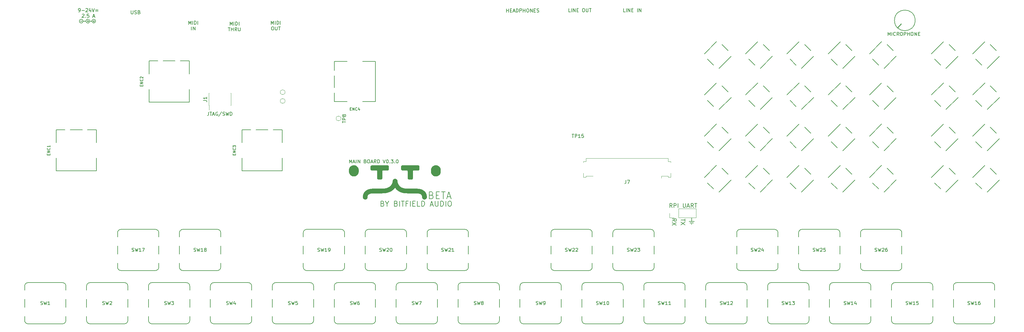
<source format=gbr>
G04 #@! TF.GenerationSoftware,KiCad,Pcbnew,5.1.9*
G04 #@! TF.CreationDate,2021-05-03T15:36:02+02:00*
G04 #@! TF.ProjectId,OTTO-Beta-Main,4f54544f-2d42-4657-9461-2d4d61696e2e,rev?*
G04 #@! TF.SameCoordinates,Original*
G04 #@! TF.FileFunction,Legend,Top*
G04 #@! TF.FilePolarity,Positive*
%FSLAX46Y46*%
G04 Gerber Fmt 4.6, Leading zero omitted, Abs format (unit mm)*
G04 Created by KiCad (PCBNEW 5.1.9) date 2021-05-03 15:36:02*
%MOMM*%
%LPD*%
G01*
G04 APERTURE LIST*
%ADD10C,0.150000*%
%ADD11C,0.200000*%
%ADD12C,0.240000*%
%ADD13C,0.120000*%
%ADD14C,0.250000*%
%ADD15C,0.010000*%
G04 APERTURE END LIST*
D10*
X271167952Y-18233380D02*
X271167952Y-17233380D01*
X271501285Y-17947666D01*
X271834619Y-17233380D01*
X271834619Y-18233380D01*
X272310809Y-18233380D02*
X272310809Y-17233380D01*
X273358428Y-18138142D02*
X273310809Y-18185761D01*
X273167952Y-18233380D01*
X273072714Y-18233380D01*
X272929857Y-18185761D01*
X272834619Y-18090523D01*
X272787000Y-17995285D01*
X272739380Y-17804809D01*
X272739380Y-17661952D01*
X272787000Y-17471476D01*
X272834619Y-17376238D01*
X272929857Y-17281000D01*
X273072714Y-17233380D01*
X273167952Y-17233380D01*
X273310809Y-17281000D01*
X273358428Y-17328619D01*
X274358428Y-18233380D02*
X274025095Y-17757190D01*
X273787000Y-18233380D02*
X273787000Y-17233380D01*
X274167952Y-17233380D01*
X274263190Y-17281000D01*
X274310809Y-17328619D01*
X274358428Y-17423857D01*
X274358428Y-17566714D01*
X274310809Y-17661952D01*
X274263190Y-17709571D01*
X274167952Y-17757190D01*
X273787000Y-17757190D01*
X274977476Y-17233380D02*
X275167952Y-17233380D01*
X275263190Y-17281000D01*
X275358428Y-17376238D01*
X275406047Y-17566714D01*
X275406047Y-17900047D01*
X275358428Y-18090523D01*
X275263190Y-18185761D01*
X275167952Y-18233380D01*
X274977476Y-18233380D01*
X274882238Y-18185761D01*
X274787000Y-18090523D01*
X274739380Y-17900047D01*
X274739380Y-17566714D01*
X274787000Y-17376238D01*
X274882238Y-17281000D01*
X274977476Y-17233380D01*
X275834619Y-18233380D02*
X275834619Y-17233380D01*
X276215571Y-17233380D01*
X276310809Y-17281000D01*
X276358428Y-17328619D01*
X276406047Y-17423857D01*
X276406047Y-17566714D01*
X276358428Y-17661952D01*
X276310809Y-17709571D01*
X276215571Y-17757190D01*
X275834619Y-17757190D01*
X276834619Y-18233380D02*
X276834619Y-17233380D01*
X276834619Y-17709571D02*
X277406047Y-17709571D01*
X277406047Y-18233380D02*
X277406047Y-17233380D01*
X278072714Y-17233380D02*
X278263190Y-17233380D01*
X278358428Y-17281000D01*
X278453666Y-17376238D01*
X278501285Y-17566714D01*
X278501285Y-17900047D01*
X278453666Y-18090523D01*
X278358428Y-18185761D01*
X278263190Y-18233380D01*
X278072714Y-18233380D01*
X277977476Y-18185761D01*
X277882238Y-18090523D01*
X277834619Y-17900047D01*
X277834619Y-17566714D01*
X277882238Y-17376238D01*
X277977476Y-17281000D01*
X278072714Y-17233380D01*
X278929857Y-18233380D02*
X278929857Y-17233380D01*
X279501285Y-18233380D01*
X279501285Y-17233380D01*
X279977476Y-17709571D02*
X280310809Y-17709571D01*
X280453666Y-18233380D02*
X279977476Y-18233380D01*
X279977476Y-17233380D01*
X280453666Y-17233380D01*
X213953000Y-73075000D02*
X214207000Y-73075000D01*
X213572000Y-72694000D02*
X214588000Y-72694000D01*
X213318000Y-72313000D02*
X214842000Y-72313000D01*
X214080000Y-71297000D02*
X214080000Y-72313000D01*
X212197142Y-71525714D02*
X212197142Y-72211428D01*
X210997142Y-71868571D02*
X212197142Y-71868571D01*
X212197142Y-72497142D02*
X210997142Y-73297142D01*
X212197142Y-73297142D02*
X210997142Y-72497142D01*
X208457142Y-72240000D02*
X209028571Y-71840000D01*
X208457142Y-71554285D02*
X209657142Y-71554285D01*
X209657142Y-72011428D01*
X209600000Y-72125714D01*
X209542857Y-72182857D01*
X209428571Y-72240000D01*
X209257142Y-72240000D01*
X209142857Y-72182857D01*
X209085714Y-72125714D01*
X209028571Y-72011428D01*
X209028571Y-71554285D01*
X209657142Y-72640000D02*
X208457142Y-73440000D01*
X209657142Y-73440000D02*
X208457142Y-72640000D01*
X208428571Y-68242857D02*
X208028571Y-67671428D01*
X207742857Y-68242857D02*
X207742857Y-67042857D01*
X208200000Y-67042857D01*
X208314285Y-67100000D01*
X208371428Y-67157142D01*
X208428571Y-67271428D01*
X208428571Y-67442857D01*
X208371428Y-67557142D01*
X208314285Y-67614285D01*
X208200000Y-67671428D01*
X207742857Y-67671428D01*
X208942857Y-68242857D02*
X208942857Y-67042857D01*
X209400000Y-67042857D01*
X209514285Y-67100000D01*
X209571428Y-67157142D01*
X209628571Y-67271428D01*
X209628571Y-67442857D01*
X209571428Y-67557142D01*
X209514285Y-67614285D01*
X209400000Y-67671428D01*
X208942857Y-67671428D01*
X210142857Y-68242857D02*
X210142857Y-67042857D01*
X211628571Y-67042857D02*
X211628571Y-68014285D01*
X211685714Y-68128571D01*
X211742857Y-68185714D01*
X211857142Y-68242857D01*
X212085714Y-68242857D01*
X212200000Y-68185714D01*
X212257142Y-68128571D01*
X212314285Y-68014285D01*
X212314285Y-67042857D01*
X212828571Y-67900000D02*
X213400000Y-67900000D01*
X212714285Y-68242857D02*
X213114285Y-67042857D01*
X213514285Y-68242857D01*
X214600000Y-68242857D02*
X214200000Y-67671428D01*
X213914285Y-68242857D02*
X213914285Y-67042857D01*
X214371428Y-67042857D01*
X214485714Y-67100000D01*
X214542857Y-67157142D01*
X214600000Y-67271428D01*
X214600000Y-67442857D01*
X214542857Y-67557142D01*
X214485714Y-67614285D01*
X214371428Y-67671428D01*
X213914285Y-67671428D01*
X214942857Y-67042857D02*
X215628571Y-67042857D01*
X215285714Y-68242857D02*
X215285714Y-67042857D01*
X37193090Y-14023000D02*
G75*
G03*
X37193090Y-14023000I-555090J0D01*
G01*
X40828833Y-14023000D02*
G75*
G03*
X40828833Y-14023000I-540833J0D01*
G01*
X114598571Y-55316380D02*
X114598571Y-54316380D01*
X114931904Y-55030666D01*
X115265238Y-54316380D01*
X115265238Y-55316380D01*
X115693809Y-55030666D02*
X116170000Y-55030666D01*
X115598571Y-55316380D02*
X115931904Y-54316380D01*
X116265238Y-55316380D01*
X116598571Y-55316380D02*
X116598571Y-54316380D01*
X117074761Y-55316380D02*
X117074761Y-54316380D01*
X117646190Y-55316380D01*
X117646190Y-54316380D01*
X119217619Y-54792571D02*
X119360476Y-54840190D01*
X119408095Y-54887809D01*
X119455714Y-54983047D01*
X119455714Y-55125904D01*
X119408095Y-55221142D01*
X119360476Y-55268761D01*
X119265238Y-55316380D01*
X118884285Y-55316380D01*
X118884285Y-54316380D01*
X119217619Y-54316380D01*
X119312857Y-54364000D01*
X119360476Y-54411619D01*
X119408095Y-54506857D01*
X119408095Y-54602095D01*
X119360476Y-54697333D01*
X119312857Y-54744952D01*
X119217619Y-54792571D01*
X118884285Y-54792571D01*
X120074761Y-54316380D02*
X120265238Y-54316380D01*
X120360476Y-54364000D01*
X120455714Y-54459238D01*
X120503333Y-54649714D01*
X120503333Y-54983047D01*
X120455714Y-55173523D01*
X120360476Y-55268761D01*
X120265238Y-55316380D01*
X120074761Y-55316380D01*
X119979523Y-55268761D01*
X119884285Y-55173523D01*
X119836666Y-54983047D01*
X119836666Y-54649714D01*
X119884285Y-54459238D01*
X119979523Y-54364000D01*
X120074761Y-54316380D01*
X120884285Y-55030666D02*
X121360476Y-55030666D01*
X120789047Y-55316380D02*
X121122380Y-54316380D01*
X121455714Y-55316380D01*
X122360476Y-55316380D02*
X122027142Y-54840190D01*
X121789047Y-55316380D02*
X121789047Y-54316380D01*
X122170000Y-54316380D01*
X122265238Y-54364000D01*
X122312857Y-54411619D01*
X122360476Y-54506857D01*
X122360476Y-54649714D01*
X122312857Y-54744952D01*
X122265238Y-54792571D01*
X122170000Y-54840190D01*
X121789047Y-54840190D01*
X122789047Y-55316380D02*
X122789047Y-54316380D01*
X123027142Y-54316380D01*
X123170000Y-54364000D01*
X123265238Y-54459238D01*
X123312857Y-54554476D01*
X123360476Y-54744952D01*
X123360476Y-54887809D01*
X123312857Y-55078285D01*
X123265238Y-55173523D01*
X123170000Y-55268761D01*
X123027142Y-55316380D01*
X122789047Y-55316380D01*
X124408095Y-54316380D02*
X124741428Y-55316380D01*
X125074761Y-54316380D01*
X125598571Y-54316380D02*
X125693809Y-54316380D01*
X125789047Y-54364000D01*
X125836666Y-54411619D01*
X125884285Y-54506857D01*
X125931904Y-54697333D01*
X125931904Y-54935428D01*
X125884285Y-55125904D01*
X125836666Y-55221142D01*
X125789047Y-55268761D01*
X125693809Y-55316380D01*
X125598571Y-55316380D01*
X125503333Y-55268761D01*
X125455714Y-55221142D01*
X125408095Y-55125904D01*
X125360476Y-54935428D01*
X125360476Y-54697333D01*
X125408095Y-54506857D01*
X125455714Y-54411619D01*
X125503333Y-54364000D01*
X125598571Y-54316380D01*
X126360476Y-55221142D02*
X126408095Y-55268761D01*
X126360476Y-55316380D01*
X126312857Y-55268761D01*
X126360476Y-55221142D01*
X126360476Y-55316380D01*
X126741428Y-54316380D02*
X127360476Y-54316380D01*
X127027142Y-54697333D01*
X127170000Y-54697333D01*
X127265238Y-54744952D01*
X127312857Y-54792571D01*
X127360476Y-54887809D01*
X127360476Y-55125904D01*
X127312857Y-55221142D01*
X127265238Y-55268761D01*
X127170000Y-55316380D01*
X126884285Y-55316380D01*
X126789047Y-55268761D01*
X126741428Y-55221142D01*
X127789047Y-55221142D02*
X127836666Y-55268761D01*
X127789047Y-55316380D01*
X127741428Y-55268761D01*
X127789047Y-55221142D01*
X127789047Y-55316380D01*
X128455714Y-54316380D02*
X128550952Y-54316380D01*
X128646190Y-54364000D01*
X128693809Y-54411619D01*
X128741428Y-54506857D01*
X128789047Y-54697333D01*
X128789047Y-54935428D01*
X128741428Y-55125904D01*
X128693809Y-55221142D01*
X128646190Y-55268761D01*
X128550952Y-55316380D01*
X128455714Y-55316380D01*
X128360476Y-55268761D01*
X128312857Y-55221142D01*
X128265238Y-55125904D01*
X128217619Y-54935428D01*
X128217619Y-54697333D01*
X128265238Y-54506857D01*
X128312857Y-54411619D01*
X128360476Y-54364000D01*
X128455714Y-54316380D01*
D11*
X124256485Y-67081857D02*
X124470771Y-67153285D01*
X124542200Y-67224714D01*
X124613628Y-67367571D01*
X124613628Y-67581857D01*
X124542200Y-67724714D01*
X124470771Y-67796142D01*
X124327914Y-67867571D01*
X123756485Y-67867571D01*
X123756485Y-66367571D01*
X124256485Y-66367571D01*
X124399342Y-66439000D01*
X124470771Y-66510428D01*
X124542200Y-66653285D01*
X124542200Y-66796142D01*
X124470771Y-66939000D01*
X124399342Y-67010428D01*
X124256485Y-67081857D01*
X123756485Y-67081857D01*
X125542200Y-67153285D02*
X125542200Y-67867571D01*
X125042200Y-66367571D02*
X125542200Y-67153285D01*
X126042200Y-66367571D01*
X128185057Y-67081857D02*
X128399342Y-67153285D01*
X128470771Y-67224714D01*
X128542200Y-67367571D01*
X128542200Y-67581857D01*
X128470771Y-67724714D01*
X128399342Y-67796142D01*
X128256485Y-67867571D01*
X127685057Y-67867571D01*
X127685057Y-66367571D01*
X128185057Y-66367571D01*
X128327914Y-66439000D01*
X128399342Y-66510428D01*
X128470771Y-66653285D01*
X128470771Y-66796142D01*
X128399342Y-66939000D01*
X128327914Y-67010428D01*
X128185057Y-67081857D01*
X127685057Y-67081857D01*
X129185057Y-67867571D02*
X129185057Y-66367571D01*
X129685057Y-66367571D02*
X130542200Y-66367571D01*
X130113628Y-67867571D02*
X130113628Y-66367571D01*
X131542200Y-67081857D02*
X131042200Y-67081857D01*
X131042200Y-67867571D02*
X131042200Y-66367571D01*
X131756485Y-66367571D01*
X132327914Y-67867571D02*
X132327914Y-66367571D01*
X133042200Y-67081857D02*
X133542200Y-67081857D01*
X133756485Y-67867571D02*
X133042200Y-67867571D01*
X133042200Y-66367571D01*
X133756485Y-66367571D01*
X135113628Y-67867571D02*
X134399342Y-67867571D01*
X134399342Y-66367571D01*
X135613628Y-67867571D02*
X135613628Y-66367571D01*
X135970771Y-66367571D01*
X136185057Y-66439000D01*
X136327914Y-66581857D01*
X136399342Y-66724714D01*
X136470771Y-67010428D01*
X136470771Y-67224714D01*
X136399342Y-67510428D01*
X136327914Y-67653285D01*
X136185057Y-67796142D01*
X135970771Y-67867571D01*
X135613628Y-67867571D01*
X138185057Y-67439000D02*
X138899342Y-67439000D01*
X138042200Y-67867571D02*
X138542200Y-66367571D01*
X139042200Y-67867571D01*
X139542200Y-66367571D02*
X139542200Y-67581857D01*
X139613628Y-67724714D01*
X139685057Y-67796142D01*
X139827914Y-67867571D01*
X140113628Y-67867571D01*
X140256485Y-67796142D01*
X140327914Y-67724714D01*
X140399342Y-67581857D01*
X140399342Y-66367571D01*
X141113628Y-67867571D02*
X141113628Y-66367571D01*
X141470771Y-66367571D01*
X141685057Y-66439000D01*
X141827914Y-66581857D01*
X141899342Y-66724714D01*
X141970771Y-67010428D01*
X141970771Y-67224714D01*
X141899342Y-67510428D01*
X141827914Y-67653285D01*
X141685057Y-67796142D01*
X141470771Y-67867571D01*
X141113628Y-67867571D01*
X142613628Y-67867571D02*
X142613628Y-66367571D01*
X143613628Y-66367571D02*
X143899342Y-66367571D01*
X144042200Y-66439000D01*
X144185057Y-66581857D01*
X144256485Y-66867571D01*
X144256485Y-67367571D01*
X144185057Y-67653285D01*
X144042200Y-67796142D01*
X143899342Y-67867571D01*
X143613628Y-67867571D01*
X143470771Y-67796142D01*
X143327914Y-67653285D01*
X143256485Y-67367571D01*
X143256485Y-66867571D01*
X143327914Y-66581857D01*
X143470771Y-66439000D01*
X143613628Y-66367571D01*
D10*
X40288000Y-13773000D02*
X40288000Y-14273000D01*
X40038000Y-14023000D02*
X40538000Y-14023000D01*
X36388000Y-14023000D02*
X36888000Y-14023000D01*
X37963000Y-14023000D02*
X37193090Y-14023000D01*
X38563000Y-14023000D02*
X39713000Y-14023000D01*
D12*
X38683000Y-14023000D02*
G75*
G03*
X38683000Y-14023000I-120000J0D01*
G01*
D10*
X39063000Y-14273000D02*
G75*
G02*
X39063000Y-13773000I-500000J250000D01*
G01*
X35903476Y-11300380D02*
X36093952Y-11300380D01*
X36189190Y-11252761D01*
X36236809Y-11205142D01*
X36332047Y-11062285D01*
X36379666Y-10871809D01*
X36379666Y-10490857D01*
X36332047Y-10395619D01*
X36284428Y-10348000D01*
X36189190Y-10300380D01*
X35998714Y-10300380D01*
X35903476Y-10348000D01*
X35855857Y-10395619D01*
X35808238Y-10490857D01*
X35808238Y-10728952D01*
X35855857Y-10824190D01*
X35903476Y-10871809D01*
X35998714Y-10919428D01*
X36189190Y-10919428D01*
X36284428Y-10871809D01*
X36332047Y-10824190D01*
X36379666Y-10728952D01*
X36808238Y-10919428D02*
X37570142Y-10919428D01*
X37998714Y-10395619D02*
X38046333Y-10348000D01*
X38141571Y-10300380D01*
X38379666Y-10300380D01*
X38474904Y-10348000D01*
X38522523Y-10395619D01*
X38570142Y-10490857D01*
X38570142Y-10586095D01*
X38522523Y-10728952D01*
X37951095Y-11300380D01*
X38570142Y-11300380D01*
X39427285Y-10633714D02*
X39427285Y-11300380D01*
X39189190Y-10252761D02*
X38951095Y-10967047D01*
X39570142Y-10967047D01*
X39808238Y-10300380D02*
X40141571Y-11300380D01*
X40474904Y-10300380D01*
X40808238Y-10776571D02*
X41570142Y-10776571D01*
X41570142Y-11062285D02*
X40808238Y-11062285D01*
X36903476Y-12045619D02*
X36951095Y-11998000D01*
X37046333Y-11950380D01*
X37284428Y-11950380D01*
X37379666Y-11998000D01*
X37427285Y-12045619D01*
X37474904Y-12140857D01*
X37474904Y-12236095D01*
X37427285Y-12378952D01*
X36855857Y-12950380D01*
X37474904Y-12950380D01*
X37903476Y-12855142D02*
X37951095Y-12902761D01*
X37903476Y-12950380D01*
X37855857Y-12902761D01*
X37903476Y-12855142D01*
X37903476Y-12950380D01*
X38855857Y-11950380D02*
X38379666Y-11950380D01*
X38332047Y-12426571D01*
X38379666Y-12378952D01*
X38474904Y-12331333D01*
X38713000Y-12331333D01*
X38808238Y-12378952D01*
X38855857Y-12426571D01*
X38903476Y-12521809D01*
X38903476Y-12759904D01*
X38855857Y-12855142D01*
X38808238Y-12902761D01*
X38713000Y-12950380D01*
X38474904Y-12950380D01*
X38379666Y-12902761D01*
X38332047Y-12855142D01*
X40046333Y-12664666D02*
X40522523Y-12664666D01*
X39951095Y-12950380D02*
X40284428Y-11950380D01*
X40617761Y-12950380D01*
X51147095Y-10932380D02*
X51147095Y-11741904D01*
X51194714Y-11837142D01*
X51242333Y-11884761D01*
X51337571Y-11932380D01*
X51528047Y-11932380D01*
X51623285Y-11884761D01*
X51670904Y-11837142D01*
X51718523Y-11741904D01*
X51718523Y-10932380D01*
X52147095Y-11884761D02*
X52289952Y-11932380D01*
X52528047Y-11932380D01*
X52623285Y-11884761D01*
X52670904Y-11837142D01*
X52718523Y-11741904D01*
X52718523Y-11646666D01*
X52670904Y-11551428D01*
X52623285Y-11503809D01*
X52528047Y-11456190D01*
X52337571Y-11408571D01*
X52242333Y-11360952D01*
X52194714Y-11313333D01*
X52147095Y-11218095D01*
X52147095Y-11122857D01*
X52194714Y-11027619D01*
X52242333Y-10980000D01*
X52337571Y-10932380D01*
X52575666Y-10932380D01*
X52718523Y-10980000D01*
X53480428Y-11408571D02*
X53623285Y-11456190D01*
X53670904Y-11503809D01*
X53718523Y-11599047D01*
X53718523Y-11741904D01*
X53670904Y-11837142D01*
X53623285Y-11884761D01*
X53528047Y-11932380D01*
X53147095Y-11932380D01*
X53147095Y-10932380D01*
X53480428Y-10932380D01*
X53575666Y-10980000D01*
X53623285Y-11027619D01*
X53670904Y-11122857D01*
X53670904Y-11218095D01*
X53623285Y-11313333D01*
X53575666Y-11360952D01*
X53480428Y-11408571D01*
X53147095Y-11408571D01*
X194802380Y-11302380D02*
X194326190Y-11302380D01*
X194326190Y-10302380D01*
X195135714Y-11302380D02*
X195135714Y-10302380D01*
X195611904Y-11302380D02*
X195611904Y-10302380D01*
X196183333Y-11302380D01*
X196183333Y-10302380D01*
X196659523Y-10778571D02*
X196992857Y-10778571D01*
X197135714Y-11302380D02*
X196659523Y-11302380D01*
X196659523Y-10302380D01*
X197135714Y-10302380D01*
X198326190Y-11302380D02*
X198326190Y-10302380D01*
X198802380Y-11302380D02*
X198802380Y-10302380D01*
X199373809Y-11302380D01*
X199373809Y-10302380D01*
X178860714Y-11327380D02*
X178384523Y-11327380D01*
X178384523Y-10327380D01*
X179194047Y-11327380D02*
X179194047Y-10327380D01*
X179670238Y-11327380D02*
X179670238Y-10327380D01*
X180241666Y-11327380D01*
X180241666Y-10327380D01*
X180717857Y-10803571D02*
X181051190Y-10803571D01*
X181194047Y-11327380D02*
X180717857Y-11327380D01*
X180717857Y-10327380D01*
X181194047Y-10327380D01*
X182575000Y-10327380D02*
X182765476Y-10327380D01*
X182860714Y-10375000D01*
X182955952Y-10470238D01*
X183003571Y-10660714D01*
X183003571Y-10994047D01*
X182955952Y-11184523D01*
X182860714Y-11279761D01*
X182765476Y-11327380D01*
X182575000Y-11327380D01*
X182479761Y-11279761D01*
X182384523Y-11184523D01*
X182336904Y-10994047D01*
X182336904Y-10660714D01*
X182384523Y-10470238D01*
X182479761Y-10375000D01*
X182575000Y-10327380D01*
X183432142Y-10327380D02*
X183432142Y-11136904D01*
X183479761Y-11232142D01*
X183527380Y-11279761D01*
X183622619Y-11327380D01*
X183813095Y-11327380D01*
X183908333Y-11279761D01*
X183955952Y-11232142D01*
X184003571Y-11136904D01*
X184003571Y-10327380D01*
X184336904Y-10327380D02*
X184908333Y-10327380D01*
X184622619Y-11327380D02*
X184622619Y-10327380D01*
X160308333Y-11402380D02*
X160308333Y-10402380D01*
X160308333Y-10878571D02*
X160879761Y-10878571D01*
X160879761Y-11402380D02*
X160879761Y-10402380D01*
X161355952Y-10878571D02*
X161689285Y-10878571D01*
X161832142Y-11402380D02*
X161355952Y-11402380D01*
X161355952Y-10402380D01*
X161832142Y-10402380D01*
X162213095Y-11116666D02*
X162689285Y-11116666D01*
X162117857Y-11402380D02*
X162451190Y-10402380D01*
X162784523Y-11402380D01*
X163117857Y-11402380D02*
X163117857Y-10402380D01*
X163355952Y-10402380D01*
X163498809Y-10450000D01*
X163594047Y-10545238D01*
X163641666Y-10640476D01*
X163689285Y-10830952D01*
X163689285Y-10973809D01*
X163641666Y-11164285D01*
X163594047Y-11259523D01*
X163498809Y-11354761D01*
X163355952Y-11402380D01*
X163117857Y-11402380D01*
X164117857Y-11402380D02*
X164117857Y-10402380D01*
X164498809Y-10402380D01*
X164594047Y-10450000D01*
X164641666Y-10497619D01*
X164689285Y-10592857D01*
X164689285Y-10735714D01*
X164641666Y-10830952D01*
X164594047Y-10878571D01*
X164498809Y-10926190D01*
X164117857Y-10926190D01*
X165117857Y-11402380D02*
X165117857Y-10402380D01*
X165117857Y-10878571D02*
X165689285Y-10878571D01*
X165689285Y-11402380D02*
X165689285Y-10402380D01*
X166355952Y-10402380D02*
X166546428Y-10402380D01*
X166641666Y-10450000D01*
X166736904Y-10545238D01*
X166784523Y-10735714D01*
X166784523Y-11069047D01*
X166736904Y-11259523D01*
X166641666Y-11354761D01*
X166546428Y-11402380D01*
X166355952Y-11402380D01*
X166260714Y-11354761D01*
X166165476Y-11259523D01*
X166117857Y-11069047D01*
X166117857Y-10735714D01*
X166165476Y-10545238D01*
X166260714Y-10450000D01*
X166355952Y-10402380D01*
X167213095Y-11402380D02*
X167213095Y-10402380D01*
X167784523Y-11402380D01*
X167784523Y-10402380D01*
X168260714Y-10878571D02*
X168594047Y-10878571D01*
X168736904Y-11402380D02*
X168260714Y-11402380D01*
X168260714Y-10402380D01*
X168736904Y-10402380D01*
X169117857Y-11354761D02*
X169260714Y-11402380D01*
X169498809Y-11402380D01*
X169594047Y-11354761D01*
X169641666Y-11307142D01*
X169689285Y-11211904D01*
X169689285Y-11116666D01*
X169641666Y-11021428D01*
X169594047Y-10973809D01*
X169498809Y-10926190D01*
X169308333Y-10878571D01*
X169213095Y-10830952D01*
X169165476Y-10783333D01*
X169117857Y-10688095D01*
X169117857Y-10592857D01*
X169165476Y-10497619D01*
X169213095Y-10450000D01*
X169308333Y-10402380D01*
X169546428Y-10402380D01*
X169689285Y-10450000D01*
X91890476Y-14977380D02*
X91890476Y-13977380D01*
X92223809Y-14691666D01*
X92557142Y-13977380D01*
X92557142Y-14977380D01*
X93033333Y-14977380D02*
X93033333Y-13977380D01*
X93509523Y-14977380D02*
X93509523Y-13977380D01*
X93747619Y-13977380D01*
X93890476Y-14025000D01*
X93985714Y-14120238D01*
X94033333Y-14215476D01*
X94080952Y-14405952D01*
X94080952Y-14548809D01*
X94033333Y-14739285D01*
X93985714Y-14834523D01*
X93890476Y-14929761D01*
X93747619Y-14977380D01*
X93509523Y-14977380D01*
X94509523Y-14977380D02*
X94509523Y-13977380D01*
X92200000Y-15627380D02*
X92390476Y-15627380D01*
X92485714Y-15675000D01*
X92580952Y-15770238D01*
X92628571Y-15960714D01*
X92628571Y-16294047D01*
X92580952Y-16484523D01*
X92485714Y-16579761D01*
X92390476Y-16627380D01*
X92200000Y-16627380D01*
X92104761Y-16579761D01*
X92009523Y-16484523D01*
X91961904Y-16294047D01*
X91961904Y-15960714D01*
X92009523Y-15770238D01*
X92104761Y-15675000D01*
X92200000Y-15627380D01*
X93057142Y-15627380D02*
X93057142Y-16436904D01*
X93104761Y-16532142D01*
X93152380Y-16579761D01*
X93247619Y-16627380D01*
X93438095Y-16627380D01*
X93533333Y-16579761D01*
X93580952Y-16532142D01*
X93628571Y-16436904D01*
X93628571Y-15627380D01*
X93961904Y-15627380D02*
X94533333Y-15627380D01*
X94247619Y-16627380D02*
X94247619Y-15627380D01*
X79890476Y-15227380D02*
X79890476Y-14227380D01*
X80223809Y-14941666D01*
X80557142Y-14227380D01*
X80557142Y-15227380D01*
X81033333Y-15227380D02*
X81033333Y-14227380D01*
X81509523Y-15227380D02*
X81509523Y-14227380D01*
X81747619Y-14227380D01*
X81890476Y-14275000D01*
X81985714Y-14370238D01*
X82033333Y-14465476D01*
X82080952Y-14655952D01*
X82080952Y-14798809D01*
X82033333Y-14989285D01*
X81985714Y-15084523D01*
X81890476Y-15179761D01*
X81747619Y-15227380D01*
X81509523Y-15227380D01*
X82509523Y-15227380D02*
X82509523Y-14227380D01*
X79366666Y-15877380D02*
X79938095Y-15877380D01*
X79652380Y-16877380D02*
X79652380Y-15877380D01*
X80271428Y-16877380D02*
X80271428Y-15877380D01*
X80271428Y-16353571D02*
X80842857Y-16353571D01*
X80842857Y-16877380D02*
X80842857Y-15877380D01*
X81890476Y-16877380D02*
X81557142Y-16401190D01*
X81319047Y-16877380D02*
X81319047Y-15877380D01*
X81700000Y-15877380D01*
X81795238Y-15925000D01*
X81842857Y-15972619D01*
X81890476Y-16067857D01*
X81890476Y-16210714D01*
X81842857Y-16305952D01*
X81795238Y-16353571D01*
X81700000Y-16401190D01*
X81319047Y-16401190D01*
X82319047Y-15877380D02*
X82319047Y-16686904D01*
X82366666Y-16782142D01*
X82414285Y-16829761D01*
X82509523Y-16877380D01*
X82700000Y-16877380D01*
X82795238Y-16829761D01*
X82842857Y-16782142D01*
X82890476Y-16686904D01*
X82890476Y-15877380D01*
X67890476Y-14977380D02*
X67890476Y-13977380D01*
X68223809Y-14691666D01*
X68557142Y-13977380D01*
X68557142Y-14977380D01*
X69033333Y-14977380D02*
X69033333Y-13977380D01*
X69509523Y-14977380D02*
X69509523Y-13977380D01*
X69747619Y-13977380D01*
X69890476Y-14025000D01*
X69985714Y-14120238D01*
X70033333Y-14215476D01*
X70080952Y-14405952D01*
X70080952Y-14548809D01*
X70033333Y-14739285D01*
X69985714Y-14834523D01*
X69890476Y-14929761D01*
X69747619Y-14977380D01*
X69509523Y-14977380D01*
X70509523Y-14977380D02*
X70509523Y-13977380D01*
X68676190Y-16627380D02*
X68676190Y-15627380D01*
X69152380Y-16627380D02*
X69152380Y-15627380D01*
X69723809Y-16627380D01*
X69723809Y-15627380D01*
X73691904Y-40467380D02*
X73691904Y-41181666D01*
X73644285Y-41324523D01*
X73549047Y-41419761D01*
X73406190Y-41467380D01*
X73310952Y-41467380D01*
X74025238Y-40467380D02*
X74596666Y-40467380D01*
X74310952Y-41467380D02*
X74310952Y-40467380D01*
X74882380Y-41181666D02*
X75358571Y-41181666D01*
X74787142Y-41467380D02*
X75120476Y-40467380D01*
X75453809Y-41467380D01*
X76310952Y-40515000D02*
X76215714Y-40467380D01*
X76072857Y-40467380D01*
X75930000Y-40515000D01*
X75834761Y-40610238D01*
X75787142Y-40705476D01*
X75739523Y-40895952D01*
X75739523Y-41038809D01*
X75787142Y-41229285D01*
X75834761Y-41324523D01*
X75930000Y-41419761D01*
X76072857Y-41467380D01*
X76168095Y-41467380D01*
X76310952Y-41419761D01*
X76358571Y-41372142D01*
X76358571Y-41038809D01*
X76168095Y-41038809D01*
X77501428Y-40419761D02*
X76644285Y-41705476D01*
X77787142Y-41419761D02*
X77930000Y-41467380D01*
X78168095Y-41467380D01*
X78263333Y-41419761D01*
X78310952Y-41372142D01*
X78358571Y-41276904D01*
X78358571Y-41181666D01*
X78310952Y-41086428D01*
X78263333Y-41038809D01*
X78168095Y-40991190D01*
X77977619Y-40943571D01*
X77882380Y-40895952D01*
X77834761Y-40848333D01*
X77787142Y-40753095D01*
X77787142Y-40657857D01*
X77834761Y-40562619D01*
X77882380Y-40515000D01*
X77977619Y-40467380D01*
X78215714Y-40467380D01*
X78358571Y-40515000D01*
X78691904Y-40467380D02*
X78930000Y-41467380D01*
X79120476Y-40753095D01*
X79310952Y-41467380D01*
X79549047Y-40467380D01*
X79930000Y-41467380D02*
X79930000Y-40467380D01*
X80168095Y-40467380D01*
X80310952Y-40515000D01*
X80406190Y-40610238D01*
X80453809Y-40705476D01*
X80501428Y-40895952D01*
X80501428Y-41038809D01*
X80453809Y-41229285D01*
X80406190Y-41324523D01*
X80310952Y-41419761D01*
X80168095Y-41467380D01*
X79930000Y-41467380D01*
D11*
X138491247Y-64646142D02*
X138776961Y-64741380D01*
X138872200Y-64836619D01*
X138967438Y-65027095D01*
X138967438Y-65312809D01*
X138872200Y-65503285D01*
X138776961Y-65598523D01*
X138586485Y-65693761D01*
X137824580Y-65693761D01*
X137824580Y-63693761D01*
X138491247Y-63693761D01*
X138681723Y-63789000D01*
X138776961Y-63884238D01*
X138872200Y-64074714D01*
X138872200Y-64265190D01*
X138776961Y-64455666D01*
X138681723Y-64550904D01*
X138491247Y-64646142D01*
X137824580Y-64646142D01*
X139824580Y-64646142D02*
X140491247Y-64646142D01*
X140776961Y-65693761D02*
X139824580Y-65693761D01*
X139824580Y-63693761D01*
X140776961Y-63693761D01*
X141348390Y-63693761D02*
X142491247Y-63693761D01*
X141919819Y-65693761D02*
X141919819Y-63693761D01*
X143062676Y-65122333D02*
X144015057Y-65122333D01*
X142872200Y-65693761D02*
X143538866Y-63693761D01*
X144205533Y-65693761D01*
D13*
X205291800Y-59646200D02*
X205291800Y-59056200D01*
X205291800Y-59056200D02*
X207271800Y-59056200D01*
X207271800Y-59056200D02*
X207271800Y-59406200D01*
X207271800Y-59406200D02*
X208041800Y-59406200D01*
X208041800Y-59406200D02*
X208041800Y-58210800D01*
X208041800Y-55129800D02*
X208041800Y-54829800D01*
X208041800Y-54829800D02*
X207241800Y-54829800D01*
X207241800Y-54829800D02*
X207241800Y-53936200D01*
X207241800Y-53936200D02*
X183421800Y-53936200D01*
X183421800Y-53936200D02*
X183421800Y-54829800D01*
X183421800Y-54829800D02*
X182621800Y-54829800D01*
X182621800Y-54829800D02*
X182621800Y-55129800D01*
X182621800Y-58210800D02*
X182621800Y-59406200D01*
X182621800Y-59406200D02*
X183391800Y-59406200D01*
X183391800Y-59406200D02*
X183391800Y-59056200D01*
X183391800Y-59056200D02*
X185371800Y-59056200D01*
X73715000Y-38515000D02*
X73715000Y-34985000D01*
X80185000Y-38515000D02*
X80185000Y-34985000D01*
X73780000Y-39840000D02*
X73780000Y-38515000D01*
X73715000Y-38515000D02*
X73780000Y-38515000D01*
X73715000Y-34985000D02*
X73780000Y-34985000D01*
X80120000Y-38515000D02*
X80185000Y-38515000D01*
X80120000Y-34985000D02*
X80185000Y-34985000D01*
X207670000Y-71230000D02*
X207670000Y-69900000D01*
X209000000Y-71230000D02*
X207670000Y-71230000D01*
X210270000Y-71230000D02*
X210270000Y-68570000D01*
X210270000Y-68570000D02*
X215410000Y-68570000D01*
X210270000Y-71230000D02*
X215410000Y-71230000D01*
X215410000Y-71230000D02*
X215410000Y-68570000D01*
D14*
X275020000Y-14850000D02*
X274020000Y-15850000D01*
D10*
X279070000Y-13800000D02*
G75*
G03*
X279070000Y-13800000I-3000000J0D01*
G01*
X270937437Y-20844796D02*
X272705204Y-22612563D01*
X273589087Y-24203553D02*
X270053553Y-27739087D01*
X268462563Y-26855204D02*
X266694796Y-25087437D01*
X265810913Y-23496447D02*
X269346447Y-19960913D01*
X288937437Y-20844796D02*
X290705204Y-22612563D01*
X291589087Y-24203553D02*
X288053553Y-27739087D01*
X286462563Y-26855204D02*
X284694796Y-25087437D01*
X283810913Y-23496447D02*
X287346447Y-19960913D01*
X222937437Y-20844796D02*
X224705204Y-22612563D01*
X225589087Y-24203553D02*
X222053553Y-27739087D01*
X220462563Y-26855204D02*
X218694796Y-25087437D01*
X217810913Y-23496447D02*
X221346447Y-19960913D01*
X234937437Y-20844796D02*
X236705204Y-22612563D01*
X237589087Y-24203553D02*
X234053553Y-27739087D01*
X232462563Y-26855204D02*
X230694796Y-25087437D01*
X229810913Y-23496447D02*
X233346447Y-19960913D01*
X246937437Y-20844796D02*
X248705204Y-22612563D01*
X249589087Y-24203553D02*
X246053553Y-27739087D01*
X244462563Y-26855204D02*
X242694796Y-25087437D01*
X241810913Y-23496447D02*
X245346447Y-19960913D01*
X258937437Y-20844796D02*
X260705204Y-22612563D01*
X261589087Y-24203553D02*
X258053553Y-27739087D01*
X256462563Y-26855204D02*
X254694796Y-25087437D01*
X253810913Y-23496447D02*
X257346447Y-19960913D01*
X300937437Y-20844796D02*
X302705204Y-22612563D01*
X303589087Y-24203553D02*
X300053553Y-27739087D01*
X298462563Y-26855204D02*
X296694796Y-25087437D01*
X295810913Y-23496447D02*
X299346447Y-19960913D01*
X300937437Y-32844796D02*
X302705204Y-34612563D01*
X303589087Y-36203553D02*
X300053553Y-39739087D01*
X298462563Y-38855204D02*
X296694796Y-37087437D01*
X295810913Y-35496447D02*
X299346447Y-31960913D01*
X288937437Y-32844796D02*
X290705204Y-34612563D01*
X291589087Y-36203553D02*
X288053553Y-39739087D01*
X286462563Y-38855204D02*
X284694796Y-37087437D01*
X283810913Y-35496447D02*
X287346447Y-31960913D01*
X270937437Y-32844796D02*
X272705204Y-34612563D01*
X273589087Y-36203553D02*
X270053553Y-39739087D01*
X268462563Y-38855204D02*
X266694796Y-37087437D01*
X265810913Y-35496447D02*
X269346447Y-31960913D01*
X258937437Y-32844796D02*
X260705204Y-34612563D01*
X261589087Y-36203553D02*
X258053553Y-39739087D01*
X256462563Y-38855204D02*
X254694796Y-37087437D01*
X253810913Y-35496447D02*
X257346447Y-31960913D01*
X246937437Y-32844796D02*
X248705204Y-34612563D01*
X249589087Y-36203553D02*
X246053553Y-39739087D01*
X244462563Y-38855204D02*
X242694796Y-37087437D01*
X241810913Y-35496447D02*
X245346447Y-31960913D01*
X234937437Y-32844796D02*
X236705204Y-34612563D01*
X237589087Y-36203553D02*
X234053553Y-39739087D01*
X232462563Y-38855204D02*
X230694796Y-37087437D01*
X229810913Y-35496447D02*
X233346447Y-31960913D01*
X222937437Y-32844796D02*
X224705204Y-34612563D01*
X225589087Y-36203553D02*
X222053553Y-39739087D01*
X220462563Y-38855204D02*
X218694796Y-37087437D01*
X217810913Y-35496447D02*
X221346447Y-31960913D01*
X300937437Y-44844796D02*
X302705204Y-46612563D01*
X303589087Y-48203553D02*
X300053553Y-51739087D01*
X298462563Y-50855204D02*
X296694796Y-49087437D01*
X295810913Y-47496447D02*
X299346447Y-43960913D01*
X288937437Y-44844796D02*
X290705204Y-46612563D01*
X291589087Y-48203553D02*
X288053553Y-51739087D01*
X286462563Y-50855204D02*
X284694796Y-49087437D01*
X283810913Y-47496447D02*
X287346447Y-43960913D01*
X270937437Y-44844796D02*
X272705204Y-46612563D01*
X273589087Y-48203553D02*
X270053553Y-51739087D01*
X268462563Y-50855204D02*
X266694796Y-49087437D01*
X265810913Y-47496447D02*
X269346447Y-43960913D01*
X258937437Y-44844796D02*
X260705204Y-46612563D01*
X261589087Y-48203553D02*
X258053553Y-51739087D01*
X256462563Y-50855204D02*
X254694796Y-49087437D01*
X253810913Y-47496447D02*
X257346447Y-43960913D01*
X246937437Y-44844796D02*
X248705204Y-46612563D01*
X249589087Y-48203553D02*
X246053553Y-51739087D01*
X244462563Y-50855204D02*
X242694796Y-49087437D01*
X241810913Y-47496447D02*
X245346447Y-43960913D01*
X234937437Y-44844796D02*
X236705204Y-46612563D01*
X237589087Y-48203553D02*
X234053553Y-51739087D01*
X232462563Y-50855204D02*
X230694796Y-49087437D01*
X229810913Y-47496447D02*
X233346447Y-43960913D01*
X222937437Y-44844796D02*
X224705204Y-46612563D01*
X225589087Y-48203553D02*
X222053553Y-51739087D01*
X220462563Y-50855204D02*
X218694796Y-49087437D01*
X217810913Y-47496447D02*
X221346447Y-43960913D01*
X300937437Y-56844796D02*
X302705204Y-58612563D01*
X303589087Y-60203553D02*
X300053553Y-63739087D01*
X298462563Y-62855204D02*
X296694796Y-61087437D01*
X295810913Y-59496447D02*
X299346447Y-55960913D01*
X288937437Y-56844796D02*
X290705204Y-58612563D01*
X291589087Y-60203553D02*
X288053553Y-63739087D01*
X286462563Y-62855204D02*
X284694796Y-61087437D01*
X283810913Y-59496447D02*
X287346447Y-55960913D01*
X270937437Y-56844796D02*
X272705204Y-58612563D01*
X273589087Y-60203553D02*
X270053553Y-63739087D01*
X268462563Y-62855204D02*
X266694796Y-61087437D01*
X265810913Y-59496447D02*
X269346447Y-55960913D01*
X258937437Y-56844796D02*
X260705204Y-58612563D01*
X261589087Y-60203553D02*
X258053553Y-63739087D01*
X256462563Y-62855204D02*
X254694796Y-61087437D01*
X253810913Y-59496447D02*
X257346447Y-55960913D01*
X246937437Y-56844796D02*
X248705204Y-58612563D01*
X249589087Y-60203553D02*
X246053553Y-63739087D01*
X244462563Y-62855204D02*
X242694796Y-61087437D01*
X241810913Y-59496447D02*
X245346447Y-55960913D01*
X234937437Y-56844796D02*
X236705204Y-58612563D01*
X237589087Y-60203553D02*
X234053553Y-63739087D01*
X232462563Y-62855204D02*
X230694796Y-61087437D01*
X229810913Y-59496447D02*
X233346447Y-55960913D01*
X222937437Y-56844796D02*
X224705204Y-58612563D01*
X225589087Y-60203553D02*
X222053553Y-63739087D01*
X220462563Y-62855204D02*
X218694796Y-61087437D01*
X217810913Y-59496447D02*
X221346447Y-55960913D01*
D15*
G36*
X127920359Y-59893833D02*
G01*
X127996712Y-59906166D01*
X128067234Y-59924740D01*
X128125566Y-59948808D01*
X128126821Y-59949478D01*
X128196424Y-59990579D01*
X128257226Y-60033654D01*
X128303519Y-60074631D01*
X128306437Y-60077709D01*
X128367370Y-60149425D01*
X128415298Y-60221574D01*
X128451959Y-60298446D01*
X128479093Y-60384329D01*
X128498435Y-60483513D01*
X128509889Y-60579757D01*
X128527675Y-60712104D01*
X128555903Y-60850852D01*
X128592165Y-60984952D01*
X128610255Y-61040243D01*
X128621464Y-61074527D01*
X128632337Y-61110669D01*
X128642160Y-61141015D01*
X128657040Y-61182408D01*
X128674162Y-61227490D01*
X128690711Y-61268900D01*
X128703873Y-61299280D01*
X128706633Y-61304933D01*
X128714763Y-61321121D01*
X128730175Y-61352088D01*
X128750558Y-61393182D01*
X128770642Y-61433767D01*
X128875338Y-61621517D01*
X128997568Y-61797482D01*
X129136059Y-61960304D01*
X129289537Y-62108625D01*
X129456729Y-62241085D01*
X129634626Y-62355332D01*
X129829196Y-62456970D01*
X130024575Y-62539267D01*
X130174630Y-62588953D01*
X130224520Y-62603605D01*
X130272765Y-62618006D01*
X130311212Y-62629713D01*
X130320902Y-62632741D01*
X130363928Y-62644376D01*
X130409156Y-62653801D01*
X130418416Y-62655282D01*
X130459982Y-62662785D01*
X130506156Y-62673116D01*
X130521348Y-62677019D01*
X130557209Y-62684925D01*
X130606046Y-62693389D01*
X130659258Y-62700973D01*
X130678455Y-62703283D01*
X130730148Y-62709836D01*
X130779766Y-62717323D01*
X130819171Y-62724476D01*
X130830145Y-62726933D01*
X130846063Y-62728766D01*
X130878814Y-62730512D01*
X130928789Y-62732175D01*
X130996380Y-62733759D01*
X131081978Y-62735270D01*
X131185975Y-62736710D01*
X131308763Y-62738084D01*
X131450733Y-62739396D01*
X131612277Y-62740651D01*
X131793786Y-62741853D01*
X131995652Y-62743005D01*
X132218268Y-62744113D01*
X132462024Y-62745181D01*
X132552904Y-62745548D01*
X132741758Y-62746339D01*
X132924752Y-62747192D01*
X133100710Y-62748098D01*
X133268455Y-62749047D01*
X133426809Y-62750030D01*
X133574595Y-62751037D01*
X133710637Y-62752059D01*
X133833757Y-62753085D01*
X133942779Y-62754108D01*
X134036524Y-62755116D01*
X134113816Y-62756101D01*
X134173478Y-62757053D01*
X134214332Y-62757963D01*
X134235203Y-62758821D01*
X134237741Y-62759172D01*
X134251553Y-62762055D01*
X134283389Y-62765825D01*
X134329638Y-62770146D01*
X134386688Y-62774679D01*
X134449023Y-62778964D01*
X134519091Y-62783988D01*
X134587556Y-62789890D01*
X134649126Y-62796144D01*
X134698507Y-62802220D01*
X134725315Y-62806528D01*
X134778929Y-62815791D01*
X134838278Y-62824301D01*
X134877004Y-62828800D01*
X134919491Y-62834041D01*
X134956692Y-62840445D01*
X134979613Y-62846336D01*
X135003705Y-62853559D01*
X135040954Y-62862780D01*
X135082545Y-62871844D01*
X135138387Y-62884313D01*
X135202517Y-62900481D01*
X135271416Y-62919259D01*
X135341562Y-62939564D01*
X135409434Y-62960308D01*
X135471511Y-62980408D01*
X135524272Y-62998776D01*
X135564196Y-63014328D01*
X135587762Y-63025977D01*
X135591267Y-63028697D01*
X135611190Y-63038571D01*
X135617612Y-63039293D01*
X135635046Y-63043667D01*
X135665170Y-63054885D01*
X135701294Y-63070091D01*
X135736731Y-63086430D01*
X135764793Y-63101045D01*
X135770889Y-63104740D01*
X135793520Y-63116842D01*
X135814229Y-63125992D01*
X135841243Y-63138182D01*
X135857569Y-63147103D01*
X135876716Y-63158009D01*
X135906332Y-63173662D01*
X135920857Y-63181059D01*
X135985284Y-63217288D01*
X136060157Y-63265688D01*
X136140894Y-63322818D01*
X136222913Y-63385237D01*
X136301630Y-63449503D01*
X136372465Y-63512176D01*
X136410152Y-63548463D01*
X136478623Y-63621375D01*
X136548698Y-63703602D01*
X136616319Y-63789870D01*
X136677425Y-63874903D01*
X136727958Y-63953427D01*
X136745932Y-63984802D01*
X136773128Y-64036032D01*
X136800501Y-64090064D01*
X136826192Y-64142938D01*
X136848344Y-64190694D01*
X136865098Y-64229374D01*
X136874597Y-64255016D01*
X136876055Y-64262095D01*
X136880636Y-64278515D01*
X136891661Y-64303179D01*
X136891773Y-64303397D01*
X136907304Y-64340448D01*
X136925161Y-64393924D01*
X136944039Y-64458883D01*
X136962635Y-64530386D01*
X136979644Y-64603493D01*
X136993762Y-64673265D01*
X137001413Y-64718713D01*
X137009636Y-64772788D01*
X137018436Y-64829450D01*
X137026038Y-64877274D01*
X137026682Y-64881237D01*
X137030686Y-64916950D01*
X137034110Y-64968598D01*
X137036684Y-65030448D01*
X137038139Y-65096766D01*
X137038362Y-65129678D01*
X137038053Y-65200404D01*
X137036650Y-65254110D01*
X137033734Y-65295431D01*
X137028884Y-65329008D01*
X137021683Y-65359476D01*
X137015839Y-65378882D01*
X136971249Y-65490489D01*
X136913405Y-65586007D01*
X136840879Y-65667507D01*
X136783958Y-65714858D01*
X136734805Y-65749015D01*
X136688339Y-65775317D01*
X136636471Y-65797799D01*
X136573879Y-65819598D01*
X136515463Y-65833953D01*
X136448938Y-65843016D01*
X136380614Y-65846605D01*
X136316800Y-65844536D01*
X136263806Y-65836624D01*
X136240539Y-65829297D01*
X136210229Y-65818592D01*
X136185779Y-65813199D01*
X136182820Y-65813044D01*
X136160168Y-65807220D01*
X136125226Y-65791688D01*
X136083325Y-65769355D01*
X136039792Y-65743131D01*
X135999957Y-65715925D01*
X135987588Y-65706482D01*
X135934188Y-65658068D01*
X135882060Y-65600255D01*
X135839236Y-65542115D01*
X135832547Y-65531335D01*
X135802298Y-65476026D01*
X135780419Y-65423096D01*
X135765132Y-65366241D01*
X135754661Y-65299159D01*
X135748516Y-65233374D01*
X135741325Y-65149098D01*
X135732843Y-65067287D01*
X135723541Y-64991302D01*
X135713894Y-64924499D01*
X135704373Y-64870239D01*
X135695452Y-64831879D01*
X135689787Y-64816227D01*
X135677441Y-64785572D01*
X135668204Y-64753030D01*
X135649876Y-64700487D01*
X135617095Y-64639665D01*
X135572866Y-64575126D01*
X135520189Y-64511434D01*
X135485172Y-64474926D01*
X135427740Y-64420263D01*
X135380473Y-64378893D01*
X135344582Y-64351797D01*
X135321279Y-64339953D01*
X135317720Y-64339489D01*
X135302708Y-64333548D01*
X135282068Y-64320177D01*
X135257681Y-64305119D01*
X135222406Y-64286911D01*
X135196636Y-64275096D01*
X135154931Y-64257077D01*
X135113482Y-64239193D01*
X135093704Y-64230672D01*
X135029084Y-64206188D01*
X134949301Y-64181144D01*
X134860741Y-64157244D01*
X134769791Y-64136195D01*
X134682838Y-64119703D01*
X134671140Y-64117822D01*
X134619402Y-64109451D01*
X134568393Y-64100755D01*
X134527199Y-64093295D01*
X134518699Y-64091648D01*
X134490741Y-64087047D01*
X134454637Y-64082824D01*
X134409495Y-64078962D01*
X134354425Y-64075445D01*
X134288536Y-64072255D01*
X134210938Y-64069375D01*
X134120740Y-64066787D01*
X134017052Y-64064475D01*
X133898984Y-64062422D01*
X133765644Y-64060611D01*
X133616143Y-64059023D01*
X133449591Y-64057643D01*
X133265095Y-64056453D01*
X133061767Y-64055436D01*
X132838716Y-64054575D01*
X132595050Y-64053852D01*
X132547487Y-64053732D01*
X132313527Y-64053092D01*
X132100169Y-64052364D01*
X131906348Y-64051526D01*
X131730996Y-64050555D01*
X131573046Y-64049428D01*
X131431430Y-64048125D01*
X131305083Y-64046621D01*
X131192938Y-64044896D01*
X131093926Y-64042926D01*
X131006982Y-64040689D01*
X130931038Y-64038164D01*
X130865028Y-64035327D01*
X130807884Y-64032157D01*
X130758540Y-64028630D01*
X130715928Y-64024726D01*
X130678982Y-64020421D01*
X130646635Y-64015693D01*
X130635116Y-64013744D01*
X130598675Y-64007918D01*
X130548461Y-64000655D01*
X130492222Y-63993052D01*
X130456339Y-63988475D01*
X130405024Y-63981449D01*
X130359345Y-63974001D01*
X130325051Y-63967137D01*
X130310067Y-63962899D01*
X130285018Y-63955976D01*
X130247338Y-63948901D01*
X130212552Y-63944112D01*
X130173032Y-63938490D01*
X130140390Y-63931831D01*
X130123572Y-63926356D01*
X130103853Y-63919215D01*
X130070255Y-63909996D01*
X130031475Y-63901010D01*
X129959919Y-63884198D01*
X129879256Y-63862587D01*
X129797117Y-63838421D01*
X129721134Y-63813942D01*
X129659969Y-63791800D01*
X129623487Y-63779055D01*
X129582828Y-63767007D01*
X129576455Y-63765348D01*
X129546957Y-63755981D01*
X129527414Y-63746262D01*
X129524350Y-63743271D01*
X129509000Y-63733904D01*
X129500226Y-63732731D01*
X129480217Y-63728359D01*
X129450109Y-63717318D01*
X129435855Y-63711061D01*
X129395949Y-63692731D01*
X129351803Y-63672684D01*
X129337629Y-63666303D01*
X129295099Y-63646553D01*
X129242337Y-63621066D01*
X129184816Y-63592593D01*
X129128007Y-63563883D01*
X129077383Y-63537686D01*
X129038416Y-63516752D01*
X129026123Y-63509771D01*
X128991165Y-63489515D01*
X128957716Y-63470474D01*
X128950279Y-63466313D01*
X128902752Y-63437976D01*
X128842813Y-63399334D01*
X128775019Y-63353552D01*
X128703930Y-63303796D01*
X128634106Y-63253235D01*
X128570105Y-63205034D01*
X128539008Y-63180652D01*
X128422765Y-63082091D01*
X128303415Y-62970319D01*
X128185492Y-62850126D01*
X128073529Y-62726304D01*
X127972060Y-62603646D01*
X127893725Y-62498590D01*
X127869599Y-62466613D01*
X127848666Y-62443154D01*
X127834994Y-62432704D01*
X127833909Y-62432535D01*
X127821581Y-62435684D01*
X127805832Y-62446533D01*
X127784630Y-62467188D01*
X127755944Y-62499752D01*
X127717745Y-62546332D01*
X127687560Y-62584225D01*
X127588698Y-62701383D01*
X127474660Y-62823059D01*
X127350050Y-62944917D01*
X127219471Y-63062623D01*
X127087529Y-63171844D01*
X126967843Y-63261853D01*
X126931739Y-63287368D01*
X126900744Y-63308654D01*
X126869800Y-63328983D01*
X126833852Y-63351623D01*
X126787843Y-63379845D01*
X126747584Y-63404285D01*
X126694861Y-63436075D01*
X126652241Y-63461217D01*
X126614317Y-63482641D01*
X126575686Y-63503278D01*
X126530940Y-63526058D01*
X126474674Y-63553911D01*
X126441985Y-63569945D01*
X126386168Y-63597333D01*
X126335044Y-63622508D01*
X126292758Y-63643424D01*
X126263456Y-63658033D01*
X126254204Y-63662725D01*
X126229057Y-63673895D01*
X126211600Y-63678556D01*
X126211576Y-63678556D01*
X126194998Y-63682742D01*
X126167481Y-63693266D01*
X126155571Y-63698459D01*
X126089632Y-63726211D01*
X126009924Y-63755940D01*
X125913879Y-63788563D01*
X125813557Y-63820470D01*
X125765550Y-63834923D01*
X125715274Y-63849029D01*
X125657144Y-63864283D01*
X125585578Y-63882178D01*
X125553518Y-63890025D01*
X125506199Y-63901824D01*
X125457767Y-63914317D01*
X125428916Y-63922026D01*
X125384212Y-63932461D01*
X125334392Y-63941541D01*
X125315149Y-63944270D01*
X125268293Y-63951525D01*
X125219325Y-63961225D01*
X125201382Y-63965469D01*
X125162027Y-63973602D01*
X125112241Y-63981347D01*
X125065945Y-63986704D01*
X125012208Y-63992696D01*
X124950921Y-64001112D01*
X124898003Y-64009676D01*
X124865221Y-64015072D01*
X124829149Y-64019988D01*
X124788687Y-64024449D01*
X124742737Y-64028479D01*
X124690201Y-64032105D01*
X124629980Y-64035351D01*
X124560974Y-64038243D01*
X124482086Y-64040805D01*
X124392216Y-64043063D01*
X124290266Y-64045041D01*
X124175137Y-64046766D01*
X124045730Y-64048261D01*
X123900947Y-64049553D01*
X123739689Y-64050666D01*
X123560858Y-64051625D01*
X123363354Y-64052456D01*
X123146079Y-64053183D01*
X122974796Y-64053663D01*
X122728369Y-64054398D01*
X122502724Y-64055273D01*
X122296978Y-64056306D01*
X122110243Y-64057514D01*
X121941634Y-64058914D01*
X121790265Y-64060524D01*
X121655249Y-64062361D01*
X121535701Y-64064443D01*
X121430735Y-64066786D01*
X121339465Y-64069409D01*
X121261004Y-64072328D01*
X121194468Y-64075562D01*
X121138969Y-64079127D01*
X121093622Y-64083041D01*
X121057541Y-64087321D01*
X121030672Y-64091816D01*
X120993021Y-64098949D01*
X120943615Y-64107709D01*
X120892108Y-64116393D01*
X120883648Y-64117770D01*
X120822212Y-64128591D01*
X120759615Y-64141149D01*
X120700621Y-64154335D01*
X120649994Y-64167042D01*
X120612499Y-64178161D01*
X120596121Y-64184657D01*
X120570604Y-64194302D01*
X120538298Y-64202531D01*
X120537189Y-64202745D01*
X120502177Y-64212162D01*
X120463454Y-64226343D01*
X120455927Y-64229617D01*
X120420335Y-64245464D01*
X120377139Y-64264370D01*
X120352735Y-64274916D01*
X120317428Y-64291175D01*
X120288581Y-64306395D01*
X120276037Y-64314580D01*
X120258162Y-64326209D01*
X120250401Y-64328654D01*
X120234510Y-64335531D01*
X120206443Y-64354225D01*
X120169925Y-64381832D01*
X120128683Y-64415446D01*
X120086442Y-64452161D01*
X120056369Y-64479964D01*
X119979241Y-64568180D01*
X119916256Y-64671414D01*
X119868528Y-64787368D01*
X119837171Y-64913742D01*
X119832846Y-64940871D01*
X119827461Y-64982938D01*
X119821104Y-65040242D01*
X119814433Y-65106412D01*
X119808109Y-65175077D01*
X119805701Y-65203288D01*
X119800134Y-65268782D01*
X119795208Y-65317570D01*
X119789774Y-65354541D01*
X119782684Y-65384584D01*
X119772789Y-65412588D01*
X119758940Y-65443442D01*
X119740408Y-65481192D01*
X119677520Y-65585001D01*
X119600050Y-65672966D01*
X119508738Y-65744461D01*
X119404324Y-65798859D01*
X119337984Y-65822349D01*
X119250580Y-65840143D01*
X119154865Y-65845491D01*
X119059515Y-65838481D01*
X118973203Y-65819203D01*
X118971277Y-65818578D01*
X118867636Y-65777878D01*
X118780730Y-65728128D01*
X118706555Y-65666564D01*
X118641482Y-65590927D01*
X118607325Y-65541774D01*
X118581022Y-65495308D01*
X118558541Y-65443440D01*
X118536742Y-65380848D01*
X118526706Y-65347646D01*
X118519629Y-65316844D01*
X118515016Y-65283551D01*
X118512373Y-65242875D01*
X118511205Y-65189923D01*
X118511009Y-65126226D01*
X118511821Y-65060316D01*
X118513912Y-64995932D01*
X118517002Y-64938910D01*
X118520813Y-64895091D01*
X118522689Y-64881237D01*
X118530067Y-64834971D01*
X118538826Y-64778691D01*
X118547190Y-64723822D01*
X118547958Y-64718713D01*
X118557066Y-64666826D01*
X118569749Y-64606708D01*
X118584926Y-64542342D01*
X118601516Y-64477712D01*
X118618439Y-64416804D01*
X118634614Y-64363601D01*
X118648962Y-64322089D01*
X118660402Y-64296250D01*
X118663850Y-64291273D01*
X118672635Y-64271688D01*
X118673315Y-64265022D01*
X118678467Y-64245750D01*
X118692683Y-64211355D01*
X118714105Y-64165428D01*
X118740875Y-64111562D01*
X118771133Y-64053347D01*
X118803022Y-63994377D01*
X118834682Y-63938242D01*
X118864255Y-63888536D01*
X118884684Y-63856528D01*
X119000022Y-63701998D01*
X119133849Y-63555578D01*
X119283870Y-63419235D01*
X119447792Y-63294936D01*
X119623323Y-63184648D01*
X119740559Y-63122393D01*
X119815510Y-63086063D01*
X119872632Y-63060005D01*
X119911587Y-63044367D01*
X119931758Y-63039293D01*
X119953194Y-63032532D01*
X119958103Y-63028697D01*
X119975432Y-63018658D01*
X120010068Y-63004296D01*
X120058376Y-62986853D01*
X120116723Y-62967571D01*
X120181471Y-62947693D01*
X120248987Y-62928461D01*
X120260638Y-62925302D01*
X120305732Y-62912804D01*
X120351139Y-62899646D01*
X120374405Y-62892591D01*
X120413256Y-62882273D01*
X120460661Y-62872128D01*
X120490290Y-62866929D01*
X120529149Y-62859787D01*
X120561379Y-62851921D01*
X120576970Y-62846365D01*
X120597001Y-62840420D01*
X120631539Y-62834206D01*
X120673475Y-62828979D01*
X120677784Y-62828560D01*
X120729676Y-62822422D01*
X120784016Y-62814068D01*
X120824056Y-62806349D01*
X120857371Y-62800654D01*
X120906924Y-62794415D01*
X120967315Y-62788209D01*
X121033140Y-62782614D01*
X121072012Y-62779854D01*
X121133301Y-62775445D01*
X121187323Y-62770803D01*
X121230238Y-62766315D01*
X121258209Y-62762374D01*
X121267041Y-62760030D01*
X121279061Y-62759102D01*
X121311573Y-62758122D01*
X121363398Y-62757102D01*
X121433358Y-62756050D01*
X121520275Y-62754977D01*
X121622970Y-62753893D01*
X121740265Y-62752808D01*
X121870982Y-62751732D01*
X122013943Y-62750674D01*
X122167969Y-62749646D01*
X122331882Y-62748656D01*
X122504504Y-62747715D01*
X122684657Y-62746833D01*
X122871161Y-62746021D01*
X122953126Y-62745694D01*
X123199099Y-62744690D01*
X123423945Y-62743657D01*
X123628208Y-62742590D01*
X123812433Y-62741482D01*
X123977163Y-62740329D01*
X124122943Y-62739123D01*
X124250315Y-62737860D01*
X124359823Y-62736532D01*
X124452012Y-62735135D01*
X124527425Y-62733662D01*
X124586606Y-62732107D01*
X124630099Y-62730464D01*
X124658447Y-62728728D01*
X124672067Y-62726928D01*
X124700129Y-62721020D01*
X124743907Y-62713867D01*
X124797550Y-62706347D01*
X124855209Y-62699336D01*
X124858791Y-62698937D01*
X124912465Y-62692592D01*
X124958558Y-62686389D01*
X124992671Y-62680973D01*
X125010405Y-62676991D01*
X125011509Y-62676483D01*
X125026827Y-62671544D01*
X125057512Y-62664570D01*
X125097526Y-62656906D01*
X125106494Y-62655344D01*
X125179767Y-62641554D01*
X125251128Y-62625863D01*
X125314821Y-62609669D01*
X125365090Y-62594372D01*
X125380159Y-62588815D01*
X125417445Y-62575800D01*
X125457717Y-62564248D01*
X125461421Y-62563342D01*
X125502019Y-62552328D01*
X125546251Y-62538296D01*
X125588313Y-62523338D01*
X125622399Y-62509543D01*
X125642708Y-62499001D01*
X125644771Y-62497306D01*
X125664693Y-62487432D01*
X125671115Y-62486710D01*
X125687793Y-62482944D01*
X125718110Y-62471238D01*
X125763432Y-62450984D01*
X125825127Y-62421571D01*
X125900237Y-62384547D01*
X125991582Y-62337266D01*
X126072421Y-62291072D01*
X126149037Y-62241912D01*
X126227717Y-62185734D01*
X126314745Y-62118483D01*
X126322800Y-62112069D01*
X126464636Y-61988836D01*
X126596973Y-61853815D01*
X126716660Y-61710721D01*
X126820544Y-61563268D01*
X126891678Y-61441801D01*
X126911739Y-61404197D01*
X126928985Y-61372244D01*
X126939896Y-61352456D01*
X126940359Y-61351649D01*
X126952938Y-61326659D01*
X126962033Y-61305699D01*
X126974147Y-61278695D01*
X126982941Y-61262359D01*
X127000615Y-61228465D01*
X127022293Y-61178624D01*
X127046191Y-61117773D01*
X127070526Y-61050848D01*
X127093513Y-60982783D01*
X127113368Y-60918515D01*
X127128308Y-60862980D01*
X127130185Y-60854961D01*
X127140039Y-60815132D01*
X127149966Y-60780414D01*
X127156059Y-60762864D01*
X127162774Y-60739435D01*
X127170286Y-60702204D01*
X127177049Y-60658912D01*
X127177487Y-60655602D01*
X127190464Y-60559089D01*
X127202006Y-60480950D01*
X127212868Y-60418000D01*
X127223805Y-60367053D01*
X127235572Y-60324924D01*
X127248924Y-60288429D01*
X127264614Y-60254381D01*
X127278879Y-60227621D01*
X127293730Y-60200368D01*
X127304356Y-60180364D01*
X127322678Y-60153966D01*
X127352867Y-60119086D01*
X127389903Y-60080821D01*
X127428765Y-60044270D01*
X127464432Y-60014528D01*
X127475869Y-60006232D01*
X127509029Y-59985560D01*
X127548735Y-59963727D01*
X127589217Y-59943558D01*
X127624702Y-59927875D01*
X127649419Y-59919504D01*
X127654511Y-59918824D01*
X127671891Y-59915638D01*
X127701462Y-59907520D01*
X127719915Y-59901740D01*
X127775601Y-59890874D01*
X127844536Y-59888487D01*
X127920359Y-59893833D01*
G37*
X127920359Y-59893833D02*
X127996712Y-59906166D01*
X128067234Y-59924740D01*
X128125566Y-59948808D01*
X128126821Y-59949478D01*
X128196424Y-59990579D01*
X128257226Y-60033654D01*
X128303519Y-60074631D01*
X128306437Y-60077709D01*
X128367370Y-60149425D01*
X128415298Y-60221574D01*
X128451959Y-60298446D01*
X128479093Y-60384329D01*
X128498435Y-60483513D01*
X128509889Y-60579757D01*
X128527675Y-60712104D01*
X128555903Y-60850852D01*
X128592165Y-60984952D01*
X128610255Y-61040243D01*
X128621464Y-61074527D01*
X128632337Y-61110669D01*
X128642160Y-61141015D01*
X128657040Y-61182408D01*
X128674162Y-61227490D01*
X128690711Y-61268900D01*
X128703873Y-61299280D01*
X128706633Y-61304933D01*
X128714763Y-61321121D01*
X128730175Y-61352088D01*
X128750558Y-61393182D01*
X128770642Y-61433767D01*
X128875338Y-61621517D01*
X128997568Y-61797482D01*
X129136059Y-61960304D01*
X129289537Y-62108625D01*
X129456729Y-62241085D01*
X129634626Y-62355332D01*
X129829196Y-62456970D01*
X130024575Y-62539267D01*
X130174630Y-62588953D01*
X130224520Y-62603605D01*
X130272765Y-62618006D01*
X130311212Y-62629713D01*
X130320902Y-62632741D01*
X130363928Y-62644376D01*
X130409156Y-62653801D01*
X130418416Y-62655282D01*
X130459982Y-62662785D01*
X130506156Y-62673116D01*
X130521348Y-62677019D01*
X130557209Y-62684925D01*
X130606046Y-62693389D01*
X130659258Y-62700973D01*
X130678455Y-62703283D01*
X130730148Y-62709836D01*
X130779766Y-62717323D01*
X130819171Y-62724476D01*
X130830145Y-62726933D01*
X130846063Y-62728766D01*
X130878814Y-62730512D01*
X130928789Y-62732175D01*
X130996380Y-62733759D01*
X131081978Y-62735270D01*
X131185975Y-62736710D01*
X131308763Y-62738084D01*
X131450733Y-62739396D01*
X131612277Y-62740651D01*
X131793786Y-62741853D01*
X131995652Y-62743005D01*
X132218268Y-62744113D01*
X132462024Y-62745181D01*
X132552904Y-62745548D01*
X132741758Y-62746339D01*
X132924752Y-62747192D01*
X133100710Y-62748098D01*
X133268455Y-62749047D01*
X133426809Y-62750030D01*
X133574595Y-62751037D01*
X133710637Y-62752059D01*
X133833757Y-62753085D01*
X133942779Y-62754108D01*
X134036524Y-62755116D01*
X134113816Y-62756101D01*
X134173478Y-62757053D01*
X134214332Y-62757963D01*
X134235203Y-62758821D01*
X134237741Y-62759172D01*
X134251553Y-62762055D01*
X134283389Y-62765825D01*
X134329638Y-62770146D01*
X134386688Y-62774679D01*
X134449023Y-62778964D01*
X134519091Y-62783988D01*
X134587556Y-62789890D01*
X134649126Y-62796144D01*
X134698507Y-62802220D01*
X134725315Y-62806528D01*
X134778929Y-62815791D01*
X134838278Y-62824301D01*
X134877004Y-62828800D01*
X134919491Y-62834041D01*
X134956692Y-62840445D01*
X134979613Y-62846336D01*
X135003705Y-62853559D01*
X135040954Y-62862780D01*
X135082545Y-62871844D01*
X135138387Y-62884313D01*
X135202517Y-62900481D01*
X135271416Y-62919259D01*
X135341562Y-62939564D01*
X135409434Y-62960308D01*
X135471511Y-62980408D01*
X135524272Y-62998776D01*
X135564196Y-63014328D01*
X135587762Y-63025977D01*
X135591267Y-63028697D01*
X135611190Y-63038571D01*
X135617612Y-63039293D01*
X135635046Y-63043667D01*
X135665170Y-63054885D01*
X135701294Y-63070091D01*
X135736731Y-63086430D01*
X135764793Y-63101045D01*
X135770889Y-63104740D01*
X135793520Y-63116842D01*
X135814229Y-63125992D01*
X135841243Y-63138182D01*
X135857569Y-63147103D01*
X135876716Y-63158009D01*
X135906332Y-63173662D01*
X135920857Y-63181059D01*
X135985284Y-63217288D01*
X136060157Y-63265688D01*
X136140894Y-63322818D01*
X136222913Y-63385237D01*
X136301630Y-63449503D01*
X136372465Y-63512176D01*
X136410152Y-63548463D01*
X136478623Y-63621375D01*
X136548698Y-63703602D01*
X136616319Y-63789870D01*
X136677425Y-63874903D01*
X136727958Y-63953427D01*
X136745932Y-63984802D01*
X136773128Y-64036032D01*
X136800501Y-64090064D01*
X136826192Y-64142938D01*
X136848344Y-64190694D01*
X136865098Y-64229374D01*
X136874597Y-64255016D01*
X136876055Y-64262095D01*
X136880636Y-64278515D01*
X136891661Y-64303179D01*
X136891773Y-64303397D01*
X136907304Y-64340448D01*
X136925161Y-64393924D01*
X136944039Y-64458883D01*
X136962635Y-64530386D01*
X136979644Y-64603493D01*
X136993762Y-64673265D01*
X137001413Y-64718713D01*
X137009636Y-64772788D01*
X137018436Y-64829450D01*
X137026038Y-64877274D01*
X137026682Y-64881237D01*
X137030686Y-64916950D01*
X137034110Y-64968598D01*
X137036684Y-65030448D01*
X137038139Y-65096766D01*
X137038362Y-65129678D01*
X137038053Y-65200404D01*
X137036650Y-65254110D01*
X137033734Y-65295431D01*
X137028884Y-65329008D01*
X137021683Y-65359476D01*
X137015839Y-65378882D01*
X136971249Y-65490489D01*
X136913405Y-65586007D01*
X136840879Y-65667507D01*
X136783958Y-65714858D01*
X136734805Y-65749015D01*
X136688339Y-65775317D01*
X136636471Y-65797799D01*
X136573879Y-65819598D01*
X136515463Y-65833953D01*
X136448938Y-65843016D01*
X136380614Y-65846605D01*
X136316800Y-65844536D01*
X136263806Y-65836624D01*
X136240539Y-65829297D01*
X136210229Y-65818592D01*
X136185779Y-65813199D01*
X136182820Y-65813044D01*
X136160168Y-65807220D01*
X136125226Y-65791688D01*
X136083325Y-65769355D01*
X136039792Y-65743131D01*
X135999957Y-65715925D01*
X135987588Y-65706482D01*
X135934188Y-65658068D01*
X135882060Y-65600255D01*
X135839236Y-65542115D01*
X135832547Y-65531335D01*
X135802298Y-65476026D01*
X135780419Y-65423096D01*
X135765132Y-65366241D01*
X135754661Y-65299159D01*
X135748516Y-65233374D01*
X135741325Y-65149098D01*
X135732843Y-65067287D01*
X135723541Y-64991302D01*
X135713894Y-64924499D01*
X135704373Y-64870239D01*
X135695452Y-64831879D01*
X135689787Y-64816227D01*
X135677441Y-64785572D01*
X135668204Y-64753030D01*
X135649876Y-64700487D01*
X135617095Y-64639665D01*
X135572866Y-64575126D01*
X135520189Y-64511434D01*
X135485172Y-64474926D01*
X135427740Y-64420263D01*
X135380473Y-64378893D01*
X135344582Y-64351797D01*
X135321279Y-64339953D01*
X135317720Y-64339489D01*
X135302708Y-64333548D01*
X135282068Y-64320177D01*
X135257681Y-64305119D01*
X135222406Y-64286911D01*
X135196636Y-64275096D01*
X135154931Y-64257077D01*
X135113482Y-64239193D01*
X135093704Y-64230672D01*
X135029084Y-64206188D01*
X134949301Y-64181144D01*
X134860741Y-64157244D01*
X134769791Y-64136195D01*
X134682838Y-64119703D01*
X134671140Y-64117822D01*
X134619402Y-64109451D01*
X134568393Y-64100755D01*
X134527199Y-64093295D01*
X134518699Y-64091648D01*
X134490741Y-64087047D01*
X134454637Y-64082824D01*
X134409495Y-64078962D01*
X134354425Y-64075445D01*
X134288536Y-64072255D01*
X134210938Y-64069375D01*
X134120740Y-64066787D01*
X134017052Y-64064475D01*
X133898984Y-64062422D01*
X133765644Y-64060611D01*
X133616143Y-64059023D01*
X133449591Y-64057643D01*
X133265095Y-64056453D01*
X133061767Y-64055436D01*
X132838716Y-64054575D01*
X132595050Y-64053852D01*
X132547487Y-64053732D01*
X132313527Y-64053092D01*
X132100169Y-64052364D01*
X131906348Y-64051526D01*
X131730996Y-64050555D01*
X131573046Y-64049428D01*
X131431430Y-64048125D01*
X131305083Y-64046621D01*
X131192938Y-64044896D01*
X131093926Y-64042926D01*
X131006982Y-64040689D01*
X130931038Y-64038164D01*
X130865028Y-64035327D01*
X130807884Y-64032157D01*
X130758540Y-64028630D01*
X130715928Y-64024726D01*
X130678982Y-64020421D01*
X130646635Y-64015693D01*
X130635116Y-64013744D01*
X130598675Y-64007918D01*
X130548461Y-64000655D01*
X130492222Y-63993052D01*
X130456339Y-63988475D01*
X130405024Y-63981449D01*
X130359345Y-63974001D01*
X130325051Y-63967137D01*
X130310067Y-63962899D01*
X130285018Y-63955976D01*
X130247338Y-63948901D01*
X130212552Y-63944112D01*
X130173032Y-63938490D01*
X130140390Y-63931831D01*
X130123572Y-63926356D01*
X130103853Y-63919215D01*
X130070255Y-63909996D01*
X130031475Y-63901010D01*
X129959919Y-63884198D01*
X129879256Y-63862587D01*
X129797117Y-63838421D01*
X129721134Y-63813942D01*
X129659969Y-63791800D01*
X129623487Y-63779055D01*
X129582828Y-63767007D01*
X129576455Y-63765348D01*
X129546957Y-63755981D01*
X129527414Y-63746262D01*
X129524350Y-63743271D01*
X129509000Y-63733904D01*
X129500226Y-63732731D01*
X129480217Y-63728359D01*
X129450109Y-63717318D01*
X129435855Y-63711061D01*
X129395949Y-63692731D01*
X129351803Y-63672684D01*
X129337629Y-63666303D01*
X129295099Y-63646553D01*
X129242337Y-63621066D01*
X129184816Y-63592593D01*
X129128007Y-63563883D01*
X129077383Y-63537686D01*
X129038416Y-63516752D01*
X129026123Y-63509771D01*
X128991165Y-63489515D01*
X128957716Y-63470474D01*
X128950279Y-63466313D01*
X128902752Y-63437976D01*
X128842813Y-63399334D01*
X128775019Y-63353552D01*
X128703930Y-63303796D01*
X128634106Y-63253235D01*
X128570105Y-63205034D01*
X128539008Y-63180652D01*
X128422765Y-63082091D01*
X128303415Y-62970319D01*
X128185492Y-62850126D01*
X128073529Y-62726304D01*
X127972060Y-62603646D01*
X127893725Y-62498590D01*
X127869599Y-62466613D01*
X127848666Y-62443154D01*
X127834994Y-62432704D01*
X127833909Y-62432535D01*
X127821581Y-62435684D01*
X127805832Y-62446533D01*
X127784630Y-62467188D01*
X127755944Y-62499752D01*
X127717745Y-62546332D01*
X127687560Y-62584225D01*
X127588698Y-62701383D01*
X127474660Y-62823059D01*
X127350050Y-62944917D01*
X127219471Y-63062623D01*
X127087529Y-63171844D01*
X126967843Y-63261853D01*
X126931739Y-63287368D01*
X126900744Y-63308654D01*
X126869800Y-63328983D01*
X126833852Y-63351623D01*
X126787843Y-63379845D01*
X126747584Y-63404285D01*
X126694861Y-63436075D01*
X126652241Y-63461217D01*
X126614317Y-63482641D01*
X126575686Y-63503278D01*
X126530940Y-63526058D01*
X126474674Y-63553911D01*
X126441985Y-63569945D01*
X126386168Y-63597333D01*
X126335044Y-63622508D01*
X126292758Y-63643424D01*
X126263456Y-63658033D01*
X126254204Y-63662725D01*
X126229057Y-63673895D01*
X126211600Y-63678556D01*
X126211576Y-63678556D01*
X126194998Y-63682742D01*
X126167481Y-63693266D01*
X126155571Y-63698459D01*
X126089632Y-63726211D01*
X126009924Y-63755940D01*
X125913879Y-63788563D01*
X125813557Y-63820470D01*
X125765550Y-63834923D01*
X125715274Y-63849029D01*
X125657144Y-63864283D01*
X125585578Y-63882178D01*
X125553518Y-63890025D01*
X125506199Y-63901824D01*
X125457767Y-63914317D01*
X125428916Y-63922026D01*
X125384212Y-63932461D01*
X125334392Y-63941541D01*
X125315149Y-63944270D01*
X125268293Y-63951525D01*
X125219325Y-63961225D01*
X125201382Y-63965469D01*
X125162027Y-63973602D01*
X125112241Y-63981347D01*
X125065945Y-63986704D01*
X125012208Y-63992696D01*
X124950921Y-64001112D01*
X124898003Y-64009676D01*
X124865221Y-64015072D01*
X124829149Y-64019988D01*
X124788687Y-64024449D01*
X124742737Y-64028479D01*
X124690201Y-64032105D01*
X124629980Y-64035351D01*
X124560974Y-64038243D01*
X124482086Y-64040805D01*
X124392216Y-64043063D01*
X124290266Y-64045041D01*
X124175137Y-64046766D01*
X124045730Y-64048261D01*
X123900947Y-64049553D01*
X123739689Y-64050666D01*
X123560858Y-64051625D01*
X123363354Y-64052456D01*
X123146079Y-64053183D01*
X122974796Y-64053663D01*
X122728369Y-64054398D01*
X122502724Y-64055273D01*
X122296978Y-64056306D01*
X122110243Y-64057514D01*
X121941634Y-64058914D01*
X121790265Y-64060524D01*
X121655249Y-64062361D01*
X121535701Y-64064443D01*
X121430735Y-64066786D01*
X121339465Y-64069409D01*
X121261004Y-64072328D01*
X121194468Y-64075562D01*
X121138969Y-64079127D01*
X121093622Y-64083041D01*
X121057541Y-64087321D01*
X121030672Y-64091816D01*
X120993021Y-64098949D01*
X120943615Y-64107709D01*
X120892108Y-64116393D01*
X120883648Y-64117770D01*
X120822212Y-64128591D01*
X120759615Y-64141149D01*
X120700621Y-64154335D01*
X120649994Y-64167042D01*
X120612499Y-64178161D01*
X120596121Y-64184657D01*
X120570604Y-64194302D01*
X120538298Y-64202531D01*
X120537189Y-64202745D01*
X120502177Y-64212162D01*
X120463454Y-64226343D01*
X120455927Y-64229617D01*
X120420335Y-64245464D01*
X120377139Y-64264370D01*
X120352735Y-64274916D01*
X120317428Y-64291175D01*
X120288581Y-64306395D01*
X120276037Y-64314580D01*
X120258162Y-64326209D01*
X120250401Y-64328654D01*
X120234510Y-64335531D01*
X120206443Y-64354225D01*
X120169925Y-64381832D01*
X120128683Y-64415446D01*
X120086442Y-64452161D01*
X120056369Y-64479964D01*
X119979241Y-64568180D01*
X119916256Y-64671414D01*
X119868528Y-64787368D01*
X119837171Y-64913742D01*
X119832846Y-64940871D01*
X119827461Y-64982938D01*
X119821104Y-65040242D01*
X119814433Y-65106412D01*
X119808109Y-65175077D01*
X119805701Y-65203288D01*
X119800134Y-65268782D01*
X119795208Y-65317570D01*
X119789774Y-65354541D01*
X119782684Y-65384584D01*
X119772789Y-65412588D01*
X119758940Y-65443442D01*
X119740408Y-65481192D01*
X119677520Y-65585001D01*
X119600050Y-65672966D01*
X119508738Y-65744461D01*
X119404324Y-65798859D01*
X119337984Y-65822349D01*
X119250580Y-65840143D01*
X119154865Y-65845491D01*
X119059515Y-65838481D01*
X118973203Y-65819203D01*
X118971277Y-65818578D01*
X118867636Y-65777878D01*
X118780730Y-65728128D01*
X118706555Y-65666564D01*
X118641482Y-65590927D01*
X118607325Y-65541774D01*
X118581022Y-65495308D01*
X118558541Y-65443440D01*
X118536742Y-65380848D01*
X118526706Y-65347646D01*
X118519629Y-65316844D01*
X118515016Y-65283551D01*
X118512373Y-65242875D01*
X118511205Y-65189923D01*
X118511009Y-65126226D01*
X118511821Y-65060316D01*
X118513912Y-64995932D01*
X118517002Y-64938910D01*
X118520813Y-64895091D01*
X118522689Y-64881237D01*
X118530067Y-64834971D01*
X118538826Y-64778691D01*
X118547190Y-64723822D01*
X118547958Y-64718713D01*
X118557066Y-64666826D01*
X118569749Y-64606708D01*
X118584926Y-64542342D01*
X118601516Y-64477712D01*
X118618439Y-64416804D01*
X118634614Y-64363601D01*
X118648962Y-64322089D01*
X118660402Y-64296250D01*
X118663850Y-64291273D01*
X118672635Y-64271688D01*
X118673315Y-64265022D01*
X118678467Y-64245750D01*
X118692683Y-64211355D01*
X118714105Y-64165428D01*
X118740875Y-64111562D01*
X118771133Y-64053347D01*
X118803022Y-63994377D01*
X118834682Y-63938242D01*
X118864255Y-63888536D01*
X118884684Y-63856528D01*
X119000022Y-63701998D01*
X119133849Y-63555578D01*
X119283870Y-63419235D01*
X119447792Y-63294936D01*
X119623323Y-63184648D01*
X119740559Y-63122393D01*
X119815510Y-63086063D01*
X119872632Y-63060005D01*
X119911587Y-63044367D01*
X119931758Y-63039293D01*
X119953194Y-63032532D01*
X119958103Y-63028697D01*
X119975432Y-63018658D01*
X120010068Y-63004296D01*
X120058376Y-62986853D01*
X120116723Y-62967571D01*
X120181471Y-62947693D01*
X120248987Y-62928461D01*
X120260638Y-62925302D01*
X120305732Y-62912804D01*
X120351139Y-62899646D01*
X120374405Y-62892591D01*
X120413256Y-62882273D01*
X120460661Y-62872128D01*
X120490290Y-62866929D01*
X120529149Y-62859787D01*
X120561379Y-62851921D01*
X120576970Y-62846365D01*
X120597001Y-62840420D01*
X120631539Y-62834206D01*
X120673475Y-62828979D01*
X120677784Y-62828560D01*
X120729676Y-62822422D01*
X120784016Y-62814068D01*
X120824056Y-62806349D01*
X120857371Y-62800654D01*
X120906924Y-62794415D01*
X120967315Y-62788209D01*
X121033140Y-62782614D01*
X121072012Y-62779854D01*
X121133301Y-62775445D01*
X121187323Y-62770803D01*
X121230238Y-62766315D01*
X121258209Y-62762374D01*
X121267041Y-62760030D01*
X121279061Y-62759102D01*
X121311573Y-62758122D01*
X121363398Y-62757102D01*
X121433358Y-62756050D01*
X121520275Y-62754977D01*
X121622970Y-62753893D01*
X121740265Y-62752808D01*
X121870982Y-62751732D01*
X122013943Y-62750674D01*
X122167969Y-62749646D01*
X122331882Y-62748656D01*
X122504504Y-62747715D01*
X122684657Y-62746833D01*
X122871161Y-62746021D01*
X122953126Y-62745694D01*
X123199099Y-62744690D01*
X123423945Y-62743657D01*
X123628208Y-62742590D01*
X123812433Y-62741482D01*
X123977163Y-62740329D01*
X124122943Y-62739123D01*
X124250315Y-62737860D01*
X124359823Y-62736532D01*
X124452012Y-62735135D01*
X124527425Y-62733662D01*
X124586606Y-62732107D01*
X124630099Y-62730464D01*
X124658447Y-62728728D01*
X124672067Y-62726928D01*
X124700129Y-62721020D01*
X124743907Y-62713867D01*
X124797550Y-62706347D01*
X124855209Y-62699336D01*
X124858791Y-62698937D01*
X124912465Y-62692592D01*
X124958558Y-62686389D01*
X124992671Y-62680973D01*
X125010405Y-62676991D01*
X125011509Y-62676483D01*
X125026827Y-62671544D01*
X125057512Y-62664570D01*
X125097526Y-62656906D01*
X125106494Y-62655344D01*
X125179767Y-62641554D01*
X125251128Y-62625863D01*
X125314821Y-62609669D01*
X125365090Y-62594372D01*
X125380159Y-62588815D01*
X125417445Y-62575800D01*
X125457717Y-62564248D01*
X125461421Y-62563342D01*
X125502019Y-62552328D01*
X125546251Y-62538296D01*
X125588313Y-62523338D01*
X125622399Y-62509543D01*
X125642708Y-62499001D01*
X125644771Y-62497306D01*
X125664693Y-62487432D01*
X125671115Y-62486710D01*
X125687793Y-62482944D01*
X125718110Y-62471238D01*
X125763432Y-62450984D01*
X125825127Y-62421571D01*
X125900237Y-62384547D01*
X125991582Y-62337266D01*
X126072421Y-62291072D01*
X126149037Y-62241912D01*
X126227717Y-62185734D01*
X126314745Y-62118483D01*
X126322800Y-62112069D01*
X126464636Y-61988836D01*
X126596973Y-61853815D01*
X126716660Y-61710721D01*
X126820544Y-61563268D01*
X126891678Y-61441801D01*
X126911739Y-61404197D01*
X126928985Y-61372244D01*
X126939896Y-61352456D01*
X126940359Y-61351649D01*
X126952938Y-61326659D01*
X126962033Y-61305699D01*
X126974147Y-61278695D01*
X126982941Y-61262359D01*
X127000615Y-61228465D01*
X127022293Y-61178624D01*
X127046191Y-61117773D01*
X127070526Y-61050848D01*
X127093513Y-60982783D01*
X127113368Y-60918515D01*
X127128308Y-60862980D01*
X127130185Y-60854961D01*
X127140039Y-60815132D01*
X127149966Y-60780414D01*
X127156059Y-60762864D01*
X127162774Y-60739435D01*
X127170286Y-60702204D01*
X127177049Y-60658912D01*
X127177487Y-60655602D01*
X127190464Y-60559089D01*
X127202006Y-60480950D01*
X127212868Y-60418000D01*
X127223805Y-60367053D01*
X127235572Y-60324924D01*
X127248924Y-60288429D01*
X127264614Y-60254381D01*
X127278879Y-60227621D01*
X127293730Y-60200368D01*
X127304356Y-60180364D01*
X127322678Y-60153966D01*
X127352867Y-60119086D01*
X127389903Y-60080821D01*
X127428765Y-60044270D01*
X127464432Y-60014528D01*
X127475869Y-60006232D01*
X127509029Y-59985560D01*
X127548735Y-59963727D01*
X127589217Y-59943558D01*
X127624702Y-59927875D01*
X127649419Y-59919504D01*
X127654511Y-59918824D01*
X127671891Y-59915638D01*
X127701462Y-59907520D01*
X127719915Y-59901740D01*
X127775601Y-59890874D01*
X127844536Y-59888487D01*
X127920359Y-59893833D01*
G36*
X122560482Y-55944264D02*
G01*
X122770033Y-55944412D01*
X122998720Y-55944660D01*
X123247435Y-55944996D01*
X123471313Y-55945336D01*
X123727228Y-55945744D01*
X123962384Y-55946130D01*
X124177689Y-55946506D01*
X124374053Y-55946881D01*
X124552387Y-55947265D01*
X124713599Y-55947670D01*
X124858600Y-55948105D01*
X124988298Y-55948579D01*
X125103605Y-55949105D01*
X125205430Y-55949690D01*
X125294682Y-55950347D01*
X125372272Y-55951085D01*
X125439108Y-55951913D01*
X125496101Y-55952844D01*
X125544160Y-55953885D01*
X125584196Y-55955049D01*
X125617117Y-55956344D01*
X125643834Y-55957782D01*
X125665256Y-55959371D01*
X125682294Y-55961124D01*
X125695856Y-55963049D01*
X125706853Y-55965157D01*
X125716194Y-55967458D01*
X125724789Y-55969962D01*
X125726877Y-55970605D01*
X125814352Y-56006647D01*
X125884478Y-56055521D01*
X125937784Y-56117869D01*
X125974802Y-56194334D01*
X125996059Y-56285557D01*
X125997711Y-56298688D01*
X126001219Y-56342606D01*
X126004006Y-56404165D01*
X126006072Y-56479347D01*
X126007418Y-56564136D01*
X126008045Y-56654514D01*
X126007953Y-56746464D01*
X126007143Y-56835969D01*
X126005615Y-56919012D01*
X126003370Y-56991576D01*
X126000409Y-57049642D01*
X125997605Y-57082250D01*
X125978439Y-57175146D01*
X125943494Y-57253504D01*
X125892072Y-57318176D01*
X125823473Y-57370015D01*
X125737000Y-57409874D01*
X125726114Y-57413649D01*
X125711962Y-57418306D01*
X125698084Y-57422316D01*
X125682829Y-57425729D01*
X125664547Y-57428593D01*
X125641590Y-57430955D01*
X125612308Y-57432864D01*
X125575052Y-57434369D01*
X125528171Y-57435517D01*
X125470017Y-57436356D01*
X125398940Y-57436936D01*
X125313290Y-57437303D01*
X125211418Y-57437507D01*
X125091675Y-57437596D01*
X124952411Y-57437617D01*
X124906139Y-57437617D01*
X124759250Y-57437658D01*
X124632526Y-57437802D01*
X124524465Y-57438082D01*
X124433560Y-57438533D01*
X124358310Y-57439187D01*
X124297209Y-57440079D01*
X124248753Y-57441241D01*
X124211439Y-57442707D01*
X124183761Y-57444510D01*
X124164217Y-57446685D01*
X124151302Y-57449263D01*
X124143513Y-57452279D01*
X124140329Y-57454644D01*
X124137567Y-57459028D01*
X124135118Y-57467151D01*
X124132962Y-57480235D01*
X124131081Y-57499504D01*
X124129457Y-57526180D01*
X124128071Y-57561488D01*
X124126906Y-57606651D01*
X124125942Y-57662892D01*
X124125163Y-57731435D01*
X124124548Y-57813503D01*
X124124080Y-57910319D01*
X124123741Y-58023107D01*
X124123513Y-58153090D01*
X124123376Y-58301492D01*
X124123313Y-58469535D01*
X124123303Y-58591351D01*
X124123303Y-59711032D01*
X124099258Y-59774297D01*
X124061493Y-59855260D01*
X124015188Y-59918465D01*
X123957158Y-59967152D01*
X123884217Y-60004563D01*
X123866022Y-60011539D01*
X123843062Y-60019769D01*
X123822475Y-60026304D01*
X123801453Y-60031359D01*
X123777190Y-60035146D01*
X123746881Y-60037879D01*
X123707720Y-60039770D01*
X123656900Y-60041035D01*
X123591615Y-60041884D01*
X123509059Y-60042533D01*
X123453455Y-60042892D01*
X123365813Y-60043178D01*
X123280894Y-60042952D01*
X123202310Y-60042262D01*
X123133672Y-60041156D01*
X123078592Y-60039679D01*
X123040678Y-60037881D01*
X123034389Y-60037394D01*
X122984333Y-60030759D01*
X122934714Y-60020512D01*
X122895861Y-60008808D01*
X122894271Y-60008176D01*
X122840439Y-59978932D01*
X122785001Y-59936379D01*
X122735322Y-59886935D01*
X122699764Y-59838733D01*
X122690261Y-59822162D01*
X122681803Y-59805864D01*
X122674329Y-59788542D01*
X122667777Y-59768900D01*
X122662088Y-59745640D01*
X122657200Y-59717464D01*
X122653053Y-59683076D01*
X122649585Y-59641179D01*
X122646736Y-59590474D01*
X122644445Y-59529665D01*
X122642652Y-59457455D01*
X122641295Y-59372546D01*
X122640313Y-59273641D01*
X122639647Y-59159444D01*
X122639235Y-59028656D01*
X122639016Y-58879980D01*
X122638929Y-58712120D01*
X122638914Y-58540456D01*
X122638905Y-58363613D01*
X122638862Y-58207175D01*
X122638761Y-58069876D01*
X122638578Y-57950450D01*
X122638288Y-57847633D01*
X122637868Y-57760159D01*
X122637292Y-57686762D01*
X122636536Y-57626178D01*
X122635577Y-57577140D01*
X122634389Y-57538383D01*
X122632949Y-57508643D01*
X122631233Y-57486653D01*
X122629215Y-57471148D01*
X122626872Y-57460863D01*
X122624180Y-57454532D01*
X122621113Y-57450890D01*
X122617955Y-57448833D01*
X122602086Y-57446288D01*
X122564681Y-57444066D01*
X122505869Y-57442169D01*
X122425782Y-57440598D01*
X122324551Y-57439357D01*
X122202306Y-57438447D01*
X122059178Y-57437869D01*
X121895298Y-57437626D01*
X121855914Y-57437617D01*
X121711091Y-57437603D01*
X121586270Y-57437528D01*
X121479783Y-57437345D01*
X121389963Y-57437007D01*
X121315142Y-57436465D01*
X121253652Y-57435673D01*
X121203825Y-57434582D01*
X121163994Y-57433146D01*
X121132490Y-57431316D01*
X121107647Y-57429046D01*
X121087796Y-57426287D01*
X121071269Y-57422993D01*
X121056399Y-57419114D01*
X121041519Y-57414605D01*
X121040800Y-57414380D01*
X120957283Y-57380660D01*
X120889213Y-57335405D01*
X120832671Y-57275320D01*
X120784866Y-57199248D01*
X120759046Y-57150491D01*
X120759046Y-56695081D01*
X120759096Y-56583195D01*
X120759305Y-56490836D01*
X120759763Y-56415858D01*
X120760561Y-56356119D01*
X120761789Y-56309473D01*
X120763536Y-56273778D01*
X120765893Y-56246889D01*
X120768950Y-56226662D01*
X120772796Y-56210954D01*
X120777522Y-56197620D01*
X120780208Y-56191255D01*
X120823479Y-56116392D01*
X120881279Y-56053086D01*
X120949898Y-56004618D01*
X121025623Y-55974267D01*
X121025796Y-55974222D01*
X121041620Y-55970490D01*
X121059594Y-55967058D01*
X121080614Y-55963914D01*
X121105573Y-55961048D01*
X121135365Y-55958450D01*
X121170884Y-55956110D01*
X121213023Y-55954015D01*
X121262677Y-55952157D01*
X121320739Y-55950523D01*
X121388104Y-55949105D01*
X121465665Y-55947891D01*
X121554316Y-55946870D01*
X121654951Y-55946033D01*
X121768464Y-55945368D01*
X121895749Y-55944866D01*
X122037699Y-55944514D01*
X122195209Y-55944304D01*
X122369172Y-55944224D01*
X122560482Y-55944264D01*
G37*
X122560482Y-55944264D02*
X122770033Y-55944412D01*
X122998720Y-55944660D01*
X123247435Y-55944996D01*
X123471313Y-55945336D01*
X123727228Y-55945744D01*
X123962384Y-55946130D01*
X124177689Y-55946506D01*
X124374053Y-55946881D01*
X124552387Y-55947265D01*
X124713599Y-55947670D01*
X124858600Y-55948105D01*
X124988298Y-55948579D01*
X125103605Y-55949105D01*
X125205430Y-55949690D01*
X125294682Y-55950347D01*
X125372272Y-55951085D01*
X125439108Y-55951913D01*
X125496101Y-55952844D01*
X125544160Y-55953885D01*
X125584196Y-55955049D01*
X125617117Y-55956344D01*
X125643834Y-55957782D01*
X125665256Y-55959371D01*
X125682294Y-55961124D01*
X125695856Y-55963049D01*
X125706853Y-55965157D01*
X125716194Y-55967458D01*
X125724789Y-55969962D01*
X125726877Y-55970605D01*
X125814352Y-56006647D01*
X125884478Y-56055521D01*
X125937784Y-56117869D01*
X125974802Y-56194334D01*
X125996059Y-56285557D01*
X125997711Y-56298688D01*
X126001219Y-56342606D01*
X126004006Y-56404165D01*
X126006072Y-56479347D01*
X126007418Y-56564136D01*
X126008045Y-56654514D01*
X126007953Y-56746464D01*
X126007143Y-56835969D01*
X126005615Y-56919012D01*
X126003370Y-56991576D01*
X126000409Y-57049642D01*
X125997605Y-57082250D01*
X125978439Y-57175146D01*
X125943494Y-57253504D01*
X125892072Y-57318176D01*
X125823473Y-57370015D01*
X125737000Y-57409874D01*
X125726114Y-57413649D01*
X125711962Y-57418306D01*
X125698084Y-57422316D01*
X125682829Y-57425729D01*
X125664547Y-57428593D01*
X125641590Y-57430955D01*
X125612308Y-57432864D01*
X125575052Y-57434369D01*
X125528171Y-57435517D01*
X125470017Y-57436356D01*
X125398940Y-57436936D01*
X125313290Y-57437303D01*
X125211418Y-57437507D01*
X125091675Y-57437596D01*
X124952411Y-57437617D01*
X124906139Y-57437617D01*
X124759250Y-57437658D01*
X124632526Y-57437802D01*
X124524465Y-57438082D01*
X124433560Y-57438533D01*
X124358310Y-57439187D01*
X124297209Y-57440079D01*
X124248753Y-57441241D01*
X124211439Y-57442707D01*
X124183761Y-57444510D01*
X124164217Y-57446685D01*
X124151302Y-57449263D01*
X124143513Y-57452279D01*
X124140329Y-57454644D01*
X124137567Y-57459028D01*
X124135118Y-57467151D01*
X124132962Y-57480235D01*
X124131081Y-57499504D01*
X124129457Y-57526180D01*
X124128071Y-57561488D01*
X124126906Y-57606651D01*
X124125942Y-57662892D01*
X124125163Y-57731435D01*
X124124548Y-57813503D01*
X124124080Y-57910319D01*
X124123741Y-58023107D01*
X124123513Y-58153090D01*
X124123376Y-58301492D01*
X124123313Y-58469535D01*
X124123303Y-58591351D01*
X124123303Y-59711032D01*
X124099258Y-59774297D01*
X124061493Y-59855260D01*
X124015188Y-59918465D01*
X123957158Y-59967152D01*
X123884217Y-60004563D01*
X123866022Y-60011539D01*
X123843062Y-60019769D01*
X123822475Y-60026304D01*
X123801453Y-60031359D01*
X123777190Y-60035146D01*
X123746881Y-60037879D01*
X123707720Y-60039770D01*
X123656900Y-60041035D01*
X123591615Y-60041884D01*
X123509059Y-60042533D01*
X123453455Y-60042892D01*
X123365813Y-60043178D01*
X123280894Y-60042952D01*
X123202310Y-60042262D01*
X123133672Y-60041156D01*
X123078592Y-60039679D01*
X123040678Y-60037881D01*
X123034389Y-60037394D01*
X122984333Y-60030759D01*
X122934714Y-60020512D01*
X122895861Y-60008808D01*
X122894271Y-60008176D01*
X122840439Y-59978932D01*
X122785001Y-59936379D01*
X122735322Y-59886935D01*
X122699764Y-59838733D01*
X122690261Y-59822162D01*
X122681803Y-59805864D01*
X122674329Y-59788542D01*
X122667777Y-59768900D01*
X122662088Y-59745640D01*
X122657200Y-59717464D01*
X122653053Y-59683076D01*
X122649585Y-59641179D01*
X122646736Y-59590474D01*
X122644445Y-59529665D01*
X122642652Y-59457455D01*
X122641295Y-59372546D01*
X122640313Y-59273641D01*
X122639647Y-59159444D01*
X122639235Y-59028656D01*
X122639016Y-58879980D01*
X122638929Y-58712120D01*
X122638914Y-58540456D01*
X122638905Y-58363613D01*
X122638862Y-58207175D01*
X122638761Y-58069876D01*
X122638578Y-57950450D01*
X122638288Y-57847633D01*
X122637868Y-57760159D01*
X122637292Y-57686762D01*
X122636536Y-57626178D01*
X122635577Y-57577140D01*
X122634389Y-57538383D01*
X122632949Y-57508643D01*
X122631233Y-57486653D01*
X122629215Y-57471148D01*
X122626872Y-57460863D01*
X122624180Y-57454532D01*
X122621113Y-57450890D01*
X122617955Y-57448833D01*
X122602086Y-57446288D01*
X122564681Y-57444066D01*
X122505869Y-57442169D01*
X122425782Y-57440598D01*
X122324551Y-57439357D01*
X122202306Y-57438447D01*
X122059178Y-57437869D01*
X121895298Y-57437626D01*
X121855914Y-57437617D01*
X121711091Y-57437603D01*
X121586270Y-57437528D01*
X121479783Y-57437345D01*
X121389963Y-57437007D01*
X121315142Y-57436465D01*
X121253652Y-57435673D01*
X121203825Y-57434582D01*
X121163994Y-57433146D01*
X121132490Y-57431316D01*
X121107647Y-57429046D01*
X121087796Y-57426287D01*
X121071269Y-57422993D01*
X121056399Y-57419114D01*
X121041519Y-57414605D01*
X121040800Y-57414380D01*
X120957283Y-57380660D01*
X120889213Y-57335405D01*
X120832671Y-57275320D01*
X120784866Y-57199248D01*
X120759046Y-57150491D01*
X120759046Y-56695081D01*
X120759096Y-56583195D01*
X120759305Y-56490836D01*
X120759763Y-56415858D01*
X120760561Y-56356119D01*
X120761789Y-56309473D01*
X120763536Y-56273778D01*
X120765893Y-56246889D01*
X120768950Y-56226662D01*
X120772796Y-56210954D01*
X120777522Y-56197620D01*
X120780208Y-56191255D01*
X120823479Y-56116392D01*
X120881279Y-56053086D01*
X120949898Y-56004618D01*
X121025623Y-55974267D01*
X121025796Y-55974222D01*
X121041620Y-55970490D01*
X121059594Y-55967058D01*
X121080614Y-55963914D01*
X121105573Y-55961048D01*
X121135365Y-55958450D01*
X121170884Y-55956110D01*
X121213023Y-55954015D01*
X121262677Y-55952157D01*
X121320739Y-55950523D01*
X121388104Y-55949105D01*
X121465665Y-55947891D01*
X121554316Y-55946870D01*
X121654951Y-55946033D01*
X121768464Y-55945368D01*
X121895749Y-55944866D01*
X122037699Y-55944514D01*
X122195209Y-55944304D01*
X122369172Y-55944224D01*
X122560482Y-55944264D01*
G36*
X132294840Y-55945412D02*
G01*
X132554434Y-55945791D01*
X132793254Y-55946151D01*
X133012198Y-55946502D01*
X133212161Y-55946852D01*
X133394040Y-55947213D01*
X133558732Y-55947594D01*
X133707132Y-55948004D01*
X133840138Y-55948453D01*
X133958646Y-55948952D01*
X134063552Y-55949509D01*
X134155753Y-55950135D01*
X134236145Y-55950839D01*
X134305624Y-55951631D01*
X134365088Y-55952521D01*
X134415433Y-55953519D01*
X134457554Y-55954634D01*
X134492350Y-55955876D01*
X134520715Y-55957255D01*
X134543547Y-55958780D01*
X134561742Y-55960462D01*
X134576196Y-55962310D01*
X134587806Y-55964334D01*
X134597469Y-55966544D01*
X134606080Y-55968949D01*
X134611548Y-55970624D01*
X134699752Y-56007221D01*
X134770632Y-56056787D01*
X134824473Y-56119661D01*
X134861560Y-56196182D01*
X134882178Y-56286689D01*
X134883015Y-56293584D01*
X134886317Y-56335256D01*
X134888943Y-56394395D01*
X134890898Y-56467174D01*
X134892187Y-56549767D01*
X134892813Y-56638347D01*
X134892781Y-56729087D01*
X134892095Y-56818159D01*
X134890761Y-56901737D01*
X134888782Y-56975994D01*
X134886163Y-57037102D01*
X134882909Y-57081235D01*
X134882092Y-57088414D01*
X134861316Y-57181196D01*
X134823977Y-57260010D01*
X134770016Y-57324924D01*
X134699377Y-57376007D01*
X134612001Y-57413326D01*
X134607510Y-57414733D01*
X134592531Y-57419198D01*
X134577507Y-57423042D01*
X134560774Y-57426311D01*
X134540667Y-57429053D01*
X134515521Y-57431314D01*
X134483669Y-57433142D01*
X134443448Y-57434583D01*
X134393192Y-57435684D01*
X134331236Y-57436492D01*
X134255915Y-57437055D01*
X134165563Y-57437418D01*
X134058515Y-57437629D01*
X133933107Y-57437736D01*
X133789658Y-57437783D01*
X133664437Y-57437933D01*
X133545449Y-57438313D01*
X133434487Y-57438901D01*
X133333346Y-57439677D01*
X133243818Y-57440620D01*
X133167697Y-57441709D01*
X133106776Y-57442925D01*
X133062850Y-57444245D01*
X133037711Y-57445649D01*
X133032375Y-57446534D01*
X133030102Y-57452198D01*
X133028053Y-57466838D01*
X133026213Y-57491483D01*
X133024568Y-57527162D01*
X133023103Y-57574902D01*
X133021802Y-57635733D01*
X133020650Y-57710683D01*
X133019632Y-57800781D01*
X133018735Y-57907054D01*
X133017941Y-58030531D01*
X133017238Y-58172242D01*
X133016609Y-58333213D01*
X133016040Y-58514474D01*
X133015856Y-58581331D01*
X133012857Y-59707542D01*
X132986370Y-59772552D01*
X132949994Y-59849512D01*
X132909013Y-59909021D01*
X132859194Y-59955294D01*
X132796303Y-59992546D01*
X132742516Y-60015406D01*
X132722860Y-60022471D01*
X132703478Y-60028086D01*
X132681592Y-60032451D01*
X132654425Y-60035766D01*
X132619202Y-60038231D01*
X132573144Y-60040045D01*
X132513475Y-60041408D01*
X132437418Y-60042520D01*
X132352458Y-60043474D01*
X132264963Y-60044070D01*
X132179481Y-60044055D01*
X132099828Y-60043473D01*
X132029822Y-60042372D01*
X131973281Y-60040794D01*
X131934021Y-60038787D01*
X131929894Y-60038455D01*
X131846724Y-60026858D01*
X131778307Y-60006532D01*
X131718697Y-59975160D01*
X131669191Y-59936919D01*
X131605446Y-59868176D01*
X131561111Y-59791942D01*
X131542824Y-59737663D01*
X131540539Y-59721447D01*
X131538458Y-59691735D01*
X131536570Y-59647753D01*
X131534865Y-59588728D01*
X131533331Y-59513885D01*
X131531959Y-59422452D01*
X131530738Y-59313653D01*
X131529656Y-59186716D01*
X131528703Y-59040866D01*
X131527869Y-58875330D01*
X131527143Y-58689334D01*
X131526777Y-58575289D01*
X131526220Y-58395176D01*
X131525672Y-58235495D01*
X131525110Y-58095006D01*
X131524509Y-57972471D01*
X131523846Y-57866651D01*
X131523098Y-57776307D01*
X131522239Y-57700200D01*
X131521247Y-57637091D01*
X131520098Y-57585743D01*
X131518768Y-57544915D01*
X131517233Y-57513370D01*
X131515470Y-57489868D01*
X131513454Y-57473171D01*
X131511162Y-57462040D01*
X131508570Y-57455236D01*
X131505655Y-57451521D01*
X131505198Y-57451161D01*
X131496854Y-57448386D01*
X131478990Y-57445988D01*
X131450344Y-57443943D01*
X131409656Y-57442230D01*
X131355665Y-57440825D01*
X131287107Y-57439707D01*
X131202723Y-57438853D01*
X131101251Y-57438240D01*
X130981429Y-57437847D01*
X130841996Y-57437650D01*
X130743219Y-57437617D01*
X130598127Y-57437603D01*
X130473040Y-57437529D01*
X130366294Y-57437348D01*
X130276226Y-57437012D01*
X130201169Y-57436474D01*
X130139461Y-57435687D01*
X130089437Y-57434604D01*
X130049432Y-57433176D01*
X130017782Y-57431357D01*
X129992823Y-57429100D01*
X129972891Y-57426356D01*
X129956320Y-57423079D01*
X129941447Y-57419222D01*
X129926607Y-57414736D01*
X129925379Y-57414351D01*
X129838670Y-57378486D01*
X129767632Y-57329197D01*
X129709202Y-57263946D01*
X129673260Y-57205737D01*
X129643716Y-57150491D01*
X129643716Y-56229519D01*
X129673251Y-56174290D01*
X129712409Y-56113922D01*
X129760590Y-56059144D01*
X129811465Y-56016925D01*
X129822493Y-56009954D01*
X129850776Y-55996976D01*
X129892574Y-55982253D01*
X129940182Y-55968418D01*
X129954487Y-55964824D01*
X130048559Y-55942153D01*
X132294840Y-55945412D01*
G37*
X132294840Y-55945412D02*
X132554434Y-55945791D01*
X132793254Y-55946151D01*
X133012198Y-55946502D01*
X133212161Y-55946852D01*
X133394040Y-55947213D01*
X133558732Y-55947594D01*
X133707132Y-55948004D01*
X133840138Y-55948453D01*
X133958646Y-55948952D01*
X134063552Y-55949509D01*
X134155753Y-55950135D01*
X134236145Y-55950839D01*
X134305624Y-55951631D01*
X134365088Y-55952521D01*
X134415433Y-55953519D01*
X134457554Y-55954634D01*
X134492350Y-55955876D01*
X134520715Y-55957255D01*
X134543547Y-55958780D01*
X134561742Y-55960462D01*
X134576196Y-55962310D01*
X134587806Y-55964334D01*
X134597469Y-55966544D01*
X134606080Y-55968949D01*
X134611548Y-55970624D01*
X134699752Y-56007221D01*
X134770632Y-56056787D01*
X134824473Y-56119661D01*
X134861560Y-56196182D01*
X134882178Y-56286689D01*
X134883015Y-56293584D01*
X134886317Y-56335256D01*
X134888943Y-56394395D01*
X134890898Y-56467174D01*
X134892187Y-56549767D01*
X134892813Y-56638347D01*
X134892781Y-56729087D01*
X134892095Y-56818159D01*
X134890761Y-56901737D01*
X134888782Y-56975994D01*
X134886163Y-57037102D01*
X134882909Y-57081235D01*
X134882092Y-57088414D01*
X134861316Y-57181196D01*
X134823977Y-57260010D01*
X134770016Y-57324924D01*
X134699377Y-57376007D01*
X134612001Y-57413326D01*
X134607510Y-57414733D01*
X134592531Y-57419198D01*
X134577507Y-57423042D01*
X134560774Y-57426311D01*
X134540667Y-57429053D01*
X134515521Y-57431314D01*
X134483669Y-57433142D01*
X134443448Y-57434583D01*
X134393192Y-57435684D01*
X134331236Y-57436492D01*
X134255915Y-57437055D01*
X134165563Y-57437418D01*
X134058515Y-57437629D01*
X133933107Y-57437736D01*
X133789658Y-57437783D01*
X133664437Y-57437933D01*
X133545449Y-57438313D01*
X133434487Y-57438901D01*
X133333346Y-57439677D01*
X133243818Y-57440620D01*
X133167697Y-57441709D01*
X133106776Y-57442925D01*
X133062850Y-57444245D01*
X133037711Y-57445649D01*
X133032375Y-57446534D01*
X133030102Y-57452198D01*
X133028053Y-57466838D01*
X133026213Y-57491483D01*
X133024568Y-57527162D01*
X133023103Y-57574902D01*
X133021802Y-57635733D01*
X133020650Y-57710683D01*
X133019632Y-57800781D01*
X133018735Y-57907054D01*
X133017941Y-58030531D01*
X133017238Y-58172242D01*
X133016609Y-58333213D01*
X133016040Y-58514474D01*
X133015856Y-58581331D01*
X133012857Y-59707542D01*
X132986370Y-59772552D01*
X132949994Y-59849512D01*
X132909013Y-59909021D01*
X132859194Y-59955294D01*
X132796303Y-59992546D01*
X132742516Y-60015406D01*
X132722860Y-60022471D01*
X132703478Y-60028086D01*
X132681592Y-60032451D01*
X132654425Y-60035766D01*
X132619202Y-60038231D01*
X132573144Y-60040045D01*
X132513475Y-60041408D01*
X132437418Y-60042520D01*
X132352458Y-60043474D01*
X132264963Y-60044070D01*
X132179481Y-60044055D01*
X132099828Y-60043473D01*
X132029822Y-60042372D01*
X131973281Y-60040794D01*
X131934021Y-60038787D01*
X131929894Y-60038455D01*
X131846724Y-60026858D01*
X131778307Y-60006532D01*
X131718697Y-59975160D01*
X131669191Y-59936919D01*
X131605446Y-59868176D01*
X131561111Y-59791942D01*
X131542824Y-59737663D01*
X131540539Y-59721447D01*
X131538458Y-59691735D01*
X131536570Y-59647753D01*
X131534865Y-59588728D01*
X131533331Y-59513885D01*
X131531959Y-59422452D01*
X131530738Y-59313653D01*
X131529656Y-59186716D01*
X131528703Y-59040866D01*
X131527869Y-58875330D01*
X131527143Y-58689334D01*
X131526777Y-58575289D01*
X131526220Y-58395176D01*
X131525672Y-58235495D01*
X131525110Y-58095006D01*
X131524509Y-57972471D01*
X131523846Y-57866651D01*
X131523098Y-57776307D01*
X131522239Y-57700200D01*
X131521247Y-57637091D01*
X131520098Y-57585743D01*
X131518768Y-57544915D01*
X131517233Y-57513370D01*
X131515470Y-57489868D01*
X131513454Y-57473171D01*
X131511162Y-57462040D01*
X131508570Y-57455236D01*
X131505655Y-57451521D01*
X131505198Y-57451161D01*
X131496854Y-57448386D01*
X131478990Y-57445988D01*
X131450344Y-57443943D01*
X131409656Y-57442230D01*
X131355665Y-57440825D01*
X131287107Y-57439707D01*
X131202723Y-57438853D01*
X131101251Y-57438240D01*
X130981429Y-57437847D01*
X130841996Y-57437650D01*
X130743219Y-57437617D01*
X130598127Y-57437603D01*
X130473040Y-57437529D01*
X130366294Y-57437348D01*
X130276226Y-57437012D01*
X130201169Y-57436474D01*
X130139461Y-57435687D01*
X130089437Y-57434604D01*
X130049432Y-57433176D01*
X130017782Y-57431357D01*
X129992823Y-57429100D01*
X129972891Y-57426356D01*
X129956320Y-57423079D01*
X129941447Y-57419222D01*
X129926607Y-57414736D01*
X129925379Y-57414351D01*
X129838670Y-57378486D01*
X129767632Y-57329197D01*
X129709202Y-57263946D01*
X129673260Y-57205737D01*
X129643716Y-57150491D01*
X129643716Y-56229519D01*
X129673251Y-56174290D01*
X129712409Y-56113922D01*
X129760590Y-56059144D01*
X129811465Y-56016925D01*
X129822493Y-56009954D01*
X129850776Y-55996976D01*
X129892574Y-55982253D01*
X129940182Y-55968418D01*
X129954487Y-55964824D01*
X130048559Y-55942153D01*
X132294840Y-55945412D01*
G36*
X115902281Y-55946475D02*
G01*
X115930912Y-55949161D01*
X115960842Y-55952843D01*
X116059691Y-55966237D01*
X116141470Y-55979285D01*
X116210723Y-55993223D01*
X116271992Y-56009290D01*
X116329820Y-56028719D01*
X116388751Y-56052749D01*
X116453325Y-56082614D01*
X116473219Y-56092280D01*
X116574539Y-56149640D01*
X116677843Y-56222186D01*
X116778139Y-56305559D01*
X116870434Y-56395400D01*
X116949736Y-56487352D01*
X116990335Y-56543733D01*
X117012144Y-56576607D01*
X117032374Y-56606863D01*
X117037731Y-56614807D01*
X117072530Y-56674578D01*
X117107879Y-56750224D01*
X117141663Y-56836115D01*
X117171768Y-56926619D01*
X117196077Y-57016108D01*
X117206397Y-57063811D01*
X117211922Y-57103757D01*
X117216904Y-57161367D01*
X117221270Y-57232983D01*
X117224951Y-57314943D01*
X117227876Y-57403586D01*
X117229973Y-57495252D01*
X117231173Y-57586281D01*
X117231404Y-57673011D01*
X117230595Y-57751783D01*
X117228676Y-57818937D01*
X117225577Y-57870810D01*
X117222504Y-57897067D01*
X117214337Y-57946258D01*
X117205132Y-58001489D01*
X117199773Y-58033540D01*
X117187159Y-58094496D01*
X117169417Y-58161823D01*
X117149235Y-58226173D01*
X117129684Y-58277327D01*
X117107759Y-58325048D01*
X117084822Y-58371384D01*
X117063648Y-58411025D01*
X117047012Y-58438663D01*
X117041441Y-58446122D01*
X117029038Y-58465452D01*
X117026400Y-58475209D01*
X117019768Y-58489263D01*
X117001815Y-58515929D01*
X116975459Y-58551478D01*
X116943615Y-58592186D01*
X116909201Y-58634326D01*
X116875134Y-58674172D01*
X116844331Y-58707997D01*
X116843500Y-58708866D01*
X116789448Y-58760571D01*
X116723092Y-58816792D01*
X116651364Y-58872143D01*
X116581195Y-58921239D01*
X116527992Y-58954008D01*
X116473523Y-58983935D01*
X116427855Y-59006651D01*
X116382584Y-59025870D01*
X116329305Y-59045304D01*
X116295040Y-59056930D01*
X116262941Y-59067127D01*
X116230541Y-59076016D01*
X116193737Y-59084448D01*
X116148427Y-59093274D01*
X116090511Y-59103346D01*
X116015885Y-59115515D01*
X116002496Y-59117653D01*
X115960386Y-59122167D01*
X115906567Y-59124838D01*
X115847361Y-59125697D01*
X115789091Y-59124774D01*
X115738078Y-59122096D01*
X115700644Y-59117695D01*
X115693700Y-59116218D01*
X115662342Y-59109348D01*
X115619979Y-59101220D01*
X115585350Y-59095200D01*
X115448393Y-59062836D01*
X115309813Y-59011289D01*
X115173476Y-58942340D01*
X115043245Y-58857772D01*
X115001456Y-58826101D01*
X114888993Y-58727101D01*
X114786906Y-58616445D01*
X114697319Y-58497309D01*
X114622357Y-58372871D01*
X114564143Y-58246306D01*
X114524803Y-58120793D01*
X114522201Y-58109385D01*
X114513579Y-58071790D01*
X114502409Y-58024997D01*
X114493855Y-57990200D01*
X114488969Y-57967288D01*
X114485043Y-57940144D01*
X114481982Y-57906308D01*
X114479690Y-57863321D01*
X114478070Y-57808722D01*
X114477026Y-57740050D01*
X114476462Y-57654846D01*
X114476282Y-57550650D01*
X114476282Y-57540549D01*
X114476364Y-57438377D01*
X114476693Y-57355087D01*
X114477410Y-57287893D01*
X114478654Y-57234007D01*
X114480565Y-57190643D01*
X114483282Y-57155012D01*
X114486944Y-57124330D01*
X114491691Y-57095807D01*
X114497664Y-57066657D01*
X114500702Y-57052976D01*
X114512686Y-57002518D01*
X114524852Y-56955889D01*
X114535383Y-56919857D01*
X114539940Y-56906704D01*
X114552055Y-56873242D01*
X114561379Y-56843362D01*
X114561821Y-56841694D01*
X114576753Y-56799256D01*
X114601568Y-56744764D01*
X114633306Y-56683623D01*
X114669012Y-56621234D01*
X114705729Y-56563002D01*
X114740498Y-56514329D01*
X114742130Y-56512246D01*
X114833476Y-56406921D01*
X114935117Y-56308525D01*
X115042608Y-56220780D01*
X115151501Y-56147408D01*
X115227796Y-56105801D01*
X115307656Y-56070192D01*
X115394717Y-56036962D01*
X115482265Y-56008331D01*
X115563586Y-55986523D01*
X115623273Y-55974939D01*
X115701378Y-55963655D01*
X115761818Y-55955316D01*
X115808360Y-55949675D01*
X115844773Y-55946485D01*
X115874824Y-55945501D01*
X115902281Y-55946475D01*
G37*
X115902281Y-55946475D02*
X115930912Y-55949161D01*
X115960842Y-55952843D01*
X116059691Y-55966237D01*
X116141470Y-55979285D01*
X116210723Y-55993223D01*
X116271992Y-56009290D01*
X116329820Y-56028719D01*
X116388751Y-56052749D01*
X116453325Y-56082614D01*
X116473219Y-56092280D01*
X116574539Y-56149640D01*
X116677843Y-56222186D01*
X116778139Y-56305559D01*
X116870434Y-56395400D01*
X116949736Y-56487352D01*
X116990335Y-56543733D01*
X117012144Y-56576607D01*
X117032374Y-56606863D01*
X117037731Y-56614807D01*
X117072530Y-56674578D01*
X117107879Y-56750224D01*
X117141663Y-56836115D01*
X117171768Y-56926619D01*
X117196077Y-57016108D01*
X117206397Y-57063811D01*
X117211922Y-57103757D01*
X117216904Y-57161367D01*
X117221270Y-57232983D01*
X117224951Y-57314943D01*
X117227876Y-57403586D01*
X117229973Y-57495252D01*
X117231173Y-57586281D01*
X117231404Y-57673011D01*
X117230595Y-57751783D01*
X117228676Y-57818937D01*
X117225577Y-57870810D01*
X117222504Y-57897067D01*
X117214337Y-57946258D01*
X117205132Y-58001489D01*
X117199773Y-58033540D01*
X117187159Y-58094496D01*
X117169417Y-58161823D01*
X117149235Y-58226173D01*
X117129684Y-58277327D01*
X117107759Y-58325048D01*
X117084822Y-58371384D01*
X117063648Y-58411025D01*
X117047012Y-58438663D01*
X117041441Y-58446122D01*
X117029038Y-58465452D01*
X117026400Y-58475209D01*
X117019768Y-58489263D01*
X117001815Y-58515929D01*
X116975459Y-58551478D01*
X116943615Y-58592186D01*
X116909201Y-58634326D01*
X116875134Y-58674172D01*
X116844331Y-58707997D01*
X116843500Y-58708866D01*
X116789448Y-58760571D01*
X116723092Y-58816792D01*
X116651364Y-58872143D01*
X116581195Y-58921239D01*
X116527992Y-58954008D01*
X116473523Y-58983935D01*
X116427855Y-59006651D01*
X116382584Y-59025870D01*
X116329305Y-59045304D01*
X116295040Y-59056930D01*
X116262941Y-59067127D01*
X116230541Y-59076016D01*
X116193737Y-59084448D01*
X116148427Y-59093274D01*
X116090511Y-59103346D01*
X116015885Y-59115515D01*
X116002496Y-59117653D01*
X115960386Y-59122167D01*
X115906567Y-59124838D01*
X115847361Y-59125697D01*
X115789091Y-59124774D01*
X115738078Y-59122096D01*
X115700644Y-59117695D01*
X115693700Y-59116218D01*
X115662342Y-59109348D01*
X115619979Y-59101220D01*
X115585350Y-59095200D01*
X115448393Y-59062836D01*
X115309813Y-59011289D01*
X115173476Y-58942340D01*
X115043245Y-58857772D01*
X115001456Y-58826101D01*
X114888993Y-58727101D01*
X114786906Y-58616445D01*
X114697319Y-58497309D01*
X114622357Y-58372871D01*
X114564143Y-58246306D01*
X114524803Y-58120793D01*
X114522201Y-58109385D01*
X114513579Y-58071790D01*
X114502409Y-58024997D01*
X114493855Y-57990200D01*
X114488969Y-57967288D01*
X114485043Y-57940144D01*
X114481982Y-57906308D01*
X114479690Y-57863321D01*
X114478070Y-57808722D01*
X114477026Y-57740050D01*
X114476462Y-57654846D01*
X114476282Y-57550650D01*
X114476282Y-57540549D01*
X114476364Y-57438377D01*
X114476693Y-57355087D01*
X114477410Y-57287893D01*
X114478654Y-57234007D01*
X114480565Y-57190643D01*
X114483282Y-57155012D01*
X114486944Y-57124330D01*
X114491691Y-57095807D01*
X114497664Y-57066657D01*
X114500702Y-57052976D01*
X114512686Y-57002518D01*
X114524852Y-56955889D01*
X114535383Y-56919857D01*
X114539940Y-56906704D01*
X114552055Y-56873242D01*
X114561379Y-56843362D01*
X114561821Y-56841694D01*
X114576753Y-56799256D01*
X114601568Y-56744764D01*
X114633306Y-56683623D01*
X114669012Y-56621234D01*
X114705729Y-56563002D01*
X114740498Y-56514329D01*
X114742130Y-56512246D01*
X114833476Y-56406921D01*
X114935117Y-56308525D01*
X115042608Y-56220780D01*
X115151501Y-56147408D01*
X115227796Y-56105801D01*
X115307656Y-56070192D01*
X115394717Y-56036962D01*
X115482265Y-56008331D01*
X115563586Y-55986523D01*
X115623273Y-55974939D01*
X115701378Y-55963655D01*
X115761818Y-55955316D01*
X115808360Y-55949675D01*
X115844773Y-55946485D01*
X115874824Y-55945501D01*
X115902281Y-55946475D01*
G36*
X139767069Y-55947928D02*
G01*
X139816175Y-55953105D01*
X139877143Y-55961323D01*
X139954374Y-55972702D01*
X139969438Y-55974959D01*
X140050662Y-55991248D01*
X140135294Y-56015205D01*
X140212310Y-56043590D01*
X140230664Y-56051731D01*
X140258638Y-56064163D01*
X140277563Y-56071537D01*
X140281160Y-56072412D01*
X140292694Y-56077403D01*
X140318234Y-56090701D01*
X140353008Y-56109791D01*
X140366394Y-56117328D01*
X140486772Y-56194655D01*
X140602488Y-56286377D01*
X140707067Y-56387040D01*
X140764060Y-56452273D01*
X140803173Y-56500760D01*
X140830547Y-56535242D01*
X140848204Y-56558454D01*
X140858168Y-56573129D01*
X140862462Y-56582003D01*
X140863177Y-56586219D01*
X140869774Y-56601780D01*
X140878363Y-56613307D01*
X140891154Y-56632069D01*
X140908675Y-56662897D01*
X140922597Y-56690005D01*
X140940176Y-56725575D01*
X140955347Y-56755734D01*
X140962805Y-56770130D01*
X140976194Y-56800201D01*
X140992228Y-56843495D01*
X141008275Y-56892215D01*
X141021706Y-56938565D01*
X141027170Y-56960879D01*
X141035745Y-56998503D01*
X141046788Y-57045329D01*
X141055185Y-57080063D01*
X141060714Y-57114709D01*
X141065326Y-57167551D01*
X141069018Y-57235240D01*
X141071790Y-57314431D01*
X141073640Y-57401775D01*
X141074565Y-57493925D01*
X141074565Y-57587534D01*
X141073638Y-57679256D01*
X141071783Y-57765741D01*
X141068996Y-57843644D01*
X141065279Y-57909617D01*
X141060627Y-57960313D01*
X141055619Y-57990200D01*
X141044340Y-58036036D01*
X141033468Y-58081740D01*
X141027154Y-58109385D01*
X140986755Y-58244775D01*
X140926791Y-58378413D01*
X140849356Y-58507787D01*
X140756543Y-58630384D01*
X140650443Y-58743690D01*
X140533150Y-58845196D01*
X140406756Y-58932386D01*
X140289069Y-58995555D01*
X140236941Y-59019461D01*
X140192009Y-59038614D01*
X140150034Y-59054211D01*
X140106775Y-59067453D01*
X140057991Y-59079537D01*
X139999441Y-59091662D01*
X139926884Y-59105026D01*
X139861088Y-59116521D01*
X139812637Y-59122144D01*
X139751475Y-59125342D01*
X139685202Y-59126099D01*
X139621419Y-59124398D01*
X139567726Y-59120224D01*
X139546874Y-59117174D01*
X139512869Y-59111054D01*
X139468137Y-59103188D01*
X139429652Y-59096533D01*
X139385335Y-59087200D01*
X139332453Y-59073490D01*
X139277588Y-59057390D01*
X139227321Y-59040886D01*
X139188233Y-59025967D01*
X139174531Y-59019506D01*
X139156183Y-59010262D01*
X139124910Y-58995035D01*
X139087393Y-58977077D01*
X139086388Y-58976601D01*
X138954466Y-58902869D01*
X138828247Y-58810667D01*
X138710779Y-58703031D01*
X138605107Y-58582997D01*
X138514277Y-58453602D01*
X138455510Y-58347754D01*
X138426099Y-58282728D01*
X138398653Y-58212498D01*
X138375608Y-58144014D01*
X138359403Y-58084226D01*
X138354765Y-58060628D01*
X138349019Y-58027419D01*
X138340825Y-57982902D01*
X138332438Y-57939191D01*
X138327283Y-57904795D01*
X138323283Y-57858864D01*
X138320355Y-57799282D01*
X138318417Y-57723934D01*
X138317388Y-57630703D01*
X138317164Y-57543715D01*
X138317313Y-57449514D01*
X138317856Y-57373455D01*
X138318996Y-57312010D01*
X138320938Y-57261652D01*
X138323883Y-57218853D01*
X138328035Y-57180086D01*
X138333598Y-57141824D01*
X138340775Y-57100539D01*
X138343563Y-57085481D01*
X138359208Y-57005353D01*
X138373842Y-56940673D01*
X138389431Y-56885425D01*
X138407940Y-56833591D01*
X138431332Y-56779154D01*
X138461574Y-56716099D01*
X138469158Y-56700840D01*
X138516745Y-56614487D01*
X138572070Y-56532646D01*
X138613986Y-56478723D01*
X138656011Y-56430144D01*
X138705573Y-56377899D01*
X138758345Y-56326101D01*
X138809999Y-56278863D01*
X138856207Y-56240297D01*
X138890890Y-56215579D01*
X138915520Y-56200194D01*
X138949333Y-56178760D01*
X138972621Y-56163866D01*
X139006435Y-56143526D01*
X139047894Y-56121368D01*
X139100531Y-56095632D01*
X139167880Y-56064561D01*
X139210990Y-56045219D01*
X139282056Y-56019051D01*
X139372914Y-55995137D01*
X139484292Y-55973300D01*
X139545305Y-55963497D01*
X139601168Y-55955252D01*
X139646872Y-55949454D01*
X139686821Y-55946222D01*
X139725419Y-55945673D01*
X139767069Y-55947928D01*
G37*
X139767069Y-55947928D02*
X139816175Y-55953105D01*
X139877143Y-55961323D01*
X139954374Y-55972702D01*
X139969438Y-55974959D01*
X140050662Y-55991248D01*
X140135294Y-56015205D01*
X140212310Y-56043590D01*
X140230664Y-56051731D01*
X140258638Y-56064163D01*
X140277563Y-56071537D01*
X140281160Y-56072412D01*
X140292694Y-56077403D01*
X140318234Y-56090701D01*
X140353008Y-56109791D01*
X140366394Y-56117328D01*
X140486772Y-56194655D01*
X140602488Y-56286377D01*
X140707067Y-56387040D01*
X140764060Y-56452273D01*
X140803173Y-56500760D01*
X140830547Y-56535242D01*
X140848204Y-56558454D01*
X140858168Y-56573129D01*
X140862462Y-56582003D01*
X140863177Y-56586219D01*
X140869774Y-56601780D01*
X140878363Y-56613307D01*
X140891154Y-56632069D01*
X140908675Y-56662897D01*
X140922597Y-56690005D01*
X140940176Y-56725575D01*
X140955347Y-56755734D01*
X140962805Y-56770130D01*
X140976194Y-56800201D01*
X140992228Y-56843495D01*
X141008275Y-56892215D01*
X141021706Y-56938565D01*
X141027170Y-56960879D01*
X141035745Y-56998503D01*
X141046788Y-57045329D01*
X141055185Y-57080063D01*
X141060714Y-57114709D01*
X141065326Y-57167551D01*
X141069018Y-57235240D01*
X141071790Y-57314431D01*
X141073640Y-57401775D01*
X141074565Y-57493925D01*
X141074565Y-57587534D01*
X141073638Y-57679256D01*
X141071783Y-57765741D01*
X141068996Y-57843644D01*
X141065279Y-57909617D01*
X141060627Y-57960313D01*
X141055619Y-57990200D01*
X141044340Y-58036036D01*
X141033468Y-58081740D01*
X141027154Y-58109385D01*
X140986755Y-58244775D01*
X140926791Y-58378413D01*
X140849356Y-58507787D01*
X140756543Y-58630384D01*
X140650443Y-58743690D01*
X140533150Y-58845196D01*
X140406756Y-58932386D01*
X140289069Y-58995555D01*
X140236941Y-59019461D01*
X140192009Y-59038614D01*
X140150034Y-59054211D01*
X140106775Y-59067453D01*
X140057991Y-59079537D01*
X139999441Y-59091662D01*
X139926884Y-59105026D01*
X139861088Y-59116521D01*
X139812637Y-59122144D01*
X139751475Y-59125342D01*
X139685202Y-59126099D01*
X139621419Y-59124398D01*
X139567726Y-59120224D01*
X139546874Y-59117174D01*
X139512869Y-59111054D01*
X139468137Y-59103188D01*
X139429652Y-59096533D01*
X139385335Y-59087200D01*
X139332453Y-59073490D01*
X139277588Y-59057390D01*
X139227321Y-59040886D01*
X139188233Y-59025967D01*
X139174531Y-59019506D01*
X139156183Y-59010262D01*
X139124910Y-58995035D01*
X139087393Y-58977077D01*
X139086388Y-58976601D01*
X138954466Y-58902869D01*
X138828247Y-58810667D01*
X138710779Y-58703031D01*
X138605107Y-58582997D01*
X138514277Y-58453602D01*
X138455510Y-58347754D01*
X138426099Y-58282728D01*
X138398653Y-58212498D01*
X138375608Y-58144014D01*
X138359403Y-58084226D01*
X138354765Y-58060628D01*
X138349019Y-58027419D01*
X138340825Y-57982902D01*
X138332438Y-57939191D01*
X138327283Y-57904795D01*
X138323283Y-57858864D01*
X138320355Y-57799282D01*
X138318417Y-57723934D01*
X138317388Y-57630703D01*
X138317164Y-57543715D01*
X138317313Y-57449514D01*
X138317856Y-57373455D01*
X138318996Y-57312010D01*
X138320938Y-57261652D01*
X138323883Y-57218853D01*
X138328035Y-57180086D01*
X138333598Y-57141824D01*
X138340775Y-57100539D01*
X138343563Y-57085481D01*
X138359208Y-57005353D01*
X138373842Y-56940673D01*
X138389431Y-56885425D01*
X138407940Y-56833591D01*
X138431332Y-56779154D01*
X138461574Y-56716099D01*
X138469158Y-56700840D01*
X138516745Y-56614487D01*
X138572070Y-56532646D01*
X138613986Y-56478723D01*
X138656011Y-56430144D01*
X138705573Y-56377899D01*
X138758345Y-56326101D01*
X138809999Y-56278863D01*
X138856207Y-56240297D01*
X138890890Y-56215579D01*
X138915520Y-56200194D01*
X138949333Y-56178760D01*
X138972621Y-56163866D01*
X139006435Y-56143526D01*
X139047894Y-56121368D01*
X139100531Y-56095632D01*
X139167880Y-56064561D01*
X139210990Y-56045219D01*
X139282056Y-56019051D01*
X139372914Y-55995137D01*
X139484292Y-55973300D01*
X139545305Y-55963497D01*
X139601168Y-55955252D01*
X139646872Y-55949454D01*
X139686821Y-55946222D01*
X139725419Y-55945673D01*
X139767069Y-55947928D01*
D10*
X274200000Y-86600000D02*
X264200000Y-86600000D01*
X263200000Y-81800000D02*
X263200000Y-79400000D01*
X264200000Y-74600000D02*
X274200000Y-74600000D01*
X275200000Y-79400000D02*
X275200000Y-81800000D01*
X275200000Y-85600000D02*
X275200000Y-84400000D01*
X263200000Y-85600000D02*
X263200000Y-84400000D01*
X263200000Y-75600000D02*
X263200000Y-76800000D01*
X275200000Y-75600000D02*
X275200000Y-76800000D01*
X274200000Y-74600000D02*
G75*
G02*
X275200000Y-75600000I0J-1000000D01*
G01*
X263200000Y-75600000D02*
G75*
G02*
X264200000Y-74600000I1000000J0D01*
G01*
X264200000Y-86600000D02*
G75*
G02*
X263200000Y-85600000I0J1000000D01*
G01*
X275200000Y-85600000D02*
G75*
G02*
X274200000Y-86600000I-1000000J0D01*
G01*
X256200000Y-86600000D02*
X246200000Y-86600000D01*
X245200000Y-81800000D02*
X245200000Y-79400000D01*
X246200000Y-74600000D02*
X256200000Y-74600000D01*
X257200000Y-79400000D02*
X257200000Y-81800000D01*
X257200000Y-85600000D02*
X257200000Y-84400000D01*
X245200000Y-85600000D02*
X245200000Y-84400000D01*
X245200000Y-75600000D02*
X245200000Y-76800000D01*
X257200000Y-75600000D02*
X257200000Y-76800000D01*
X256200000Y-74600000D02*
G75*
G02*
X257200000Y-75600000I0J-1000000D01*
G01*
X245200000Y-75600000D02*
G75*
G02*
X246200000Y-74600000I1000000J0D01*
G01*
X246200000Y-86600000D02*
G75*
G02*
X245200000Y-85600000I0J1000000D01*
G01*
X257200000Y-85600000D02*
G75*
G02*
X256200000Y-86600000I-1000000J0D01*
G01*
X238200000Y-86600000D02*
X228200000Y-86600000D01*
X227200000Y-81800000D02*
X227200000Y-79400000D01*
X228200000Y-74600000D02*
X238200000Y-74600000D01*
X239200000Y-79400000D02*
X239200000Y-81800000D01*
X239200000Y-85600000D02*
X239200000Y-84400000D01*
X227200000Y-85600000D02*
X227200000Y-84400000D01*
X227200000Y-75600000D02*
X227200000Y-76800000D01*
X239200000Y-75600000D02*
X239200000Y-76800000D01*
X238200000Y-74600000D02*
G75*
G02*
X239200000Y-75600000I0J-1000000D01*
G01*
X227200000Y-75600000D02*
G75*
G02*
X228200000Y-74600000I1000000J0D01*
G01*
X228200000Y-86600000D02*
G75*
G02*
X227200000Y-85600000I0J1000000D01*
G01*
X239200000Y-85600000D02*
G75*
G02*
X238200000Y-86600000I-1000000J0D01*
G01*
X202200000Y-86600000D02*
X192200000Y-86600000D01*
X191200000Y-81800000D02*
X191200000Y-79400000D01*
X192200000Y-74600000D02*
X202200000Y-74600000D01*
X203200000Y-79400000D02*
X203200000Y-81800000D01*
X203200000Y-85600000D02*
X203200000Y-84400000D01*
X191200000Y-85600000D02*
X191200000Y-84400000D01*
X191200000Y-75600000D02*
X191200000Y-76800000D01*
X203200000Y-75600000D02*
X203200000Y-76800000D01*
X202200000Y-74600000D02*
G75*
G02*
X203200000Y-75600000I0J-1000000D01*
G01*
X191200000Y-75600000D02*
G75*
G02*
X192200000Y-74600000I1000000J0D01*
G01*
X192200000Y-86600000D02*
G75*
G02*
X191200000Y-85600000I0J1000000D01*
G01*
X203200000Y-85600000D02*
G75*
G02*
X202200000Y-86600000I-1000000J0D01*
G01*
X184200000Y-86600000D02*
X174200000Y-86600000D01*
X173200000Y-81800000D02*
X173200000Y-79400000D01*
X174200000Y-74600000D02*
X184200000Y-74600000D01*
X185200000Y-79400000D02*
X185200000Y-81800000D01*
X185200000Y-85600000D02*
X185200000Y-84400000D01*
X173200000Y-85600000D02*
X173200000Y-84400000D01*
X173200000Y-75600000D02*
X173200000Y-76800000D01*
X185200000Y-75600000D02*
X185200000Y-76800000D01*
X184200000Y-74600000D02*
G75*
G02*
X185200000Y-75600000I0J-1000000D01*
G01*
X173200000Y-75600000D02*
G75*
G02*
X174200000Y-74600000I1000000J0D01*
G01*
X174200000Y-86600000D02*
G75*
G02*
X173200000Y-85600000I0J1000000D01*
G01*
X185200000Y-85600000D02*
G75*
G02*
X184200000Y-86600000I-1000000J0D01*
G01*
X148200000Y-86600000D02*
X138200000Y-86600000D01*
X137200000Y-81800000D02*
X137200000Y-79400000D01*
X138200000Y-74600000D02*
X148200000Y-74600000D01*
X149200000Y-79400000D02*
X149200000Y-81800000D01*
X149200000Y-85600000D02*
X149200000Y-84400000D01*
X137200000Y-85600000D02*
X137200000Y-84400000D01*
X137200000Y-75600000D02*
X137200000Y-76800000D01*
X149200000Y-75600000D02*
X149200000Y-76800000D01*
X148200000Y-74600000D02*
G75*
G02*
X149200000Y-75600000I0J-1000000D01*
G01*
X137200000Y-75600000D02*
G75*
G02*
X138200000Y-74600000I1000000J0D01*
G01*
X138200000Y-86600000D02*
G75*
G02*
X137200000Y-85600000I0J1000000D01*
G01*
X149200000Y-85600000D02*
G75*
G02*
X148200000Y-86600000I-1000000J0D01*
G01*
X130200000Y-86600000D02*
X120200000Y-86600000D01*
X119200000Y-81800000D02*
X119200000Y-79400000D01*
X120200000Y-74600000D02*
X130200000Y-74600000D01*
X131200000Y-79400000D02*
X131200000Y-81800000D01*
X131200000Y-85600000D02*
X131200000Y-84400000D01*
X119200000Y-85600000D02*
X119200000Y-84400000D01*
X119200000Y-75600000D02*
X119200000Y-76800000D01*
X131200000Y-75600000D02*
X131200000Y-76800000D01*
X130200000Y-74600000D02*
G75*
G02*
X131200000Y-75600000I0J-1000000D01*
G01*
X119200000Y-75600000D02*
G75*
G02*
X120200000Y-74600000I1000000J0D01*
G01*
X120200000Y-86600000D02*
G75*
G02*
X119200000Y-85600000I0J1000000D01*
G01*
X131200000Y-85600000D02*
G75*
G02*
X130200000Y-86600000I-1000000J0D01*
G01*
X112200000Y-86600000D02*
X102200000Y-86600000D01*
X101200000Y-81800000D02*
X101200000Y-79400000D01*
X102200000Y-74600000D02*
X112200000Y-74600000D01*
X113200000Y-79400000D02*
X113200000Y-81800000D01*
X113200000Y-85600000D02*
X113200000Y-84400000D01*
X101200000Y-85600000D02*
X101200000Y-84400000D01*
X101200000Y-75600000D02*
X101200000Y-76800000D01*
X113200000Y-75600000D02*
X113200000Y-76800000D01*
X112200000Y-74600000D02*
G75*
G02*
X113200000Y-75600000I0J-1000000D01*
G01*
X101200000Y-75600000D02*
G75*
G02*
X102200000Y-74600000I1000000J0D01*
G01*
X102200000Y-86600000D02*
G75*
G02*
X101200000Y-85600000I0J1000000D01*
G01*
X113200000Y-85600000D02*
G75*
G02*
X112200000Y-86600000I-1000000J0D01*
G01*
X76200000Y-86600000D02*
X66200000Y-86600000D01*
X65200000Y-81800000D02*
X65200000Y-79400000D01*
X66200000Y-74600000D02*
X76200000Y-74600000D01*
X77200000Y-79400000D02*
X77200000Y-81800000D01*
X77200000Y-85600000D02*
X77200000Y-84400000D01*
X65200000Y-85600000D02*
X65200000Y-84400000D01*
X65200000Y-75600000D02*
X65200000Y-76800000D01*
X77200000Y-75600000D02*
X77200000Y-76800000D01*
X76200000Y-74600000D02*
G75*
G02*
X77200000Y-75600000I0J-1000000D01*
G01*
X65200000Y-75600000D02*
G75*
G02*
X66200000Y-74600000I1000000J0D01*
G01*
X66200000Y-86600000D02*
G75*
G02*
X65200000Y-85600000I0J1000000D01*
G01*
X77200000Y-85600000D02*
G75*
G02*
X76200000Y-86600000I-1000000J0D01*
G01*
X58200000Y-86600000D02*
X48200000Y-86600000D01*
X47200000Y-81800000D02*
X47200000Y-79400000D01*
X48200000Y-74600000D02*
X58200000Y-74600000D01*
X59200000Y-79400000D02*
X59200000Y-81800000D01*
X59200000Y-85600000D02*
X59200000Y-84400000D01*
X47200000Y-85600000D02*
X47200000Y-84400000D01*
X47200000Y-75600000D02*
X47200000Y-76800000D01*
X59200000Y-75600000D02*
X59200000Y-76800000D01*
X58200000Y-74600000D02*
G75*
G02*
X59200000Y-75600000I0J-1000000D01*
G01*
X47200000Y-75600000D02*
G75*
G02*
X48200000Y-74600000I1000000J0D01*
G01*
X48200000Y-86600000D02*
G75*
G02*
X47200000Y-85600000I0J1000000D01*
G01*
X59200000Y-85600000D02*
G75*
G02*
X58200000Y-86600000I-1000000J0D01*
G01*
X302200000Y-91100000D02*
X302200000Y-92300000D01*
X290200000Y-91100000D02*
X290200000Y-92300000D01*
X290200000Y-101100000D02*
X290200000Y-99900000D01*
X302200000Y-101100000D02*
X302200000Y-99900000D01*
X302200000Y-94900000D02*
X302200000Y-97300000D01*
X291200000Y-90100000D02*
X301200000Y-90100000D01*
X290200000Y-97300000D02*
X290200000Y-94900000D01*
X301200000Y-102100000D02*
X291200000Y-102100000D01*
X302200000Y-101100000D02*
G75*
G02*
X301200000Y-102100000I-1000000J0D01*
G01*
X291200000Y-102100000D02*
G75*
G02*
X290200000Y-101100000I0J1000000D01*
G01*
X290200000Y-91100000D02*
G75*
G02*
X291200000Y-90100000I1000000J0D01*
G01*
X301200000Y-90100000D02*
G75*
G02*
X302200000Y-91100000I0J-1000000D01*
G01*
X284200000Y-91100000D02*
X284200000Y-92300000D01*
X272200000Y-91100000D02*
X272200000Y-92300000D01*
X272200000Y-101100000D02*
X272200000Y-99900000D01*
X284200000Y-101100000D02*
X284200000Y-99900000D01*
X284200000Y-94900000D02*
X284200000Y-97300000D01*
X273200000Y-90100000D02*
X283200000Y-90100000D01*
X272200000Y-97300000D02*
X272200000Y-94900000D01*
X283200000Y-102100000D02*
X273200000Y-102100000D01*
X284200000Y-101100000D02*
G75*
G02*
X283200000Y-102100000I-1000000J0D01*
G01*
X273200000Y-102100000D02*
G75*
G02*
X272200000Y-101100000I0J1000000D01*
G01*
X272200000Y-91100000D02*
G75*
G02*
X273200000Y-90100000I1000000J0D01*
G01*
X283200000Y-90100000D02*
G75*
G02*
X284200000Y-91100000I0J-1000000D01*
G01*
X266200000Y-91100000D02*
X266200000Y-92300000D01*
X254200000Y-91100000D02*
X254200000Y-92300000D01*
X254200000Y-101100000D02*
X254200000Y-99900000D01*
X266200000Y-101100000D02*
X266200000Y-99900000D01*
X266200000Y-94900000D02*
X266200000Y-97300000D01*
X255200000Y-90100000D02*
X265200000Y-90100000D01*
X254200000Y-97300000D02*
X254200000Y-94900000D01*
X265200000Y-102100000D02*
X255200000Y-102100000D01*
X266200000Y-101100000D02*
G75*
G02*
X265200000Y-102100000I-1000000J0D01*
G01*
X255200000Y-102100000D02*
G75*
G02*
X254200000Y-101100000I0J1000000D01*
G01*
X254200000Y-91100000D02*
G75*
G02*
X255200000Y-90100000I1000000J0D01*
G01*
X265200000Y-90100000D02*
G75*
G02*
X266200000Y-91100000I0J-1000000D01*
G01*
X248200000Y-91100000D02*
X248200000Y-92300000D01*
X236200000Y-91100000D02*
X236200000Y-92300000D01*
X236200000Y-101100000D02*
X236200000Y-99900000D01*
X248200000Y-101100000D02*
X248200000Y-99900000D01*
X248200000Y-94900000D02*
X248200000Y-97300000D01*
X237200000Y-90100000D02*
X247200000Y-90100000D01*
X236200000Y-97300000D02*
X236200000Y-94900000D01*
X247200000Y-102100000D02*
X237200000Y-102100000D01*
X248200000Y-101100000D02*
G75*
G02*
X247200000Y-102100000I-1000000J0D01*
G01*
X237200000Y-102100000D02*
G75*
G02*
X236200000Y-101100000I0J1000000D01*
G01*
X236200000Y-91100000D02*
G75*
G02*
X237200000Y-90100000I1000000J0D01*
G01*
X247200000Y-90100000D02*
G75*
G02*
X248200000Y-91100000I0J-1000000D01*
G01*
X230200000Y-91100000D02*
X230200000Y-92300000D01*
X218200000Y-91100000D02*
X218200000Y-92300000D01*
X218200000Y-101100000D02*
X218200000Y-99900000D01*
X230200000Y-101100000D02*
X230200000Y-99900000D01*
X230200000Y-94900000D02*
X230200000Y-97300000D01*
X219200000Y-90100000D02*
X229200000Y-90100000D01*
X218200000Y-97300000D02*
X218200000Y-94900000D01*
X229200000Y-102100000D02*
X219200000Y-102100000D01*
X230200000Y-101100000D02*
G75*
G02*
X229200000Y-102100000I-1000000J0D01*
G01*
X219200000Y-102100000D02*
G75*
G02*
X218200000Y-101100000I0J1000000D01*
G01*
X218200000Y-91100000D02*
G75*
G02*
X219200000Y-90100000I1000000J0D01*
G01*
X229200000Y-90100000D02*
G75*
G02*
X230200000Y-91100000I0J-1000000D01*
G01*
X212200000Y-91100000D02*
X212200000Y-92300000D01*
X200200000Y-91100000D02*
X200200000Y-92300000D01*
X200200000Y-101100000D02*
X200200000Y-99900000D01*
X212200000Y-101100000D02*
X212200000Y-99900000D01*
X212200000Y-94900000D02*
X212200000Y-97300000D01*
X201200000Y-90100000D02*
X211200000Y-90100000D01*
X200200000Y-97300000D02*
X200200000Y-94900000D01*
X211200000Y-102100000D02*
X201200000Y-102100000D01*
X212200000Y-101100000D02*
G75*
G02*
X211200000Y-102100000I-1000000J0D01*
G01*
X201200000Y-102100000D02*
G75*
G02*
X200200000Y-101100000I0J1000000D01*
G01*
X200200000Y-91100000D02*
G75*
G02*
X201200000Y-90100000I1000000J0D01*
G01*
X211200000Y-90100000D02*
G75*
G02*
X212200000Y-91100000I0J-1000000D01*
G01*
X194200000Y-91100000D02*
X194200000Y-92300000D01*
X182200000Y-91100000D02*
X182200000Y-92300000D01*
X182200000Y-101100000D02*
X182200000Y-99900000D01*
X194200000Y-101100000D02*
X194200000Y-99900000D01*
X194200000Y-94900000D02*
X194200000Y-97300000D01*
X183200000Y-90100000D02*
X193200000Y-90100000D01*
X182200000Y-97300000D02*
X182200000Y-94900000D01*
X193200000Y-102100000D02*
X183200000Y-102100000D01*
X194200000Y-101100000D02*
G75*
G02*
X193200000Y-102100000I-1000000J0D01*
G01*
X183200000Y-102100000D02*
G75*
G02*
X182200000Y-101100000I0J1000000D01*
G01*
X182200000Y-91100000D02*
G75*
G02*
X183200000Y-90100000I1000000J0D01*
G01*
X193200000Y-90100000D02*
G75*
G02*
X194200000Y-91100000I0J-1000000D01*
G01*
X176200000Y-91100000D02*
X176200000Y-92300000D01*
X164200000Y-91100000D02*
X164200000Y-92300000D01*
X164200000Y-101100000D02*
X164200000Y-99900000D01*
X176200000Y-101100000D02*
X176200000Y-99900000D01*
X176200000Y-94900000D02*
X176200000Y-97300000D01*
X165200000Y-90100000D02*
X175200000Y-90100000D01*
X164200000Y-97300000D02*
X164200000Y-94900000D01*
X175200000Y-102100000D02*
X165200000Y-102100000D01*
X176200000Y-101100000D02*
G75*
G02*
X175200000Y-102100000I-1000000J0D01*
G01*
X165200000Y-102100000D02*
G75*
G02*
X164200000Y-101100000I0J1000000D01*
G01*
X164200000Y-91100000D02*
G75*
G02*
X165200000Y-90100000I1000000J0D01*
G01*
X175200000Y-90100000D02*
G75*
G02*
X176200000Y-91100000I0J-1000000D01*
G01*
X158200000Y-91100000D02*
X158200000Y-92300000D01*
X146200000Y-91100000D02*
X146200000Y-92300000D01*
X146200000Y-101100000D02*
X146200000Y-99900000D01*
X158200000Y-101100000D02*
X158200000Y-99900000D01*
X158200000Y-94900000D02*
X158200000Y-97300000D01*
X147200000Y-90100000D02*
X157200000Y-90100000D01*
X146200000Y-97300000D02*
X146200000Y-94900000D01*
X157200000Y-102100000D02*
X147200000Y-102100000D01*
X158200000Y-101100000D02*
G75*
G02*
X157200000Y-102100000I-1000000J0D01*
G01*
X147200000Y-102100000D02*
G75*
G02*
X146200000Y-101100000I0J1000000D01*
G01*
X146200000Y-91100000D02*
G75*
G02*
X147200000Y-90100000I1000000J0D01*
G01*
X157200000Y-90100000D02*
G75*
G02*
X158200000Y-91100000I0J-1000000D01*
G01*
X140200000Y-91100000D02*
X140200000Y-92300000D01*
X128200000Y-91100000D02*
X128200000Y-92300000D01*
X128200000Y-101100000D02*
X128200000Y-99900000D01*
X140200000Y-101100000D02*
X140200000Y-99900000D01*
X140200000Y-94900000D02*
X140200000Y-97300000D01*
X129200000Y-90100000D02*
X139200000Y-90100000D01*
X128200000Y-97300000D02*
X128200000Y-94900000D01*
X139200000Y-102100000D02*
X129200000Y-102100000D01*
X140200000Y-101100000D02*
G75*
G02*
X139200000Y-102100000I-1000000J0D01*
G01*
X129200000Y-102100000D02*
G75*
G02*
X128200000Y-101100000I0J1000000D01*
G01*
X128200000Y-91100000D02*
G75*
G02*
X129200000Y-90100000I1000000J0D01*
G01*
X139200000Y-90100000D02*
G75*
G02*
X140200000Y-91100000I0J-1000000D01*
G01*
X122200000Y-91100000D02*
X122200000Y-92300000D01*
X110200000Y-91100000D02*
X110200000Y-92300000D01*
X110200000Y-101100000D02*
X110200000Y-99900000D01*
X122200000Y-101100000D02*
X122200000Y-99900000D01*
X122200000Y-94900000D02*
X122200000Y-97300000D01*
X111200000Y-90100000D02*
X121200000Y-90100000D01*
X110200000Y-97300000D02*
X110200000Y-94900000D01*
X121200000Y-102100000D02*
X111200000Y-102100000D01*
X122200000Y-101100000D02*
G75*
G02*
X121200000Y-102100000I-1000000J0D01*
G01*
X111200000Y-102100000D02*
G75*
G02*
X110200000Y-101100000I0J1000000D01*
G01*
X110200000Y-91100000D02*
G75*
G02*
X111200000Y-90100000I1000000J0D01*
G01*
X121200000Y-90100000D02*
G75*
G02*
X122200000Y-91100000I0J-1000000D01*
G01*
X104200000Y-91100000D02*
X104200000Y-92300000D01*
X92200000Y-91100000D02*
X92200000Y-92300000D01*
X92200000Y-101100000D02*
X92200000Y-99900000D01*
X104200000Y-101100000D02*
X104200000Y-99900000D01*
X104200000Y-94900000D02*
X104200000Y-97300000D01*
X93200000Y-90100000D02*
X103200000Y-90100000D01*
X92200000Y-97300000D02*
X92200000Y-94900000D01*
X103200000Y-102100000D02*
X93200000Y-102100000D01*
X104200000Y-101100000D02*
G75*
G02*
X103200000Y-102100000I-1000000J0D01*
G01*
X93200000Y-102100000D02*
G75*
G02*
X92200000Y-101100000I0J1000000D01*
G01*
X92200000Y-91100000D02*
G75*
G02*
X93200000Y-90100000I1000000J0D01*
G01*
X103200000Y-90100000D02*
G75*
G02*
X104200000Y-91100000I0J-1000000D01*
G01*
X86200000Y-91100000D02*
X86200000Y-92300000D01*
X74200000Y-91100000D02*
X74200000Y-92300000D01*
X74200000Y-101100000D02*
X74200000Y-99900000D01*
X86200000Y-101100000D02*
X86200000Y-99900000D01*
X86200000Y-94900000D02*
X86200000Y-97300000D01*
X75200000Y-90100000D02*
X85200000Y-90100000D01*
X74200000Y-97300000D02*
X74200000Y-94900000D01*
X85200000Y-102100000D02*
X75200000Y-102100000D01*
X86200000Y-101100000D02*
G75*
G02*
X85200000Y-102100000I-1000000J0D01*
G01*
X75200000Y-102100000D02*
G75*
G02*
X74200000Y-101100000I0J1000000D01*
G01*
X74200000Y-91100000D02*
G75*
G02*
X75200000Y-90100000I1000000J0D01*
G01*
X85200000Y-90100000D02*
G75*
G02*
X86200000Y-91100000I0J-1000000D01*
G01*
X68200000Y-91100000D02*
X68200000Y-92300000D01*
X56200000Y-91100000D02*
X56200000Y-92300000D01*
X56200000Y-101100000D02*
X56200000Y-99900000D01*
X68200000Y-101100000D02*
X68200000Y-99900000D01*
X68200000Y-94900000D02*
X68200000Y-97300000D01*
X57200000Y-90100000D02*
X67200000Y-90100000D01*
X56200000Y-97300000D02*
X56200000Y-94900000D01*
X67200000Y-102100000D02*
X57200000Y-102100000D01*
X68200000Y-101100000D02*
G75*
G02*
X67200000Y-102100000I-1000000J0D01*
G01*
X57200000Y-102100000D02*
G75*
G02*
X56200000Y-101100000I0J1000000D01*
G01*
X56200000Y-91100000D02*
G75*
G02*
X57200000Y-90100000I1000000J0D01*
G01*
X67200000Y-90100000D02*
G75*
G02*
X68200000Y-91100000I0J-1000000D01*
G01*
X50200000Y-91100000D02*
X50200000Y-92300000D01*
X38200000Y-91100000D02*
X38200000Y-92300000D01*
X38200000Y-101100000D02*
X38200000Y-99900000D01*
X50200000Y-101100000D02*
X50200000Y-99900000D01*
X50200000Y-94900000D02*
X50200000Y-97300000D01*
X39200000Y-90100000D02*
X49200000Y-90100000D01*
X38200000Y-97300000D02*
X38200000Y-94900000D01*
X49200000Y-102100000D02*
X39200000Y-102100000D01*
X50200000Y-101100000D02*
G75*
G02*
X49200000Y-102100000I-1000000J0D01*
G01*
X39200000Y-102100000D02*
G75*
G02*
X38200000Y-101100000I0J1000000D01*
G01*
X38200000Y-91100000D02*
G75*
G02*
X39200000Y-90100000I1000000J0D01*
G01*
X49200000Y-90100000D02*
G75*
G02*
X50200000Y-91100000I0J-1000000D01*
G01*
X32195000Y-91100000D02*
X32195000Y-92300000D01*
X20195000Y-91100000D02*
X20195000Y-92300000D01*
X20195000Y-101100000D02*
X20195000Y-99900000D01*
X32195000Y-101100000D02*
X32195000Y-99900000D01*
X32195000Y-94900000D02*
X32195000Y-97300000D01*
X21195000Y-90100000D02*
X31195000Y-90100000D01*
X20195000Y-97300000D02*
X20195000Y-94900000D01*
X31195000Y-102100000D02*
X21195000Y-102100000D01*
X32195000Y-101100000D02*
G75*
G02*
X31195000Y-102100000I-1000000J0D01*
G01*
X21195000Y-102100000D02*
G75*
G02*
X20195000Y-101100000I0J1000000D01*
G01*
X20195000Y-91100000D02*
G75*
G02*
X21195000Y-90100000I1000000J0D01*
G01*
X31195000Y-90100000D02*
G75*
G02*
X32195000Y-91100000I0J-1000000D01*
G01*
X41050000Y-45600000D02*
X41050000Y-49350000D01*
X38450000Y-45600000D02*
X41050000Y-45600000D01*
X33450000Y-45600000D02*
X36950000Y-45600000D01*
X29350000Y-45600000D02*
X31950000Y-45600000D01*
X29350000Y-49350000D02*
X29350000Y-45600000D01*
X41050000Y-57600000D02*
X29350000Y-57600000D01*
X41050000Y-57600000D02*
X41050000Y-53850000D01*
X29350000Y-57600000D02*
X29350000Y-53850000D01*
X110200000Y-25750000D02*
X113950000Y-25750000D01*
X110200000Y-28350000D02*
X110200000Y-25750000D01*
X110200000Y-33350000D02*
X110200000Y-29850000D01*
X110200000Y-37450000D02*
X110200000Y-34850000D01*
X113950000Y-37450000D02*
X110200000Y-37450000D01*
X122200000Y-25750000D02*
X122200000Y-37450000D01*
X122200000Y-25750000D02*
X118450000Y-25750000D01*
X122200000Y-37450000D02*
X118450000Y-37450000D01*
X95050000Y-45600000D02*
X95050000Y-49350000D01*
X92450000Y-45600000D02*
X95050000Y-45600000D01*
X87450000Y-45600000D02*
X90950000Y-45600000D01*
X83350000Y-45600000D02*
X85950000Y-45600000D01*
X83350000Y-49350000D02*
X83350000Y-45600000D01*
X95050000Y-57600000D02*
X83350000Y-57600000D01*
X95050000Y-57600000D02*
X95050000Y-53850000D01*
X83350000Y-57600000D02*
X83350000Y-53850000D01*
X68050000Y-25600000D02*
X68050000Y-29350000D01*
X65450000Y-25600000D02*
X68050000Y-25600000D01*
X60450000Y-25600000D02*
X63950000Y-25600000D01*
X56350000Y-25600000D02*
X58950000Y-25600000D01*
X56350000Y-29350000D02*
X56350000Y-25600000D01*
X68050000Y-37600000D02*
X56350000Y-37600000D01*
X68050000Y-37600000D02*
X68050000Y-33850000D01*
X56350000Y-37600000D02*
X56350000Y-33850000D01*
D13*
X112150000Y-42330000D02*
G75*
G03*
X112150000Y-42330000I-700000J0D01*
G01*
X95900000Y-34700000D02*
G75*
G03*
X95900000Y-34700000I-700000J0D01*
G01*
X95900000Y-37250000D02*
G75*
G03*
X95900000Y-37250000I-700000J0D01*
G01*
D10*
X194998466Y-60298580D02*
X194998466Y-61012866D01*
X194950847Y-61155723D01*
X194855609Y-61250961D01*
X194712752Y-61298580D01*
X194617514Y-61298580D01*
X195379419Y-60298580D02*
X196046085Y-60298580D01*
X195617514Y-61298580D01*
X72167380Y-37083333D02*
X72881666Y-37083333D01*
X73024523Y-37130952D01*
X73119761Y-37226190D01*
X73167380Y-37369047D01*
X73167380Y-37464285D01*
X73167380Y-36083333D02*
X73167380Y-36654761D01*
X73167380Y-36369047D02*
X72167380Y-36369047D01*
X72310238Y-36464285D01*
X72405476Y-36559523D01*
X72453095Y-36654761D01*
X267390476Y-81004761D02*
X267533333Y-81052380D01*
X267771428Y-81052380D01*
X267866666Y-81004761D01*
X267914285Y-80957142D01*
X267961904Y-80861904D01*
X267961904Y-80766666D01*
X267914285Y-80671428D01*
X267866666Y-80623809D01*
X267771428Y-80576190D01*
X267580952Y-80528571D01*
X267485714Y-80480952D01*
X267438095Y-80433333D01*
X267390476Y-80338095D01*
X267390476Y-80242857D01*
X267438095Y-80147619D01*
X267485714Y-80100000D01*
X267580952Y-80052380D01*
X267819047Y-80052380D01*
X267961904Y-80100000D01*
X268295238Y-80052380D02*
X268533333Y-81052380D01*
X268723809Y-80338095D01*
X268914285Y-81052380D01*
X269152380Y-80052380D01*
X269485714Y-80147619D02*
X269533333Y-80100000D01*
X269628571Y-80052380D01*
X269866666Y-80052380D01*
X269961904Y-80100000D01*
X270009523Y-80147619D01*
X270057142Y-80242857D01*
X270057142Y-80338095D01*
X270009523Y-80480952D01*
X269438095Y-81052380D01*
X270057142Y-81052380D01*
X270914285Y-80052380D02*
X270723809Y-80052380D01*
X270628571Y-80100000D01*
X270580952Y-80147619D01*
X270485714Y-80290476D01*
X270438095Y-80480952D01*
X270438095Y-80861904D01*
X270485714Y-80957142D01*
X270533333Y-81004761D01*
X270628571Y-81052380D01*
X270819047Y-81052380D01*
X270914285Y-81004761D01*
X270961904Y-80957142D01*
X271009523Y-80861904D01*
X271009523Y-80623809D01*
X270961904Y-80528571D01*
X270914285Y-80480952D01*
X270819047Y-80433333D01*
X270628571Y-80433333D01*
X270533333Y-80480952D01*
X270485714Y-80528571D01*
X270438095Y-80623809D01*
X249390476Y-81004761D02*
X249533333Y-81052380D01*
X249771428Y-81052380D01*
X249866666Y-81004761D01*
X249914285Y-80957142D01*
X249961904Y-80861904D01*
X249961904Y-80766666D01*
X249914285Y-80671428D01*
X249866666Y-80623809D01*
X249771428Y-80576190D01*
X249580952Y-80528571D01*
X249485714Y-80480952D01*
X249438095Y-80433333D01*
X249390476Y-80338095D01*
X249390476Y-80242857D01*
X249438095Y-80147619D01*
X249485714Y-80100000D01*
X249580952Y-80052380D01*
X249819047Y-80052380D01*
X249961904Y-80100000D01*
X250295238Y-80052380D02*
X250533333Y-81052380D01*
X250723809Y-80338095D01*
X250914285Y-81052380D01*
X251152380Y-80052380D01*
X251485714Y-80147619D02*
X251533333Y-80100000D01*
X251628571Y-80052380D01*
X251866666Y-80052380D01*
X251961904Y-80100000D01*
X252009523Y-80147619D01*
X252057142Y-80242857D01*
X252057142Y-80338095D01*
X252009523Y-80480952D01*
X251438095Y-81052380D01*
X252057142Y-81052380D01*
X252961904Y-80052380D02*
X252485714Y-80052380D01*
X252438095Y-80528571D01*
X252485714Y-80480952D01*
X252580952Y-80433333D01*
X252819047Y-80433333D01*
X252914285Y-80480952D01*
X252961904Y-80528571D01*
X253009523Y-80623809D01*
X253009523Y-80861904D01*
X252961904Y-80957142D01*
X252914285Y-81004761D01*
X252819047Y-81052380D01*
X252580952Y-81052380D01*
X252485714Y-81004761D01*
X252438095Y-80957142D01*
X231390476Y-81004761D02*
X231533333Y-81052380D01*
X231771428Y-81052380D01*
X231866666Y-81004761D01*
X231914285Y-80957142D01*
X231961904Y-80861904D01*
X231961904Y-80766666D01*
X231914285Y-80671428D01*
X231866666Y-80623809D01*
X231771428Y-80576190D01*
X231580952Y-80528571D01*
X231485714Y-80480952D01*
X231438095Y-80433333D01*
X231390476Y-80338095D01*
X231390476Y-80242857D01*
X231438095Y-80147619D01*
X231485714Y-80100000D01*
X231580952Y-80052380D01*
X231819047Y-80052380D01*
X231961904Y-80100000D01*
X232295238Y-80052380D02*
X232533333Y-81052380D01*
X232723809Y-80338095D01*
X232914285Y-81052380D01*
X233152380Y-80052380D01*
X233485714Y-80147619D02*
X233533333Y-80100000D01*
X233628571Y-80052380D01*
X233866666Y-80052380D01*
X233961904Y-80100000D01*
X234009523Y-80147619D01*
X234057142Y-80242857D01*
X234057142Y-80338095D01*
X234009523Y-80480952D01*
X233438095Y-81052380D01*
X234057142Y-81052380D01*
X234914285Y-80385714D02*
X234914285Y-81052380D01*
X234676190Y-80004761D02*
X234438095Y-80719047D01*
X235057142Y-80719047D01*
X195390476Y-81004761D02*
X195533333Y-81052380D01*
X195771428Y-81052380D01*
X195866666Y-81004761D01*
X195914285Y-80957142D01*
X195961904Y-80861904D01*
X195961904Y-80766666D01*
X195914285Y-80671428D01*
X195866666Y-80623809D01*
X195771428Y-80576190D01*
X195580952Y-80528571D01*
X195485714Y-80480952D01*
X195438095Y-80433333D01*
X195390476Y-80338095D01*
X195390476Y-80242857D01*
X195438095Y-80147619D01*
X195485714Y-80100000D01*
X195580952Y-80052380D01*
X195819047Y-80052380D01*
X195961904Y-80100000D01*
X196295238Y-80052380D02*
X196533333Y-81052380D01*
X196723809Y-80338095D01*
X196914285Y-81052380D01*
X197152380Y-80052380D01*
X197485714Y-80147619D02*
X197533333Y-80100000D01*
X197628571Y-80052380D01*
X197866666Y-80052380D01*
X197961904Y-80100000D01*
X198009523Y-80147619D01*
X198057142Y-80242857D01*
X198057142Y-80338095D01*
X198009523Y-80480952D01*
X197438095Y-81052380D01*
X198057142Y-81052380D01*
X198390476Y-80052380D02*
X199009523Y-80052380D01*
X198676190Y-80433333D01*
X198819047Y-80433333D01*
X198914285Y-80480952D01*
X198961904Y-80528571D01*
X199009523Y-80623809D01*
X199009523Y-80861904D01*
X198961904Y-80957142D01*
X198914285Y-81004761D01*
X198819047Y-81052380D01*
X198533333Y-81052380D01*
X198438095Y-81004761D01*
X198390476Y-80957142D01*
X177390476Y-81004761D02*
X177533333Y-81052380D01*
X177771428Y-81052380D01*
X177866666Y-81004761D01*
X177914285Y-80957142D01*
X177961904Y-80861904D01*
X177961904Y-80766666D01*
X177914285Y-80671428D01*
X177866666Y-80623809D01*
X177771428Y-80576190D01*
X177580952Y-80528571D01*
X177485714Y-80480952D01*
X177438095Y-80433333D01*
X177390476Y-80338095D01*
X177390476Y-80242857D01*
X177438095Y-80147619D01*
X177485714Y-80100000D01*
X177580952Y-80052380D01*
X177819047Y-80052380D01*
X177961904Y-80100000D01*
X178295238Y-80052380D02*
X178533333Y-81052380D01*
X178723809Y-80338095D01*
X178914285Y-81052380D01*
X179152380Y-80052380D01*
X179485714Y-80147619D02*
X179533333Y-80100000D01*
X179628571Y-80052380D01*
X179866666Y-80052380D01*
X179961904Y-80100000D01*
X180009523Y-80147619D01*
X180057142Y-80242857D01*
X180057142Y-80338095D01*
X180009523Y-80480952D01*
X179438095Y-81052380D01*
X180057142Y-81052380D01*
X180438095Y-80147619D02*
X180485714Y-80100000D01*
X180580952Y-80052380D01*
X180819047Y-80052380D01*
X180914285Y-80100000D01*
X180961904Y-80147619D01*
X181009523Y-80242857D01*
X181009523Y-80338095D01*
X180961904Y-80480952D01*
X180390476Y-81052380D01*
X181009523Y-81052380D01*
X141390476Y-81004761D02*
X141533333Y-81052380D01*
X141771428Y-81052380D01*
X141866666Y-81004761D01*
X141914285Y-80957142D01*
X141961904Y-80861904D01*
X141961904Y-80766666D01*
X141914285Y-80671428D01*
X141866666Y-80623809D01*
X141771428Y-80576190D01*
X141580952Y-80528571D01*
X141485714Y-80480952D01*
X141438095Y-80433333D01*
X141390476Y-80338095D01*
X141390476Y-80242857D01*
X141438095Y-80147619D01*
X141485714Y-80100000D01*
X141580952Y-80052380D01*
X141819047Y-80052380D01*
X141961904Y-80100000D01*
X142295238Y-80052380D02*
X142533333Y-81052380D01*
X142723809Y-80338095D01*
X142914285Y-81052380D01*
X143152380Y-80052380D01*
X143485714Y-80147619D02*
X143533333Y-80100000D01*
X143628571Y-80052380D01*
X143866666Y-80052380D01*
X143961904Y-80100000D01*
X144009523Y-80147619D01*
X144057142Y-80242857D01*
X144057142Y-80338095D01*
X144009523Y-80480952D01*
X143438095Y-81052380D01*
X144057142Y-81052380D01*
X145009523Y-81052380D02*
X144438095Y-81052380D01*
X144723809Y-81052380D02*
X144723809Y-80052380D01*
X144628571Y-80195238D01*
X144533333Y-80290476D01*
X144438095Y-80338095D01*
X123390476Y-81004761D02*
X123533333Y-81052380D01*
X123771428Y-81052380D01*
X123866666Y-81004761D01*
X123914285Y-80957142D01*
X123961904Y-80861904D01*
X123961904Y-80766666D01*
X123914285Y-80671428D01*
X123866666Y-80623809D01*
X123771428Y-80576190D01*
X123580952Y-80528571D01*
X123485714Y-80480952D01*
X123438095Y-80433333D01*
X123390476Y-80338095D01*
X123390476Y-80242857D01*
X123438095Y-80147619D01*
X123485714Y-80100000D01*
X123580952Y-80052380D01*
X123819047Y-80052380D01*
X123961904Y-80100000D01*
X124295238Y-80052380D02*
X124533333Y-81052380D01*
X124723809Y-80338095D01*
X124914285Y-81052380D01*
X125152380Y-80052380D01*
X125485714Y-80147619D02*
X125533333Y-80100000D01*
X125628571Y-80052380D01*
X125866666Y-80052380D01*
X125961904Y-80100000D01*
X126009523Y-80147619D01*
X126057142Y-80242857D01*
X126057142Y-80338095D01*
X126009523Y-80480952D01*
X125438095Y-81052380D01*
X126057142Y-81052380D01*
X126676190Y-80052380D02*
X126771428Y-80052380D01*
X126866666Y-80100000D01*
X126914285Y-80147619D01*
X126961904Y-80242857D01*
X127009523Y-80433333D01*
X127009523Y-80671428D01*
X126961904Y-80861904D01*
X126914285Y-80957142D01*
X126866666Y-81004761D01*
X126771428Y-81052380D01*
X126676190Y-81052380D01*
X126580952Y-81004761D01*
X126533333Y-80957142D01*
X126485714Y-80861904D01*
X126438095Y-80671428D01*
X126438095Y-80433333D01*
X126485714Y-80242857D01*
X126533333Y-80147619D01*
X126580952Y-80100000D01*
X126676190Y-80052380D01*
X105390476Y-81004761D02*
X105533333Y-81052380D01*
X105771428Y-81052380D01*
X105866666Y-81004761D01*
X105914285Y-80957142D01*
X105961904Y-80861904D01*
X105961904Y-80766666D01*
X105914285Y-80671428D01*
X105866666Y-80623809D01*
X105771428Y-80576190D01*
X105580952Y-80528571D01*
X105485714Y-80480952D01*
X105438095Y-80433333D01*
X105390476Y-80338095D01*
X105390476Y-80242857D01*
X105438095Y-80147619D01*
X105485714Y-80100000D01*
X105580952Y-80052380D01*
X105819047Y-80052380D01*
X105961904Y-80100000D01*
X106295238Y-80052380D02*
X106533333Y-81052380D01*
X106723809Y-80338095D01*
X106914285Y-81052380D01*
X107152380Y-80052380D01*
X108057142Y-81052380D02*
X107485714Y-81052380D01*
X107771428Y-81052380D02*
X107771428Y-80052380D01*
X107676190Y-80195238D01*
X107580952Y-80290476D01*
X107485714Y-80338095D01*
X108533333Y-81052380D02*
X108723809Y-81052380D01*
X108819047Y-81004761D01*
X108866666Y-80957142D01*
X108961904Y-80814285D01*
X109009523Y-80623809D01*
X109009523Y-80242857D01*
X108961904Y-80147619D01*
X108914285Y-80100000D01*
X108819047Y-80052380D01*
X108628571Y-80052380D01*
X108533333Y-80100000D01*
X108485714Y-80147619D01*
X108438095Y-80242857D01*
X108438095Y-80480952D01*
X108485714Y-80576190D01*
X108533333Y-80623809D01*
X108628571Y-80671428D01*
X108819047Y-80671428D01*
X108914285Y-80623809D01*
X108961904Y-80576190D01*
X109009523Y-80480952D01*
X69390476Y-81004761D02*
X69533333Y-81052380D01*
X69771428Y-81052380D01*
X69866666Y-81004761D01*
X69914285Y-80957142D01*
X69961904Y-80861904D01*
X69961904Y-80766666D01*
X69914285Y-80671428D01*
X69866666Y-80623809D01*
X69771428Y-80576190D01*
X69580952Y-80528571D01*
X69485714Y-80480952D01*
X69438095Y-80433333D01*
X69390476Y-80338095D01*
X69390476Y-80242857D01*
X69438095Y-80147619D01*
X69485714Y-80100000D01*
X69580952Y-80052380D01*
X69819047Y-80052380D01*
X69961904Y-80100000D01*
X70295238Y-80052380D02*
X70533333Y-81052380D01*
X70723809Y-80338095D01*
X70914285Y-81052380D01*
X71152380Y-80052380D01*
X72057142Y-81052380D02*
X71485714Y-81052380D01*
X71771428Y-81052380D02*
X71771428Y-80052380D01*
X71676190Y-80195238D01*
X71580952Y-80290476D01*
X71485714Y-80338095D01*
X72628571Y-80480952D02*
X72533333Y-80433333D01*
X72485714Y-80385714D01*
X72438095Y-80290476D01*
X72438095Y-80242857D01*
X72485714Y-80147619D01*
X72533333Y-80100000D01*
X72628571Y-80052380D01*
X72819047Y-80052380D01*
X72914285Y-80100000D01*
X72961904Y-80147619D01*
X73009523Y-80242857D01*
X73009523Y-80290476D01*
X72961904Y-80385714D01*
X72914285Y-80433333D01*
X72819047Y-80480952D01*
X72628571Y-80480952D01*
X72533333Y-80528571D01*
X72485714Y-80576190D01*
X72438095Y-80671428D01*
X72438095Y-80861904D01*
X72485714Y-80957142D01*
X72533333Y-81004761D01*
X72628571Y-81052380D01*
X72819047Y-81052380D01*
X72914285Y-81004761D01*
X72961904Y-80957142D01*
X73009523Y-80861904D01*
X73009523Y-80671428D01*
X72961904Y-80576190D01*
X72914285Y-80528571D01*
X72819047Y-80480952D01*
X51390476Y-81004761D02*
X51533333Y-81052380D01*
X51771428Y-81052380D01*
X51866666Y-81004761D01*
X51914285Y-80957142D01*
X51961904Y-80861904D01*
X51961904Y-80766666D01*
X51914285Y-80671428D01*
X51866666Y-80623809D01*
X51771428Y-80576190D01*
X51580952Y-80528571D01*
X51485714Y-80480952D01*
X51438095Y-80433333D01*
X51390476Y-80338095D01*
X51390476Y-80242857D01*
X51438095Y-80147619D01*
X51485714Y-80100000D01*
X51580952Y-80052380D01*
X51819047Y-80052380D01*
X51961904Y-80100000D01*
X52295238Y-80052380D02*
X52533333Y-81052380D01*
X52723809Y-80338095D01*
X52914285Y-81052380D01*
X53152380Y-80052380D01*
X54057142Y-81052380D02*
X53485714Y-81052380D01*
X53771428Y-81052380D02*
X53771428Y-80052380D01*
X53676190Y-80195238D01*
X53580952Y-80290476D01*
X53485714Y-80338095D01*
X54390476Y-80052380D02*
X55057142Y-80052380D01*
X54628571Y-81052380D01*
X294390476Y-96504761D02*
X294533333Y-96552380D01*
X294771428Y-96552380D01*
X294866666Y-96504761D01*
X294914285Y-96457142D01*
X294961904Y-96361904D01*
X294961904Y-96266666D01*
X294914285Y-96171428D01*
X294866666Y-96123809D01*
X294771428Y-96076190D01*
X294580952Y-96028571D01*
X294485714Y-95980952D01*
X294438095Y-95933333D01*
X294390476Y-95838095D01*
X294390476Y-95742857D01*
X294438095Y-95647619D01*
X294485714Y-95600000D01*
X294580952Y-95552380D01*
X294819047Y-95552380D01*
X294961904Y-95600000D01*
X295295238Y-95552380D02*
X295533333Y-96552380D01*
X295723809Y-95838095D01*
X295914285Y-96552380D01*
X296152380Y-95552380D01*
X297057142Y-96552380D02*
X296485714Y-96552380D01*
X296771428Y-96552380D02*
X296771428Y-95552380D01*
X296676190Y-95695238D01*
X296580952Y-95790476D01*
X296485714Y-95838095D01*
X297914285Y-95552380D02*
X297723809Y-95552380D01*
X297628571Y-95600000D01*
X297580952Y-95647619D01*
X297485714Y-95790476D01*
X297438095Y-95980952D01*
X297438095Y-96361904D01*
X297485714Y-96457142D01*
X297533333Y-96504761D01*
X297628571Y-96552380D01*
X297819047Y-96552380D01*
X297914285Y-96504761D01*
X297961904Y-96457142D01*
X298009523Y-96361904D01*
X298009523Y-96123809D01*
X297961904Y-96028571D01*
X297914285Y-95980952D01*
X297819047Y-95933333D01*
X297628571Y-95933333D01*
X297533333Y-95980952D01*
X297485714Y-96028571D01*
X297438095Y-96123809D01*
X276390476Y-96504761D02*
X276533333Y-96552380D01*
X276771428Y-96552380D01*
X276866666Y-96504761D01*
X276914285Y-96457142D01*
X276961904Y-96361904D01*
X276961904Y-96266666D01*
X276914285Y-96171428D01*
X276866666Y-96123809D01*
X276771428Y-96076190D01*
X276580952Y-96028571D01*
X276485714Y-95980952D01*
X276438095Y-95933333D01*
X276390476Y-95838095D01*
X276390476Y-95742857D01*
X276438095Y-95647619D01*
X276485714Y-95600000D01*
X276580952Y-95552380D01*
X276819047Y-95552380D01*
X276961904Y-95600000D01*
X277295238Y-95552380D02*
X277533333Y-96552380D01*
X277723809Y-95838095D01*
X277914285Y-96552380D01*
X278152380Y-95552380D01*
X279057142Y-96552380D02*
X278485714Y-96552380D01*
X278771428Y-96552380D02*
X278771428Y-95552380D01*
X278676190Y-95695238D01*
X278580952Y-95790476D01*
X278485714Y-95838095D01*
X279961904Y-95552380D02*
X279485714Y-95552380D01*
X279438095Y-96028571D01*
X279485714Y-95980952D01*
X279580952Y-95933333D01*
X279819047Y-95933333D01*
X279914285Y-95980952D01*
X279961904Y-96028571D01*
X280009523Y-96123809D01*
X280009523Y-96361904D01*
X279961904Y-96457142D01*
X279914285Y-96504761D01*
X279819047Y-96552380D01*
X279580952Y-96552380D01*
X279485714Y-96504761D01*
X279438095Y-96457142D01*
X258390476Y-96504761D02*
X258533333Y-96552380D01*
X258771428Y-96552380D01*
X258866666Y-96504761D01*
X258914285Y-96457142D01*
X258961904Y-96361904D01*
X258961904Y-96266666D01*
X258914285Y-96171428D01*
X258866666Y-96123809D01*
X258771428Y-96076190D01*
X258580952Y-96028571D01*
X258485714Y-95980952D01*
X258438095Y-95933333D01*
X258390476Y-95838095D01*
X258390476Y-95742857D01*
X258438095Y-95647619D01*
X258485714Y-95600000D01*
X258580952Y-95552380D01*
X258819047Y-95552380D01*
X258961904Y-95600000D01*
X259295238Y-95552380D02*
X259533333Y-96552380D01*
X259723809Y-95838095D01*
X259914285Y-96552380D01*
X260152380Y-95552380D01*
X261057142Y-96552380D02*
X260485714Y-96552380D01*
X260771428Y-96552380D02*
X260771428Y-95552380D01*
X260676190Y-95695238D01*
X260580952Y-95790476D01*
X260485714Y-95838095D01*
X261914285Y-95885714D02*
X261914285Y-96552380D01*
X261676190Y-95504761D02*
X261438095Y-96219047D01*
X262057142Y-96219047D01*
X240390476Y-96504761D02*
X240533333Y-96552380D01*
X240771428Y-96552380D01*
X240866666Y-96504761D01*
X240914285Y-96457142D01*
X240961904Y-96361904D01*
X240961904Y-96266666D01*
X240914285Y-96171428D01*
X240866666Y-96123809D01*
X240771428Y-96076190D01*
X240580952Y-96028571D01*
X240485714Y-95980952D01*
X240438095Y-95933333D01*
X240390476Y-95838095D01*
X240390476Y-95742857D01*
X240438095Y-95647619D01*
X240485714Y-95600000D01*
X240580952Y-95552380D01*
X240819047Y-95552380D01*
X240961904Y-95600000D01*
X241295238Y-95552380D02*
X241533333Y-96552380D01*
X241723809Y-95838095D01*
X241914285Y-96552380D01*
X242152380Y-95552380D01*
X243057142Y-96552380D02*
X242485714Y-96552380D01*
X242771428Y-96552380D02*
X242771428Y-95552380D01*
X242676190Y-95695238D01*
X242580952Y-95790476D01*
X242485714Y-95838095D01*
X243390476Y-95552380D02*
X244009523Y-95552380D01*
X243676190Y-95933333D01*
X243819047Y-95933333D01*
X243914285Y-95980952D01*
X243961904Y-96028571D01*
X244009523Y-96123809D01*
X244009523Y-96361904D01*
X243961904Y-96457142D01*
X243914285Y-96504761D01*
X243819047Y-96552380D01*
X243533333Y-96552380D01*
X243438095Y-96504761D01*
X243390476Y-96457142D01*
X222390476Y-96504761D02*
X222533333Y-96552380D01*
X222771428Y-96552380D01*
X222866666Y-96504761D01*
X222914285Y-96457142D01*
X222961904Y-96361904D01*
X222961904Y-96266666D01*
X222914285Y-96171428D01*
X222866666Y-96123809D01*
X222771428Y-96076190D01*
X222580952Y-96028571D01*
X222485714Y-95980952D01*
X222438095Y-95933333D01*
X222390476Y-95838095D01*
X222390476Y-95742857D01*
X222438095Y-95647619D01*
X222485714Y-95600000D01*
X222580952Y-95552380D01*
X222819047Y-95552380D01*
X222961904Y-95600000D01*
X223295238Y-95552380D02*
X223533333Y-96552380D01*
X223723809Y-95838095D01*
X223914285Y-96552380D01*
X224152380Y-95552380D01*
X225057142Y-96552380D02*
X224485714Y-96552380D01*
X224771428Y-96552380D02*
X224771428Y-95552380D01*
X224676190Y-95695238D01*
X224580952Y-95790476D01*
X224485714Y-95838095D01*
X225438095Y-95647619D02*
X225485714Y-95600000D01*
X225580952Y-95552380D01*
X225819047Y-95552380D01*
X225914285Y-95600000D01*
X225961904Y-95647619D01*
X226009523Y-95742857D01*
X226009523Y-95838095D01*
X225961904Y-95980952D01*
X225390476Y-96552380D01*
X226009523Y-96552380D01*
X204390476Y-96504761D02*
X204533333Y-96552380D01*
X204771428Y-96552380D01*
X204866666Y-96504761D01*
X204914285Y-96457142D01*
X204961904Y-96361904D01*
X204961904Y-96266666D01*
X204914285Y-96171428D01*
X204866666Y-96123809D01*
X204771428Y-96076190D01*
X204580952Y-96028571D01*
X204485714Y-95980952D01*
X204438095Y-95933333D01*
X204390476Y-95838095D01*
X204390476Y-95742857D01*
X204438095Y-95647619D01*
X204485714Y-95600000D01*
X204580952Y-95552380D01*
X204819047Y-95552380D01*
X204961904Y-95600000D01*
X205295238Y-95552380D02*
X205533333Y-96552380D01*
X205723809Y-95838095D01*
X205914285Y-96552380D01*
X206152380Y-95552380D01*
X207057142Y-96552380D02*
X206485714Y-96552380D01*
X206771428Y-96552380D02*
X206771428Y-95552380D01*
X206676190Y-95695238D01*
X206580952Y-95790476D01*
X206485714Y-95838095D01*
X208009523Y-96552380D02*
X207438095Y-96552380D01*
X207723809Y-96552380D02*
X207723809Y-95552380D01*
X207628571Y-95695238D01*
X207533333Y-95790476D01*
X207438095Y-95838095D01*
X186390476Y-96504761D02*
X186533333Y-96552380D01*
X186771428Y-96552380D01*
X186866666Y-96504761D01*
X186914285Y-96457142D01*
X186961904Y-96361904D01*
X186961904Y-96266666D01*
X186914285Y-96171428D01*
X186866666Y-96123809D01*
X186771428Y-96076190D01*
X186580952Y-96028571D01*
X186485714Y-95980952D01*
X186438095Y-95933333D01*
X186390476Y-95838095D01*
X186390476Y-95742857D01*
X186438095Y-95647619D01*
X186485714Y-95600000D01*
X186580952Y-95552380D01*
X186819047Y-95552380D01*
X186961904Y-95600000D01*
X187295238Y-95552380D02*
X187533333Y-96552380D01*
X187723809Y-95838095D01*
X187914285Y-96552380D01*
X188152380Y-95552380D01*
X189057142Y-96552380D02*
X188485714Y-96552380D01*
X188771428Y-96552380D02*
X188771428Y-95552380D01*
X188676190Y-95695238D01*
X188580952Y-95790476D01*
X188485714Y-95838095D01*
X189676190Y-95552380D02*
X189771428Y-95552380D01*
X189866666Y-95600000D01*
X189914285Y-95647619D01*
X189961904Y-95742857D01*
X190009523Y-95933333D01*
X190009523Y-96171428D01*
X189961904Y-96361904D01*
X189914285Y-96457142D01*
X189866666Y-96504761D01*
X189771428Y-96552380D01*
X189676190Y-96552380D01*
X189580952Y-96504761D01*
X189533333Y-96457142D01*
X189485714Y-96361904D01*
X189438095Y-96171428D01*
X189438095Y-95933333D01*
X189485714Y-95742857D01*
X189533333Y-95647619D01*
X189580952Y-95600000D01*
X189676190Y-95552380D01*
X168866666Y-96504761D02*
X169009523Y-96552380D01*
X169247619Y-96552380D01*
X169342857Y-96504761D01*
X169390476Y-96457142D01*
X169438095Y-96361904D01*
X169438095Y-96266666D01*
X169390476Y-96171428D01*
X169342857Y-96123809D01*
X169247619Y-96076190D01*
X169057142Y-96028571D01*
X168961904Y-95980952D01*
X168914285Y-95933333D01*
X168866666Y-95838095D01*
X168866666Y-95742857D01*
X168914285Y-95647619D01*
X168961904Y-95600000D01*
X169057142Y-95552380D01*
X169295238Y-95552380D01*
X169438095Y-95600000D01*
X169771428Y-95552380D02*
X170009523Y-96552380D01*
X170200000Y-95838095D01*
X170390476Y-96552380D01*
X170628571Y-95552380D01*
X171057142Y-96552380D02*
X171247619Y-96552380D01*
X171342857Y-96504761D01*
X171390476Y-96457142D01*
X171485714Y-96314285D01*
X171533333Y-96123809D01*
X171533333Y-95742857D01*
X171485714Y-95647619D01*
X171438095Y-95600000D01*
X171342857Y-95552380D01*
X171152380Y-95552380D01*
X171057142Y-95600000D01*
X171009523Y-95647619D01*
X170961904Y-95742857D01*
X170961904Y-95980952D01*
X171009523Y-96076190D01*
X171057142Y-96123809D01*
X171152380Y-96171428D01*
X171342857Y-96171428D01*
X171438095Y-96123809D01*
X171485714Y-96076190D01*
X171533333Y-95980952D01*
X150866666Y-96504761D02*
X151009523Y-96552380D01*
X151247619Y-96552380D01*
X151342857Y-96504761D01*
X151390476Y-96457142D01*
X151438095Y-96361904D01*
X151438095Y-96266666D01*
X151390476Y-96171428D01*
X151342857Y-96123809D01*
X151247619Y-96076190D01*
X151057142Y-96028571D01*
X150961904Y-95980952D01*
X150914285Y-95933333D01*
X150866666Y-95838095D01*
X150866666Y-95742857D01*
X150914285Y-95647619D01*
X150961904Y-95600000D01*
X151057142Y-95552380D01*
X151295238Y-95552380D01*
X151438095Y-95600000D01*
X151771428Y-95552380D02*
X152009523Y-96552380D01*
X152200000Y-95838095D01*
X152390476Y-96552380D01*
X152628571Y-95552380D01*
X153152380Y-95980952D02*
X153057142Y-95933333D01*
X153009523Y-95885714D01*
X152961904Y-95790476D01*
X152961904Y-95742857D01*
X153009523Y-95647619D01*
X153057142Y-95600000D01*
X153152380Y-95552380D01*
X153342857Y-95552380D01*
X153438095Y-95600000D01*
X153485714Y-95647619D01*
X153533333Y-95742857D01*
X153533333Y-95790476D01*
X153485714Y-95885714D01*
X153438095Y-95933333D01*
X153342857Y-95980952D01*
X153152380Y-95980952D01*
X153057142Y-96028571D01*
X153009523Y-96076190D01*
X152961904Y-96171428D01*
X152961904Y-96361904D01*
X153009523Y-96457142D01*
X153057142Y-96504761D01*
X153152380Y-96552380D01*
X153342857Y-96552380D01*
X153438095Y-96504761D01*
X153485714Y-96457142D01*
X153533333Y-96361904D01*
X153533333Y-96171428D01*
X153485714Y-96076190D01*
X153438095Y-96028571D01*
X153342857Y-95980952D01*
X132866666Y-96504761D02*
X133009523Y-96552380D01*
X133247619Y-96552380D01*
X133342857Y-96504761D01*
X133390476Y-96457142D01*
X133438095Y-96361904D01*
X133438095Y-96266666D01*
X133390476Y-96171428D01*
X133342857Y-96123809D01*
X133247619Y-96076190D01*
X133057142Y-96028571D01*
X132961904Y-95980952D01*
X132914285Y-95933333D01*
X132866666Y-95838095D01*
X132866666Y-95742857D01*
X132914285Y-95647619D01*
X132961904Y-95600000D01*
X133057142Y-95552380D01*
X133295238Y-95552380D01*
X133438095Y-95600000D01*
X133771428Y-95552380D02*
X134009523Y-96552380D01*
X134200000Y-95838095D01*
X134390476Y-96552380D01*
X134628571Y-95552380D01*
X134914285Y-95552380D02*
X135580952Y-95552380D01*
X135152380Y-96552380D01*
X114866666Y-96504761D02*
X115009523Y-96552380D01*
X115247619Y-96552380D01*
X115342857Y-96504761D01*
X115390476Y-96457142D01*
X115438095Y-96361904D01*
X115438095Y-96266666D01*
X115390476Y-96171428D01*
X115342857Y-96123809D01*
X115247619Y-96076190D01*
X115057142Y-96028571D01*
X114961904Y-95980952D01*
X114914285Y-95933333D01*
X114866666Y-95838095D01*
X114866666Y-95742857D01*
X114914285Y-95647619D01*
X114961904Y-95600000D01*
X115057142Y-95552380D01*
X115295238Y-95552380D01*
X115438095Y-95600000D01*
X115771428Y-95552380D02*
X116009523Y-96552380D01*
X116200000Y-95838095D01*
X116390476Y-96552380D01*
X116628571Y-95552380D01*
X117438095Y-95552380D02*
X117247619Y-95552380D01*
X117152380Y-95600000D01*
X117104761Y-95647619D01*
X117009523Y-95790476D01*
X116961904Y-95980952D01*
X116961904Y-96361904D01*
X117009523Y-96457142D01*
X117057142Y-96504761D01*
X117152380Y-96552380D01*
X117342857Y-96552380D01*
X117438095Y-96504761D01*
X117485714Y-96457142D01*
X117533333Y-96361904D01*
X117533333Y-96123809D01*
X117485714Y-96028571D01*
X117438095Y-95980952D01*
X117342857Y-95933333D01*
X117152380Y-95933333D01*
X117057142Y-95980952D01*
X117009523Y-96028571D01*
X116961904Y-96123809D01*
X96866666Y-96504761D02*
X97009523Y-96552380D01*
X97247619Y-96552380D01*
X97342857Y-96504761D01*
X97390476Y-96457142D01*
X97438095Y-96361904D01*
X97438095Y-96266666D01*
X97390476Y-96171428D01*
X97342857Y-96123809D01*
X97247619Y-96076190D01*
X97057142Y-96028571D01*
X96961904Y-95980952D01*
X96914285Y-95933333D01*
X96866666Y-95838095D01*
X96866666Y-95742857D01*
X96914285Y-95647619D01*
X96961904Y-95600000D01*
X97057142Y-95552380D01*
X97295238Y-95552380D01*
X97438095Y-95600000D01*
X97771428Y-95552380D02*
X98009523Y-96552380D01*
X98200000Y-95838095D01*
X98390476Y-96552380D01*
X98628571Y-95552380D01*
X99485714Y-95552380D02*
X99009523Y-95552380D01*
X98961904Y-96028571D01*
X99009523Y-95980952D01*
X99104761Y-95933333D01*
X99342857Y-95933333D01*
X99438095Y-95980952D01*
X99485714Y-96028571D01*
X99533333Y-96123809D01*
X99533333Y-96361904D01*
X99485714Y-96457142D01*
X99438095Y-96504761D01*
X99342857Y-96552380D01*
X99104761Y-96552380D01*
X99009523Y-96504761D01*
X98961904Y-96457142D01*
X78866666Y-96504761D02*
X79009523Y-96552380D01*
X79247619Y-96552380D01*
X79342857Y-96504761D01*
X79390476Y-96457142D01*
X79438095Y-96361904D01*
X79438095Y-96266666D01*
X79390476Y-96171428D01*
X79342857Y-96123809D01*
X79247619Y-96076190D01*
X79057142Y-96028571D01*
X78961904Y-95980952D01*
X78914285Y-95933333D01*
X78866666Y-95838095D01*
X78866666Y-95742857D01*
X78914285Y-95647619D01*
X78961904Y-95600000D01*
X79057142Y-95552380D01*
X79295238Y-95552380D01*
X79438095Y-95600000D01*
X79771428Y-95552380D02*
X80009523Y-96552380D01*
X80200000Y-95838095D01*
X80390476Y-96552380D01*
X80628571Y-95552380D01*
X81438095Y-95885714D02*
X81438095Y-96552380D01*
X81200000Y-95504761D02*
X80961904Y-96219047D01*
X81580952Y-96219047D01*
X60866666Y-96504761D02*
X61009523Y-96552380D01*
X61247619Y-96552380D01*
X61342857Y-96504761D01*
X61390476Y-96457142D01*
X61438095Y-96361904D01*
X61438095Y-96266666D01*
X61390476Y-96171428D01*
X61342857Y-96123809D01*
X61247619Y-96076190D01*
X61057142Y-96028571D01*
X60961904Y-95980952D01*
X60914285Y-95933333D01*
X60866666Y-95838095D01*
X60866666Y-95742857D01*
X60914285Y-95647619D01*
X60961904Y-95600000D01*
X61057142Y-95552380D01*
X61295238Y-95552380D01*
X61438095Y-95600000D01*
X61771428Y-95552380D02*
X62009523Y-96552380D01*
X62200000Y-95838095D01*
X62390476Y-96552380D01*
X62628571Y-95552380D01*
X62914285Y-95552380D02*
X63533333Y-95552380D01*
X63200000Y-95933333D01*
X63342857Y-95933333D01*
X63438095Y-95980952D01*
X63485714Y-96028571D01*
X63533333Y-96123809D01*
X63533333Y-96361904D01*
X63485714Y-96457142D01*
X63438095Y-96504761D01*
X63342857Y-96552380D01*
X63057142Y-96552380D01*
X62961904Y-96504761D01*
X62914285Y-96457142D01*
X42866666Y-96504761D02*
X43009523Y-96552380D01*
X43247619Y-96552380D01*
X43342857Y-96504761D01*
X43390476Y-96457142D01*
X43438095Y-96361904D01*
X43438095Y-96266666D01*
X43390476Y-96171428D01*
X43342857Y-96123809D01*
X43247619Y-96076190D01*
X43057142Y-96028571D01*
X42961904Y-95980952D01*
X42914285Y-95933333D01*
X42866666Y-95838095D01*
X42866666Y-95742857D01*
X42914285Y-95647619D01*
X42961904Y-95600000D01*
X43057142Y-95552380D01*
X43295238Y-95552380D01*
X43438095Y-95600000D01*
X43771428Y-95552380D02*
X44009523Y-96552380D01*
X44200000Y-95838095D01*
X44390476Y-96552380D01*
X44628571Y-95552380D01*
X44961904Y-95647619D02*
X45009523Y-95600000D01*
X45104761Y-95552380D01*
X45342857Y-95552380D01*
X45438095Y-95600000D01*
X45485714Y-95647619D01*
X45533333Y-95742857D01*
X45533333Y-95838095D01*
X45485714Y-95980952D01*
X44914285Y-96552380D01*
X45533333Y-96552380D01*
X24861666Y-96504761D02*
X25004523Y-96552380D01*
X25242619Y-96552380D01*
X25337857Y-96504761D01*
X25385476Y-96457142D01*
X25433095Y-96361904D01*
X25433095Y-96266666D01*
X25385476Y-96171428D01*
X25337857Y-96123809D01*
X25242619Y-96076190D01*
X25052142Y-96028571D01*
X24956904Y-95980952D01*
X24909285Y-95933333D01*
X24861666Y-95838095D01*
X24861666Y-95742857D01*
X24909285Y-95647619D01*
X24956904Y-95600000D01*
X25052142Y-95552380D01*
X25290238Y-95552380D01*
X25433095Y-95600000D01*
X25766428Y-95552380D02*
X26004523Y-96552380D01*
X26195000Y-95838095D01*
X26385476Y-96552380D01*
X26623571Y-95552380D01*
X27528333Y-96552380D02*
X26956904Y-96552380D01*
X27242619Y-96552380D02*
X27242619Y-95552380D01*
X27147380Y-95695238D01*
X27052142Y-95790476D01*
X26956904Y-95838095D01*
X27142857Y-52971428D02*
X27142857Y-52704761D01*
X27561904Y-52590476D02*
X27561904Y-52971428D01*
X26761904Y-52971428D01*
X26761904Y-52590476D01*
X27561904Y-52247619D02*
X26761904Y-52247619D01*
X27561904Y-51790476D01*
X26761904Y-51790476D01*
X27485714Y-50952380D02*
X27523809Y-50990476D01*
X27561904Y-51104761D01*
X27561904Y-51180952D01*
X27523809Y-51295238D01*
X27447619Y-51371428D01*
X27371428Y-51409523D01*
X27219047Y-51447619D01*
X27104761Y-51447619D01*
X26952380Y-51409523D01*
X26876190Y-51371428D01*
X26800000Y-51295238D01*
X26761904Y-51180952D01*
X26761904Y-51104761D01*
X26800000Y-50990476D01*
X26838095Y-50952380D01*
X27561904Y-50190476D02*
X27561904Y-50647619D01*
X27561904Y-50419047D02*
X26761904Y-50419047D01*
X26876190Y-50495238D01*
X26952380Y-50571428D01*
X26990476Y-50647619D01*
X114828571Y-39542857D02*
X115095238Y-39542857D01*
X115209523Y-39961904D02*
X114828571Y-39961904D01*
X114828571Y-39161904D01*
X115209523Y-39161904D01*
X115552380Y-39961904D02*
X115552380Y-39161904D01*
X116009523Y-39961904D01*
X116009523Y-39161904D01*
X116847619Y-39885714D02*
X116809523Y-39923809D01*
X116695238Y-39961904D01*
X116619047Y-39961904D01*
X116504761Y-39923809D01*
X116428571Y-39847619D01*
X116390476Y-39771428D01*
X116352380Y-39619047D01*
X116352380Y-39504761D01*
X116390476Y-39352380D01*
X116428571Y-39276190D01*
X116504761Y-39200000D01*
X116619047Y-39161904D01*
X116695238Y-39161904D01*
X116809523Y-39200000D01*
X116847619Y-39238095D01*
X117533333Y-39428571D02*
X117533333Y-39961904D01*
X117342857Y-39123809D02*
X117152380Y-39695238D01*
X117647619Y-39695238D01*
X81142857Y-52971428D02*
X81142857Y-52704761D01*
X81561904Y-52590476D02*
X81561904Y-52971428D01*
X80761904Y-52971428D01*
X80761904Y-52590476D01*
X81561904Y-52247619D02*
X80761904Y-52247619D01*
X81561904Y-51790476D01*
X80761904Y-51790476D01*
X81485714Y-50952380D02*
X81523809Y-50990476D01*
X81561904Y-51104761D01*
X81561904Y-51180952D01*
X81523809Y-51295238D01*
X81447619Y-51371428D01*
X81371428Y-51409523D01*
X81219047Y-51447619D01*
X81104761Y-51447619D01*
X80952380Y-51409523D01*
X80876190Y-51371428D01*
X80800000Y-51295238D01*
X80761904Y-51180952D01*
X80761904Y-51104761D01*
X80800000Y-50990476D01*
X80838095Y-50952380D01*
X80761904Y-50685714D02*
X80761904Y-50190476D01*
X81066666Y-50457142D01*
X81066666Y-50342857D01*
X81104761Y-50266666D01*
X81142857Y-50228571D01*
X81219047Y-50190476D01*
X81409523Y-50190476D01*
X81485714Y-50228571D01*
X81523809Y-50266666D01*
X81561904Y-50342857D01*
X81561904Y-50571428D01*
X81523809Y-50647619D01*
X81485714Y-50685714D01*
X54142857Y-32971428D02*
X54142857Y-32704761D01*
X54561904Y-32590476D02*
X54561904Y-32971428D01*
X53761904Y-32971428D01*
X53761904Y-32590476D01*
X54561904Y-32247619D02*
X53761904Y-32247619D01*
X54561904Y-31790476D01*
X53761904Y-31790476D01*
X54485714Y-30952380D02*
X54523809Y-30990476D01*
X54561904Y-31104761D01*
X54561904Y-31180952D01*
X54523809Y-31295238D01*
X54447619Y-31371428D01*
X54371428Y-31409523D01*
X54219047Y-31447619D01*
X54104761Y-31447619D01*
X53952380Y-31409523D01*
X53876190Y-31371428D01*
X53800000Y-31295238D01*
X53761904Y-31180952D01*
X53761904Y-31104761D01*
X53800000Y-30990476D01*
X53838095Y-30952380D01*
X53838095Y-30647619D02*
X53800000Y-30609523D01*
X53761904Y-30533333D01*
X53761904Y-30342857D01*
X53800000Y-30266666D01*
X53838095Y-30228571D01*
X53914285Y-30190476D01*
X53990476Y-30190476D01*
X54104761Y-30228571D01*
X54561904Y-30685714D01*
X54561904Y-30190476D01*
X179316904Y-46915380D02*
X179888333Y-46915380D01*
X179602619Y-47915380D02*
X179602619Y-46915380D01*
X180221666Y-47915380D02*
X180221666Y-46915380D01*
X180602619Y-46915380D01*
X180697857Y-46963000D01*
X180745476Y-47010619D01*
X180793095Y-47105857D01*
X180793095Y-47248714D01*
X180745476Y-47343952D01*
X180697857Y-47391571D01*
X180602619Y-47439190D01*
X180221666Y-47439190D01*
X181745476Y-47915380D02*
X181174047Y-47915380D01*
X181459761Y-47915380D02*
X181459761Y-46915380D01*
X181364523Y-47058238D01*
X181269285Y-47153476D01*
X181174047Y-47201095D01*
X182650238Y-46915380D02*
X182174047Y-46915380D01*
X182126428Y-47391571D01*
X182174047Y-47343952D01*
X182269285Y-47296333D01*
X182507380Y-47296333D01*
X182602619Y-47343952D01*
X182650238Y-47391571D01*
X182697857Y-47486809D01*
X182697857Y-47724904D01*
X182650238Y-47820142D01*
X182602619Y-47867761D01*
X182507380Y-47915380D01*
X182269285Y-47915380D01*
X182174047Y-47867761D01*
X182126428Y-47820142D01*
X112572380Y-43641904D02*
X112572380Y-43070476D01*
X113572380Y-43356190D02*
X112572380Y-43356190D01*
X113572380Y-42737142D02*
X112572380Y-42737142D01*
X112572380Y-42356190D01*
X112620000Y-42260952D01*
X112667619Y-42213333D01*
X112762857Y-42165714D01*
X112905714Y-42165714D01*
X113000952Y-42213333D01*
X113048571Y-42260952D01*
X113096190Y-42356190D01*
X113096190Y-42737142D01*
X113000952Y-41594285D02*
X112953333Y-41689523D01*
X112905714Y-41737142D01*
X112810476Y-41784761D01*
X112762857Y-41784761D01*
X112667619Y-41737142D01*
X112620000Y-41689523D01*
X112572380Y-41594285D01*
X112572380Y-41403809D01*
X112620000Y-41308571D01*
X112667619Y-41260952D01*
X112762857Y-41213333D01*
X112810476Y-41213333D01*
X112905714Y-41260952D01*
X112953333Y-41308571D01*
X113000952Y-41403809D01*
X113000952Y-41594285D01*
X113048571Y-41689523D01*
X113096190Y-41737142D01*
X113191428Y-41784761D01*
X113381904Y-41784761D01*
X113477142Y-41737142D01*
X113524761Y-41689523D01*
X113572380Y-41594285D01*
X113572380Y-41403809D01*
X113524761Y-41308571D01*
X113477142Y-41260952D01*
X113381904Y-41213333D01*
X113191428Y-41213333D01*
X113096190Y-41260952D01*
X113048571Y-41308571D01*
X113000952Y-41403809D01*
M02*

</source>
